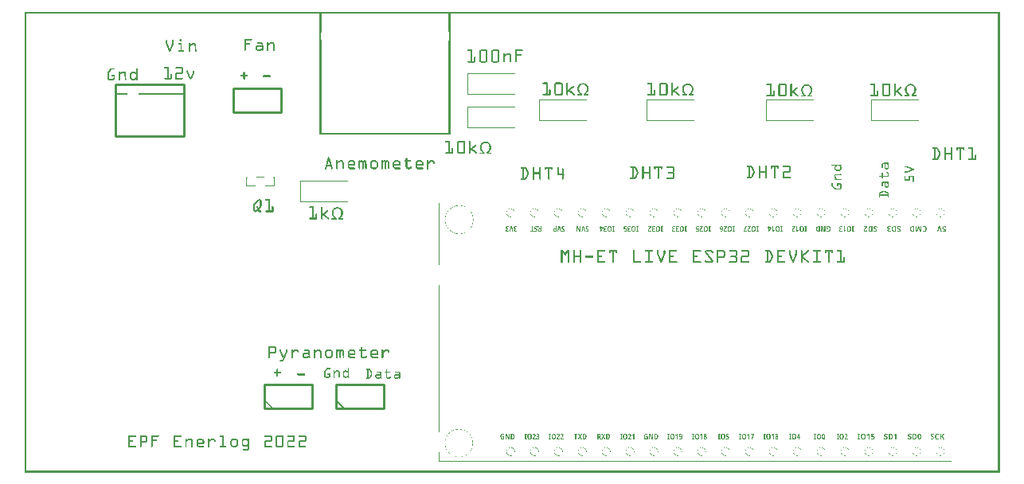
<source format=gto>
G04 MADE WITH FRITZING*
G04 WWW.FRITZING.ORG*
G04 DOUBLE SIDED*
G04 HOLES PLATED*
G04 CONTOUR ON CENTER OF CONTOUR VECTOR*
%ASAXBY*%
%FSLAX23Y23*%
%MOIN*%
%OFA0B0*%
%SFA1.0B1.0*%
%ADD10C,0.010000*%
%ADD11C,0.005000*%
%ADD12C,0.008000*%
%ADD13R,0.001000X0.001000*%
%LNSILK1*%
G90*
G70*
G54D10*
X1005Y268D02*
X1205Y268D01*
D02*
X1205Y268D02*
X1205Y368D01*
D02*
X1205Y368D02*
X1005Y368D01*
D02*
X1005Y368D02*
X1005Y268D01*
D02*
X1305Y268D02*
X1505Y268D01*
D02*
X1505Y268D02*
X1505Y368D01*
D02*
X1505Y368D02*
X1305Y368D01*
D02*
X1305Y368D02*
X1305Y268D01*
G54D11*
D02*
X1340Y268D02*
X1305Y303D01*
G54D10*
D02*
X381Y1410D02*
X667Y1410D01*
D02*
X667Y1410D02*
X667Y1626D01*
D02*
X667Y1626D02*
X381Y1626D01*
D02*
X381Y1626D02*
X381Y1410D01*
G54D12*
D02*
X1240Y1418D02*
X1780Y1418D01*
G54D10*
D02*
X875Y1508D02*
X1075Y1508D01*
D02*
X1075Y1508D02*
X1075Y1608D01*
D02*
X1075Y1608D02*
X875Y1608D01*
D02*
X875Y1608D02*
X875Y1508D01*
G54D13*
X1Y1930D02*
X4083Y1930D01*
X1Y1929D02*
X4083Y1929D01*
X1Y1928D02*
X4083Y1928D01*
X1Y1927D02*
X4083Y1927D01*
X1Y1926D02*
X4083Y1926D01*
X1Y1925D02*
X4083Y1925D01*
X1Y1924D02*
X4083Y1924D01*
X1Y1923D02*
X4083Y1923D01*
X1Y1922D02*
X8Y1922D01*
X1237Y1922D02*
X1244Y1922D01*
X1777Y1922D02*
X1784Y1922D01*
X4076Y1922D02*
X4083Y1922D01*
X1Y1921D02*
X8Y1921D01*
X1237Y1921D02*
X1244Y1921D01*
X1777Y1921D02*
X1784Y1921D01*
X4076Y1921D02*
X4083Y1921D01*
X1Y1920D02*
X8Y1920D01*
X1237Y1920D02*
X1244Y1920D01*
X1777Y1920D02*
X1784Y1920D01*
X4076Y1920D02*
X4083Y1920D01*
X1Y1919D02*
X8Y1919D01*
X1237Y1919D02*
X1244Y1919D01*
X1777Y1919D02*
X1784Y1919D01*
X4076Y1919D02*
X4083Y1919D01*
X1Y1918D02*
X8Y1918D01*
X1237Y1918D02*
X1244Y1918D01*
X1777Y1918D02*
X1784Y1918D01*
X4076Y1918D02*
X4083Y1918D01*
X1Y1917D02*
X8Y1917D01*
X1237Y1917D02*
X1244Y1917D01*
X1777Y1917D02*
X1784Y1917D01*
X4076Y1917D02*
X4083Y1917D01*
X1Y1916D02*
X8Y1916D01*
X1237Y1916D02*
X1244Y1916D01*
X1777Y1916D02*
X1784Y1916D01*
X4076Y1916D02*
X4083Y1916D01*
X1Y1915D02*
X8Y1915D01*
X1237Y1915D02*
X1244Y1915D01*
X1777Y1915D02*
X1784Y1915D01*
X4076Y1915D02*
X4083Y1915D01*
X1Y1914D02*
X8Y1914D01*
X1237Y1914D02*
X1244Y1914D01*
X1777Y1914D02*
X1784Y1914D01*
X4076Y1914D02*
X4083Y1914D01*
X1Y1913D02*
X8Y1913D01*
X1237Y1913D02*
X1244Y1913D01*
X1777Y1913D02*
X1784Y1913D01*
X4076Y1913D02*
X4083Y1913D01*
X1Y1912D02*
X8Y1912D01*
X1237Y1912D02*
X1244Y1912D01*
X1777Y1912D02*
X1784Y1912D01*
X4076Y1912D02*
X4083Y1912D01*
X1Y1911D02*
X8Y1911D01*
X1237Y1911D02*
X1244Y1911D01*
X1777Y1911D02*
X1784Y1911D01*
X4076Y1911D02*
X4083Y1911D01*
X1Y1910D02*
X8Y1910D01*
X1237Y1910D02*
X1244Y1910D01*
X1777Y1910D02*
X1784Y1910D01*
X4076Y1910D02*
X4083Y1910D01*
X1Y1909D02*
X8Y1909D01*
X1237Y1909D02*
X1244Y1909D01*
X1777Y1909D02*
X1784Y1909D01*
X4076Y1909D02*
X4083Y1909D01*
X1Y1908D02*
X8Y1908D01*
X1237Y1908D02*
X1244Y1908D01*
X1777Y1908D02*
X1784Y1908D01*
X4076Y1908D02*
X4083Y1908D01*
X1Y1907D02*
X8Y1907D01*
X1237Y1907D02*
X1244Y1907D01*
X1777Y1907D02*
X1784Y1907D01*
X4076Y1907D02*
X4083Y1907D01*
X1Y1906D02*
X8Y1906D01*
X1237Y1906D02*
X1244Y1906D01*
X1777Y1906D02*
X1784Y1906D01*
X4076Y1906D02*
X4083Y1906D01*
X1Y1905D02*
X8Y1905D01*
X1237Y1905D02*
X1244Y1905D01*
X1777Y1905D02*
X1784Y1905D01*
X4076Y1905D02*
X4083Y1905D01*
X1Y1904D02*
X8Y1904D01*
X1237Y1904D02*
X1244Y1904D01*
X1777Y1904D02*
X1784Y1904D01*
X4076Y1904D02*
X4083Y1904D01*
X1Y1903D02*
X8Y1903D01*
X1237Y1903D02*
X1244Y1903D01*
X1777Y1903D02*
X1784Y1903D01*
X4076Y1903D02*
X4083Y1903D01*
X1Y1902D02*
X8Y1902D01*
X1237Y1902D02*
X1244Y1902D01*
X1777Y1902D02*
X1784Y1902D01*
X4076Y1902D02*
X4083Y1902D01*
X1Y1901D02*
X8Y1901D01*
X1237Y1901D02*
X1244Y1901D01*
X1777Y1901D02*
X1784Y1901D01*
X4076Y1901D02*
X4083Y1901D01*
X1Y1900D02*
X8Y1900D01*
X1237Y1900D02*
X1244Y1900D01*
X1777Y1900D02*
X1784Y1900D01*
X4076Y1900D02*
X4083Y1900D01*
X1Y1899D02*
X8Y1899D01*
X1237Y1899D02*
X1244Y1899D01*
X1777Y1899D02*
X1784Y1899D01*
X4076Y1899D02*
X4083Y1899D01*
X1Y1898D02*
X8Y1898D01*
X1237Y1898D02*
X1244Y1898D01*
X1777Y1898D02*
X1784Y1898D01*
X4076Y1898D02*
X4083Y1898D01*
X1Y1897D02*
X8Y1897D01*
X1237Y1897D02*
X1244Y1897D01*
X1777Y1897D02*
X1784Y1897D01*
X4076Y1897D02*
X4083Y1897D01*
X1Y1896D02*
X8Y1896D01*
X1237Y1896D02*
X1244Y1896D01*
X1777Y1896D02*
X1784Y1896D01*
X4076Y1896D02*
X4083Y1896D01*
X1Y1895D02*
X8Y1895D01*
X1237Y1895D02*
X1244Y1895D01*
X1777Y1895D02*
X1784Y1895D01*
X4076Y1895D02*
X4083Y1895D01*
X1Y1894D02*
X8Y1894D01*
X1237Y1894D02*
X1244Y1894D01*
X1777Y1894D02*
X1784Y1894D01*
X4076Y1894D02*
X4083Y1894D01*
X1Y1893D02*
X8Y1893D01*
X1237Y1893D02*
X1244Y1893D01*
X1777Y1893D02*
X1784Y1893D01*
X4076Y1893D02*
X4083Y1893D01*
X1Y1892D02*
X8Y1892D01*
X1237Y1892D02*
X1244Y1892D01*
X1777Y1892D02*
X1784Y1892D01*
X4076Y1892D02*
X4083Y1892D01*
X1Y1891D02*
X8Y1891D01*
X1237Y1891D02*
X1244Y1891D01*
X1777Y1891D02*
X1784Y1891D01*
X4076Y1891D02*
X4083Y1891D01*
X1Y1890D02*
X8Y1890D01*
X1237Y1890D02*
X1244Y1890D01*
X1777Y1890D02*
X1784Y1890D01*
X4076Y1890D02*
X4083Y1890D01*
X1Y1889D02*
X8Y1889D01*
X1237Y1889D02*
X1244Y1889D01*
X1777Y1889D02*
X1784Y1889D01*
X4076Y1889D02*
X4083Y1889D01*
X1Y1888D02*
X8Y1888D01*
X1237Y1888D02*
X1244Y1888D01*
X1777Y1888D02*
X1784Y1888D01*
X4076Y1888D02*
X4083Y1888D01*
X1Y1887D02*
X8Y1887D01*
X1237Y1887D02*
X1244Y1887D01*
X1777Y1887D02*
X1784Y1887D01*
X4076Y1887D02*
X4083Y1887D01*
X1Y1886D02*
X8Y1886D01*
X1237Y1886D02*
X1244Y1886D01*
X1777Y1886D02*
X1784Y1886D01*
X4076Y1886D02*
X4083Y1886D01*
X1Y1885D02*
X8Y1885D01*
X1237Y1885D02*
X1244Y1885D01*
X1777Y1885D02*
X1784Y1885D01*
X4076Y1885D02*
X4083Y1885D01*
X1Y1884D02*
X8Y1884D01*
X1237Y1884D02*
X1244Y1884D01*
X1777Y1884D02*
X1784Y1884D01*
X4076Y1884D02*
X4083Y1884D01*
X1Y1883D02*
X8Y1883D01*
X1237Y1883D02*
X1244Y1883D01*
X1777Y1883D02*
X1784Y1883D01*
X4076Y1883D02*
X4083Y1883D01*
X1Y1882D02*
X8Y1882D01*
X1237Y1882D02*
X1244Y1882D01*
X1777Y1882D02*
X1784Y1882D01*
X4076Y1882D02*
X4083Y1882D01*
X1Y1881D02*
X8Y1881D01*
X1237Y1881D02*
X1244Y1881D01*
X1777Y1881D02*
X1784Y1881D01*
X4076Y1881D02*
X4083Y1881D01*
X1Y1880D02*
X8Y1880D01*
X1237Y1880D02*
X1244Y1880D01*
X1777Y1880D02*
X1784Y1880D01*
X4076Y1880D02*
X4083Y1880D01*
X1Y1879D02*
X8Y1879D01*
X1237Y1879D02*
X1244Y1879D01*
X1777Y1879D02*
X1784Y1879D01*
X4076Y1879D02*
X4083Y1879D01*
X1Y1878D02*
X8Y1878D01*
X1237Y1878D02*
X1244Y1878D01*
X1777Y1878D02*
X1784Y1878D01*
X4076Y1878D02*
X4083Y1878D01*
X1Y1877D02*
X8Y1877D01*
X1237Y1877D02*
X1244Y1877D01*
X1777Y1877D02*
X1784Y1877D01*
X4076Y1877D02*
X4083Y1877D01*
X1Y1876D02*
X8Y1876D01*
X1237Y1876D02*
X1244Y1876D01*
X1777Y1876D02*
X1784Y1876D01*
X4076Y1876D02*
X4083Y1876D01*
X1Y1875D02*
X8Y1875D01*
X1237Y1875D02*
X1244Y1875D01*
X1777Y1875D02*
X1784Y1875D01*
X4076Y1875D02*
X4083Y1875D01*
X1Y1874D02*
X8Y1874D01*
X1237Y1874D02*
X1244Y1874D01*
X1777Y1874D02*
X1784Y1874D01*
X4076Y1874D02*
X4083Y1874D01*
X1Y1873D02*
X8Y1873D01*
X1237Y1873D02*
X1244Y1873D01*
X1777Y1873D02*
X1784Y1873D01*
X4076Y1873D02*
X4083Y1873D01*
X1Y1872D02*
X8Y1872D01*
X1237Y1872D02*
X1244Y1872D01*
X1777Y1872D02*
X1784Y1872D01*
X4076Y1872D02*
X4083Y1872D01*
X1Y1871D02*
X8Y1871D01*
X1237Y1871D02*
X1244Y1871D01*
X1777Y1871D02*
X1784Y1871D01*
X4076Y1871D02*
X4083Y1871D01*
X1Y1870D02*
X8Y1870D01*
X1237Y1870D02*
X1244Y1870D01*
X1777Y1870D02*
X1784Y1870D01*
X4076Y1870D02*
X4083Y1870D01*
X1Y1869D02*
X8Y1869D01*
X1237Y1869D02*
X1244Y1869D01*
X1777Y1869D02*
X1784Y1869D01*
X4076Y1869D02*
X4083Y1869D01*
X1Y1868D02*
X8Y1868D01*
X1237Y1868D02*
X1244Y1868D01*
X1777Y1868D02*
X1784Y1868D01*
X4076Y1868D02*
X4083Y1868D01*
X1Y1867D02*
X8Y1867D01*
X1237Y1867D02*
X1244Y1867D01*
X1777Y1867D02*
X1784Y1867D01*
X4076Y1867D02*
X4083Y1867D01*
X1Y1866D02*
X8Y1866D01*
X1237Y1866D02*
X1244Y1866D01*
X1777Y1866D02*
X1784Y1866D01*
X4076Y1866D02*
X4083Y1866D01*
X1Y1865D02*
X8Y1865D01*
X1237Y1865D02*
X1244Y1865D01*
X1777Y1865D02*
X1784Y1865D01*
X4076Y1865D02*
X4083Y1865D01*
X1Y1864D02*
X8Y1864D01*
X1237Y1864D02*
X1244Y1864D01*
X1777Y1864D02*
X1784Y1864D01*
X4076Y1864D02*
X4083Y1864D01*
X1Y1863D02*
X8Y1863D01*
X1237Y1863D02*
X1244Y1863D01*
X1777Y1863D02*
X1784Y1863D01*
X4076Y1863D02*
X4083Y1863D01*
X1Y1862D02*
X8Y1862D01*
X1237Y1862D02*
X1244Y1862D01*
X1777Y1862D02*
X1784Y1862D01*
X4076Y1862D02*
X4083Y1862D01*
X1Y1861D02*
X8Y1861D01*
X1237Y1861D02*
X1244Y1861D01*
X1777Y1861D02*
X1784Y1861D01*
X4076Y1861D02*
X4083Y1861D01*
X1Y1860D02*
X8Y1860D01*
X1237Y1860D02*
X1244Y1860D01*
X1777Y1860D02*
X1784Y1860D01*
X4076Y1860D02*
X4083Y1860D01*
X1Y1859D02*
X8Y1859D01*
X1237Y1859D02*
X1244Y1859D01*
X1777Y1859D02*
X1784Y1859D01*
X4076Y1859D02*
X4083Y1859D01*
X1Y1858D02*
X8Y1858D01*
X1237Y1858D02*
X1244Y1858D01*
X1777Y1858D02*
X1784Y1858D01*
X4076Y1858D02*
X4083Y1858D01*
X1Y1857D02*
X8Y1857D01*
X1237Y1857D02*
X1244Y1857D01*
X1777Y1857D02*
X1784Y1857D01*
X4076Y1857D02*
X4083Y1857D01*
X1Y1856D02*
X8Y1856D01*
X1237Y1856D02*
X1244Y1856D01*
X1777Y1856D02*
X1784Y1856D01*
X4076Y1856D02*
X4083Y1856D01*
X1Y1855D02*
X8Y1855D01*
X1237Y1855D02*
X1244Y1855D01*
X1777Y1855D02*
X1784Y1855D01*
X4076Y1855D02*
X4083Y1855D01*
X1Y1854D02*
X8Y1854D01*
X1237Y1854D02*
X1244Y1854D01*
X1777Y1854D02*
X1784Y1854D01*
X4076Y1854D02*
X4083Y1854D01*
X1Y1853D02*
X8Y1853D01*
X1237Y1853D02*
X1244Y1853D01*
X1777Y1853D02*
X1784Y1853D01*
X4076Y1853D02*
X4083Y1853D01*
X1Y1852D02*
X8Y1852D01*
X1237Y1852D02*
X1244Y1852D01*
X1777Y1852D02*
X1784Y1852D01*
X4076Y1852D02*
X4083Y1852D01*
X1Y1851D02*
X8Y1851D01*
X1237Y1851D02*
X1244Y1851D01*
X1777Y1851D02*
X1784Y1851D01*
X4076Y1851D02*
X4083Y1851D01*
X1Y1850D02*
X8Y1850D01*
X1237Y1850D02*
X1244Y1850D01*
X1777Y1850D02*
X1784Y1850D01*
X4076Y1850D02*
X4083Y1850D01*
X1Y1849D02*
X8Y1849D01*
X1237Y1849D02*
X1244Y1849D01*
X1777Y1849D02*
X1784Y1849D01*
X4076Y1849D02*
X4083Y1849D01*
X1Y1848D02*
X8Y1848D01*
X1237Y1848D02*
X1244Y1848D01*
X1777Y1848D02*
X1784Y1848D01*
X4076Y1848D02*
X4083Y1848D01*
X1Y1847D02*
X8Y1847D01*
X1237Y1847D02*
X1244Y1847D01*
X1777Y1847D02*
X1784Y1847D01*
X4076Y1847D02*
X4083Y1847D01*
X1Y1846D02*
X8Y1846D01*
X1237Y1846D02*
X1243Y1846D01*
X1777Y1846D02*
X1784Y1846D01*
X4076Y1846D02*
X4083Y1846D01*
X1Y1845D02*
X8Y1845D01*
X1237Y1845D02*
X1243Y1845D01*
X1778Y1845D02*
X1784Y1845D01*
X4076Y1845D02*
X4083Y1845D01*
X1Y1844D02*
X8Y1844D01*
X1237Y1844D02*
X1243Y1844D01*
X1778Y1844D02*
X1784Y1844D01*
X4076Y1844D02*
X4083Y1844D01*
X1Y1843D02*
X8Y1843D01*
X1237Y1843D02*
X1243Y1843D01*
X1778Y1843D02*
X1784Y1843D01*
X4076Y1843D02*
X4083Y1843D01*
X1Y1842D02*
X8Y1842D01*
X1237Y1842D02*
X1242Y1842D01*
X1778Y1842D02*
X1784Y1842D01*
X4076Y1842D02*
X4083Y1842D01*
X1Y1841D02*
X8Y1841D01*
X1237Y1841D02*
X1242Y1841D01*
X1779Y1841D02*
X1784Y1841D01*
X4076Y1841D02*
X4083Y1841D01*
X1Y1840D02*
X8Y1840D01*
X1237Y1840D02*
X1242Y1840D01*
X1779Y1840D02*
X1784Y1840D01*
X4076Y1840D02*
X4083Y1840D01*
X1Y1839D02*
X8Y1839D01*
X1237Y1839D02*
X1242Y1839D01*
X1779Y1839D02*
X1784Y1839D01*
X4076Y1839D02*
X4083Y1839D01*
X1Y1838D02*
X8Y1838D01*
X1237Y1838D02*
X1242Y1838D01*
X1779Y1838D02*
X1784Y1838D01*
X4076Y1838D02*
X4083Y1838D01*
X1Y1837D02*
X8Y1837D01*
X1237Y1837D02*
X1242Y1837D01*
X1779Y1837D02*
X1784Y1837D01*
X4076Y1837D02*
X4083Y1837D01*
X1Y1836D02*
X8Y1836D01*
X1237Y1836D02*
X1241Y1836D01*
X1779Y1836D02*
X1784Y1836D01*
X4076Y1836D02*
X4083Y1836D01*
X1Y1835D02*
X8Y1835D01*
X1237Y1835D02*
X1241Y1835D01*
X1779Y1835D02*
X1784Y1835D01*
X4076Y1835D02*
X4083Y1835D01*
X1Y1834D02*
X8Y1834D01*
X1237Y1834D02*
X1241Y1834D01*
X1780Y1834D02*
X1784Y1834D01*
X4076Y1834D02*
X4083Y1834D01*
X1Y1833D02*
X8Y1833D01*
X1237Y1833D02*
X1241Y1833D01*
X1780Y1833D02*
X1784Y1833D01*
X4076Y1833D02*
X4083Y1833D01*
X1Y1832D02*
X8Y1832D01*
X1237Y1832D02*
X1241Y1832D01*
X1780Y1832D02*
X1784Y1832D01*
X4076Y1832D02*
X4083Y1832D01*
X1Y1831D02*
X8Y1831D01*
X1237Y1831D02*
X1241Y1831D01*
X1780Y1831D02*
X1784Y1831D01*
X4076Y1831D02*
X4083Y1831D01*
X1Y1830D02*
X8Y1830D01*
X1237Y1830D02*
X1241Y1830D01*
X1780Y1830D02*
X1784Y1830D01*
X4076Y1830D02*
X4083Y1830D01*
X1Y1829D02*
X8Y1829D01*
X1237Y1829D02*
X1241Y1829D01*
X1780Y1829D02*
X1784Y1829D01*
X4076Y1829D02*
X4083Y1829D01*
X1Y1828D02*
X8Y1828D01*
X1237Y1828D02*
X1241Y1828D01*
X1780Y1828D02*
X1784Y1828D01*
X4076Y1828D02*
X4083Y1828D01*
X1Y1827D02*
X8Y1827D01*
X1237Y1827D02*
X1241Y1827D01*
X1780Y1827D02*
X1784Y1827D01*
X4076Y1827D02*
X4083Y1827D01*
X1Y1826D02*
X8Y1826D01*
X1237Y1826D02*
X1241Y1826D01*
X1780Y1826D02*
X1784Y1826D01*
X4076Y1826D02*
X4083Y1826D01*
X1Y1825D02*
X8Y1825D01*
X1237Y1825D02*
X1241Y1825D01*
X1780Y1825D02*
X1784Y1825D01*
X4076Y1825D02*
X4083Y1825D01*
X1Y1824D02*
X8Y1824D01*
X1237Y1824D02*
X1241Y1824D01*
X1780Y1824D02*
X1784Y1824D01*
X4076Y1824D02*
X4083Y1824D01*
X1Y1823D02*
X8Y1823D01*
X1237Y1823D02*
X1241Y1823D01*
X1780Y1823D02*
X1784Y1823D01*
X4076Y1823D02*
X4083Y1823D01*
X1Y1822D02*
X8Y1822D01*
X1237Y1822D02*
X1241Y1822D01*
X1780Y1822D02*
X1784Y1822D01*
X4076Y1822D02*
X4083Y1822D01*
X1Y1821D02*
X8Y1821D01*
X1237Y1821D02*
X1241Y1821D01*
X1779Y1821D02*
X1784Y1821D01*
X4076Y1821D02*
X4083Y1821D01*
X1Y1820D02*
X8Y1820D01*
X1237Y1820D02*
X1241Y1820D01*
X1779Y1820D02*
X1784Y1820D01*
X4076Y1820D02*
X4083Y1820D01*
X1Y1819D02*
X8Y1819D01*
X1237Y1819D02*
X1242Y1819D01*
X1779Y1819D02*
X1784Y1819D01*
X4076Y1819D02*
X4083Y1819D01*
X1Y1818D02*
X8Y1818D01*
X1237Y1818D02*
X1242Y1818D01*
X1779Y1818D02*
X1784Y1818D01*
X4076Y1818D02*
X4083Y1818D01*
X1Y1817D02*
X8Y1817D01*
X1237Y1817D02*
X1242Y1817D01*
X1779Y1817D02*
X1784Y1817D01*
X4076Y1817D02*
X4083Y1817D01*
X1Y1816D02*
X8Y1816D01*
X921Y1816D02*
X952Y1816D01*
X1237Y1816D02*
X1242Y1816D01*
X1779Y1816D02*
X1784Y1816D01*
X4076Y1816D02*
X4083Y1816D01*
X1Y1815D02*
X8Y1815D01*
X653Y1815D02*
X656Y1815D01*
X921Y1815D02*
X952Y1815D01*
X1237Y1815D02*
X1242Y1815D01*
X1779Y1815D02*
X1784Y1815D01*
X4076Y1815D02*
X4083Y1815D01*
X1Y1814D02*
X8Y1814D01*
X651Y1814D02*
X658Y1814D01*
X921Y1814D02*
X953Y1814D01*
X1237Y1814D02*
X1242Y1814D01*
X1778Y1814D02*
X1784Y1814D01*
X4076Y1814D02*
X4083Y1814D01*
X1Y1813D02*
X8Y1813D01*
X651Y1813D02*
X659Y1813D01*
X921Y1813D02*
X953Y1813D01*
X1237Y1813D02*
X1243Y1813D01*
X1778Y1813D02*
X1784Y1813D01*
X4076Y1813D02*
X4083Y1813D01*
X1Y1812D02*
X8Y1812D01*
X595Y1812D02*
X597Y1812D01*
X621Y1812D02*
X623Y1812D01*
X650Y1812D02*
X659Y1812D01*
X921Y1812D02*
X952Y1812D01*
X1237Y1812D02*
X1243Y1812D01*
X1778Y1812D02*
X1784Y1812D01*
X4076Y1812D02*
X4083Y1812D01*
X1Y1811D02*
X8Y1811D01*
X594Y1811D02*
X598Y1811D01*
X620Y1811D02*
X624Y1811D01*
X650Y1811D02*
X659Y1811D01*
X921Y1811D02*
X951Y1811D01*
X1237Y1811D02*
X1243Y1811D01*
X1778Y1811D02*
X1784Y1811D01*
X4076Y1811D02*
X4083Y1811D01*
X1Y1810D02*
X8Y1810D01*
X593Y1810D02*
X599Y1810D01*
X620Y1810D02*
X625Y1810D01*
X650Y1810D02*
X659Y1810D01*
X921Y1810D02*
X927Y1810D01*
X1237Y1810D02*
X1243Y1810D01*
X1777Y1810D02*
X1784Y1810D01*
X4076Y1810D02*
X4083Y1810D01*
X1Y1809D02*
X8Y1809D01*
X593Y1809D02*
X599Y1809D01*
X619Y1809D02*
X625Y1809D01*
X650Y1809D02*
X659Y1809D01*
X921Y1809D02*
X927Y1809D01*
X1237Y1809D02*
X1244Y1809D01*
X1777Y1809D02*
X1784Y1809D01*
X4076Y1809D02*
X4083Y1809D01*
X1Y1808D02*
X8Y1808D01*
X593Y1808D02*
X599Y1808D01*
X619Y1808D02*
X625Y1808D01*
X651Y1808D02*
X659Y1808D01*
X921Y1808D02*
X927Y1808D01*
X1237Y1808D02*
X1244Y1808D01*
X1777Y1808D02*
X1784Y1808D01*
X4076Y1808D02*
X4083Y1808D01*
X1Y1807D02*
X8Y1807D01*
X593Y1807D02*
X599Y1807D01*
X619Y1807D02*
X625Y1807D01*
X651Y1807D02*
X659Y1807D01*
X921Y1807D02*
X927Y1807D01*
X1237Y1807D02*
X1244Y1807D01*
X1777Y1807D02*
X1784Y1807D01*
X4076Y1807D02*
X4083Y1807D01*
X1Y1806D02*
X8Y1806D01*
X593Y1806D02*
X599Y1806D01*
X619Y1806D02*
X625Y1806D01*
X652Y1806D02*
X657Y1806D01*
X921Y1806D02*
X927Y1806D01*
X1237Y1806D02*
X1244Y1806D01*
X1777Y1806D02*
X1784Y1806D01*
X4076Y1806D02*
X4083Y1806D01*
X1Y1805D02*
X8Y1805D01*
X593Y1805D02*
X599Y1805D01*
X619Y1805D02*
X625Y1805D01*
X921Y1805D02*
X927Y1805D01*
X1237Y1805D02*
X1244Y1805D01*
X1777Y1805D02*
X1784Y1805D01*
X4076Y1805D02*
X4083Y1805D01*
X1Y1804D02*
X8Y1804D01*
X593Y1804D02*
X599Y1804D01*
X619Y1804D02*
X625Y1804D01*
X921Y1804D02*
X927Y1804D01*
X1237Y1804D02*
X1244Y1804D01*
X1777Y1804D02*
X1784Y1804D01*
X4076Y1804D02*
X4083Y1804D01*
X1Y1803D02*
X8Y1803D01*
X593Y1803D02*
X599Y1803D01*
X619Y1803D02*
X625Y1803D01*
X921Y1803D02*
X927Y1803D01*
X979Y1803D02*
X989Y1803D01*
X1034Y1803D02*
X1037Y1803D01*
X1237Y1803D02*
X1244Y1803D01*
X1777Y1803D02*
X1784Y1803D01*
X4076Y1803D02*
X4083Y1803D01*
X1Y1802D02*
X8Y1802D01*
X593Y1802D02*
X599Y1802D01*
X619Y1802D02*
X625Y1802D01*
X921Y1802D02*
X927Y1802D01*
X976Y1802D02*
X994Y1802D01*
X1017Y1802D02*
X1021Y1802D01*
X1030Y1802D02*
X1041Y1802D01*
X1237Y1802D02*
X1244Y1802D01*
X1777Y1802D02*
X1784Y1802D01*
X4076Y1802D02*
X4083Y1802D01*
X1Y1801D02*
X8Y1801D01*
X593Y1801D02*
X599Y1801D01*
X619Y1801D02*
X625Y1801D01*
X921Y1801D02*
X927Y1801D01*
X975Y1801D02*
X995Y1801D01*
X1016Y1801D02*
X1021Y1801D01*
X1028Y1801D02*
X1043Y1801D01*
X1237Y1801D02*
X1244Y1801D01*
X1777Y1801D02*
X1784Y1801D01*
X4076Y1801D02*
X4083Y1801D01*
X1Y1800D02*
X8Y1800D01*
X593Y1800D02*
X599Y1800D01*
X619Y1800D02*
X625Y1800D01*
X921Y1800D02*
X944Y1800D01*
X975Y1800D02*
X997Y1800D01*
X1016Y1800D02*
X1021Y1800D01*
X1027Y1800D02*
X1044Y1800D01*
X1237Y1800D02*
X1244Y1800D01*
X1777Y1800D02*
X1784Y1800D01*
X4076Y1800D02*
X4083Y1800D01*
X1Y1799D02*
X8Y1799D01*
X593Y1799D02*
X599Y1799D01*
X619Y1799D02*
X625Y1799D01*
X921Y1799D02*
X945Y1799D01*
X975Y1799D02*
X997Y1799D01*
X1016Y1799D02*
X1022Y1799D01*
X1025Y1799D02*
X1045Y1799D01*
X1237Y1799D02*
X1244Y1799D01*
X1777Y1799D02*
X1784Y1799D01*
X4076Y1799D02*
X4083Y1799D01*
X1Y1798D02*
X8Y1798D01*
X593Y1798D02*
X599Y1798D01*
X619Y1798D02*
X625Y1798D01*
X646Y1798D02*
X657Y1798D01*
X690Y1798D02*
X692Y1798D01*
X704Y1798D02*
X712Y1798D01*
X921Y1798D02*
X946Y1798D01*
X975Y1798D02*
X998Y1798D01*
X1016Y1798D02*
X1045Y1798D01*
X1237Y1798D02*
X1244Y1798D01*
X1777Y1798D02*
X1784Y1798D01*
X4076Y1798D02*
X4083Y1798D01*
X1Y1797D02*
X8Y1797D01*
X593Y1797D02*
X599Y1797D01*
X619Y1797D02*
X625Y1797D01*
X645Y1797D02*
X659Y1797D01*
X689Y1797D02*
X693Y1797D01*
X701Y1797D02*
X714Y1797D01*
X921Y1797D02*
X946Y1797D01*
X976Y1797D02*
X999Y1797D01*
X1016Y1797D02*
X1046Y1797D01*
X1237Y1797D02*
X1244Y1797D01*
X1777Y1797D02*
X1784Y1797D01*
X4076Y1797D02*
X4083Y1797D01*
X1Y1796D02*
X8Y1796D01*
X594Y1796D02*
X600Y1796D01*
X618Y1796D02*
X624Y1796D01*
X644Y1796D02*
X659Y1796D01*
X688Y1796D02*
X694Y1796D01*
X700Y1796D02*
X716Y1796D01*
X921Y1796D02*
X946Y1796D01*
X992Y1796D02*
X999Y1796D01*
X1016Y1796D02*
X1032Y1796D01*
X1039Y1796D02*
X1046Y1796D01*
X1237Y1796D02*
X1244Y1796D01*
X1777Y1796D02*
X1784Y1796D01*
X4076Y1796D02*
X4083Y1796D01*
X1Y1795D02*
X8Y1795D01*
X594Y1795D02*
X600Y1795D01*
X618Y1795D02*
X624Y1795D01*
X644Y1795D02*
X659Y1795D01*
X688Y1795D02*
X694Y1795D01*
X698Y1795D02*
X717Y1795D01*
X921Y1795D02*
X946Y1795D01*
X993Y1795D02*
X999Y1795D01*
X1016Y1795D02*
X1030Y1795D01*
X1040Y1795D02*
X1047Y1795D01*
X1237Y1795D02*
X1244Y1795D01*
X1777Y1795D02*
X1784Y1795D01*
X4076Y1795D02*
X4083Y1795D01*
X1Y1794D02*
X8Y1794D01*
X594Y1794D02*
X601Y1794D01*
X618Y1794D02*
X624Y1794D01*
X644Y1794D02*
X659Y1794D01*
X688Y1794D02*
X694Y1794D01*
X697Y1794D02*
X717Y1794D01*
X921Y1794D02*
X944Y1794D01*
X993Y1794D02*
X999Y1794D01*
X1016Y1794D02*
X1029Y1794D01*
X1041Y1794D02*
X1047Y1794D01*
X1237Y1794D02*
X1244Y1794D01*
X1777Y1794D02*
X1784Y1794D01*
X4076Y1794D02*
X4083Y1794D01*
X1Y1793D02*
X8Y1793D01*
X595Y1793D02*
X601Y1793D01*
X617Y1793D02*
X623Y1793D01*
X645Y1793D02*
X659Y1793D01*
X688Y1793D02*
X718Y1793D01*
X921Y1793D02*
X927Y1793D01*
X994Y1793D02*
X999Y1793D01*
X1016Y1793D02*
X1027Y1793D01*
X1041Y1793D02*
X1047Y1793D01*
X1237Y1793D02*
X1244Y1793D01*
X1777Y1793D02*
X1784Y1793D01*
X4076Y1793D02*
X4083Y1793D01*
X1Y1792D02*
X8Y1792D01*
X595Y1792D02*
X601Y1792D01*
X617Y1792D02*
X623Y1792D01*
X646Y1792D02*
X659Y1792D01*
X688Y1792D02*
X718Y1792D01*
X921Y1792D02*
X927Y1792D01*
X994Y1792D02*
X999Y1792D01*
X1016Y1792D02*
X1025Y1792D01*
X1041Y1792D02*
X1047Y1792D01*
X1237Y1792D02*
X1244Y1792D01*
X1777Y1792D02*
X1784Y1792D01*
X4076Y1792D02*
X4083Y1792D01*
X1Y1791D02*
X8Y1791D01*
X596Y1791D02*
X602Y1791D01*
X616Y1791D02*
X623Y1791D01*
X654Y1791D02*
X659Y1791D01*
X688Y1791D02*
X703Y1791D01*
X712Y1791D02*
X719Y1791D01*
X921Y1791D02*
X927Y1791D01*
X994Y1791D02*
X999Y1791D01*
X1016Y1791D02*
X1024Y1791D01*
X1041Y1791D02*
X1047Y1791D01*
X1237Y1791D02*
X1244Y1791D01*
X1777Y1791D02*
X1784Y1791D01*
X4076Y1791D02*
X4083Y1791D01*
X1Y1790D02*
X8Y1790D01*
X596Y1790D02*
X602Y1790D01*
X616Y1790D02*
X622Y1790D01*
X654Y1790D02*
X659Y1790D01*
X688Y1790D02*
X702Y1790D01*
X713Y1790D02*
X719Y1790D01*
X921Y1790D02*
X927Y1790D01*
X994Y1790D02*
X999Y1790D01*
X1016Y1790D02*
X1022Y1790D01*
X1041Y1790D02*
X1047Y1790D01*
X1237Y1790D02*
X1244Y1790D01*
X1777Y1790D02*
X1784Y1790D01*
X4076Y1790D02*
X4083Y1790D01*
X1Y1789D02*
X8Y1789D01*
X596Y1789D02*
X603Y1789D01*
X616Y1789D02*
X622Y1789D01*
X654Y1789D02*
X659Y1789D01*
X688Y1789D02*
X700Y1789D01*
X713Y1789D02*
X719Y1789D01*
X921Y1789D02*
X927Y1789D01*
X977Y1789D02*
X991Y1789D01*
X994Y1789D02*
X999Y1789D01*
X1016Y1789D02*
X1022Y1789D01*
X1041Y1789D02*
X1047Y1789D01*
X1237Y1789D02*
X1244Y1789D01*
X1777Y1789D02*
X1784Y1789D01*
X4076Y1789D02*
X4083Y1789D01*
X1Y1788D02*
X8Y1788D01*
X597Y1788D02*
X603Y1788D01*
X615Y1788D02*
X621Y1788D01*
X654Y1788D02*
X659Y1788D01*
X688Y1788D02*
X699Y1788D01*
X713Y1788D02*
X719Y1788D01*
X921Y1788D02*
X927Y1788D01*
X974Y1788D02*
X1000Y1788D01*
X1016Y1788D02*
X1022Y1788D01*
X1041Y1788D02*
X1047Y1788D01*
X1237Y1788D02*
X1244Y1788D01*
X1777Y1788D02*
X1784Y1788D01*
X4076Y1788D02*
X4083Y1788D01*
X1Y1787D02*
X8Y1787D01*
X597Y1787D02*
X603Y1787D01*
X615Y1787D02*
X621Y1787D01*
X654Y1787D02*
X659Y1787D01*
X688Y1787D02*
X697Y1787D01*
X713Y1787D02*
X719Y1787D01*
X921Y1787D02*
X927Y1787D01*
X972Y1787D02*
X1000Y1787D01*
X1016Y1787D02*
X1022Y1787D01*
X1041Y1787D02*
X1047Y1787D01*
X1237Y1787D02*
X1244Y1787D01*
X1777Y1787D02*
X1784Y1787D01*
X4076Y1787D02*
X4083Y1787D01*
X1Y1786D02*
X8Y1786D01*
X598Y1786D02*
X604Y1786D01*
X614Y1786D02*
X621Y1786D01*
X654Y1786D02*
X659Y1786D01*
X688Y1786D02*
X695Y1786D01*
X713Y1786D02*
X719Y1786D01*
X921Y1786D02*
X927Y1786D01*
X971Y1786D02*
X1000Y1786D01*
X1016Y1786D02*
X1022Y1786D01*
X1041Y1786D02*
X1047Y1786D01*
X1237Y1786D02*
X1244Y1786D01*
X1777Y1786D02*
X1784Y1786D01*
X4076Y1786D02*
X4083Y1786D01*
X1Y1785D02*
X8Y1785D01*
X598Y1785D02*
X604Y1785D01*
X614Y1785D02*
X620Y1785D01*
X654Y1785D02*
X659Y1785D01*
X688Y1785D02*
X694Y1785D01*
X713Y1785D02*
X719Y1785D01*
X921Y1785D02*
X927Y1785D01*
X970Y1785D02*
X1000Y1785D01*
X1016Y1785D02*
X1022Y1785D01*
X1041Y1785D02*
X1047Y1785D01*
X1237Y1785D02*
X1244Y1785D01*
X1777Y1785D02*
X1784Y1785D01*
X4076Y1785D02*
X4083Y1785D01*
X1Y1784D02*
X8Y1784D01*
X598Y1784D02*
X605Y1784D01*
X614Y1784D02*
X620Y1784D01*
X654Y1784D02*
X659Y1784D01*
X688Y1784D02*
X694Y1784D01*
X714Y1784D02*
X719Y1784D01*
X921Y1784D02*
X927Y1784D01*
X970Y1784D02*
X1000Y1784D01*
X1016Y1784D02*
X1022Y1784D01*
X1041Y1784D02*
X1047Y1784D01*
X1237Y1784D02*
X1244Y1784D01*
X1777Y1784D02*
X1784Y1784D01*
X4076Y1784D02*
X4083Y1784D01*
X1Y1783D02*
X8Y1783D01*
X599Y1783D02*
X605Y1783D01*
X613Y1783D02*
X619Y1783D01*
X654Y1783D02*
X659Y1783D01*
X688Y1783D02*
X694Y1783D01*
X714Y1783D02*
X719Y1783D01*
X921Y1783D02*
X927Y1783D01*
X969Y1783D02*
X1000Y1783D01*
X1016Y1783D02*
X1022Y1783D01*
X1041Y1783D02*
X1047Y1783D01*
X1237Y1783D02*
X1244Y1783D01*
X1777Y1783D02*
X1784Y1783D01*
X4076Y1783D02*
X4083Y1783D01*
X1Y1782D02*
X8Y1782D01*
X599Y1782D02*
X605Y1782D01*
X613Y1782D02*
X619Y1782D01*
X654Y1782D02*
X659Y1782D01*
X688Y1782D02*
X694Y1782D01*
X714Y1782D02*
X719Y1782D01*
X921Y1782D02*
X927Y1782D01*
X969Y1782D02*
X976Y1782D01*
X992Y1782D02*
X1000Y1782D01*
X1016Y1782D02*
X1022Y1782D01*
X1042Y1782D02*
X1047Y1782D01*
X1237Y1782D02*
X1244Y1782D01*
X1777Y1782D02*
X1784Y1782D01*
X4076Y1782D02*
X4083Y1782D01*
X1Y1781D02*
X8Y1781D01*
X600Y1781D02*
X606Y1781D01*
X612Y1781D02*
X619Y1781D01*
X654Y1781D02*
X659Y1781D01*
X688Y1781D02*
X694Y1781D01*
X714Y1781D02*
X719Y1781D01*
X921Y1781D02*
X927Y1781D01*
X969Y1781D02*
X975Y1781D01*
X994Y1781D02*
X1000Y1781D01*
X1016Y1781D02*
X1022Y1781D01*
X1042Y1781D02*
X1047Y1781D01*
X1237Y1781D02*
X1244Y1781D01*
X1777Y1781D02*
X1784Y1781D01*
X4076Y1781D02*
X4083Y1781D01*
X1Y1780D02*
X8Y1780D01*
X600Y1780D02*
X606Y1780D01*
X612Y1780D02*
X618Y1780D01*
X654Y1780D02*
X659Y1780D01*
X688Y1780D02*
X694Y1780D01*
X714Y1780D02*
X719Y1780D01*
X921Y1780D02*
X927Y1780D01*
X969Y1780D02*
X974Y1780D01*
X994Y1780D02*
X1000Y1780D01*
X1016Y1780D02*
X1022Y1780D01*
X1042Y1780D02*
X1047Y1780D01*
X1237Y1780D02*
X1244Y1780D01*
X1777Y1780D02*
X1784Y1780D01*
X4076Y1780D02*
X4083Y1780D01*
X1Y1779D02*
X8Y1779D01*
X600Y1779D02*
X607Y1779D01*
X612Y1779D02*
X618Y1779D01*
X654Y1779D02*
X659Y1779D01*
X688Y1779D02*
X694Y1779D01*
X714Y1779D02*
X719Y1779D01*
X921Y1779D02*
X927Y1779D01*
X968Y1779D02*
X974Y1779D01*
X994Y1779D02*
X1000Y1779D01*
X1016Y1779D02*
X1022Y1779D01*
X1042Y1779D02*
X1047Y1779D01*
X1237Y1779D02*
X1244Y1779D01*
X1777Y1779D02*
X1784Y1779D01*
X4076Y1779D02*
X4083Y1779D01*
X1Y1778D02*
X8Y1778D01*
X601Y1778D02*
X607Y1778D01*
X611Y1778D02*
X617Y1778D01*
X654Y1778D02*
X659Y1778D01*
X688Y1778D02*
X694Y1778D01*
X714Y1778D02*
X719Y1778D01*
X921Y1778D02*
X927Y1778D01*
X968Y1778D02*
X974Y1778D01*
X994Y1778D02*
X1000Y1778D01*
X1016Y1778D02*
X1022Y1778D01*
X1042Y1778D02*
X1047Y1778D01*
X1237Y1778D02*
X1244Y1778D01*
X1777Y1778D02*
X1784Y1778D01*
X4076Y1778D02*
X4083Y1778D01*
X1Y1777D02*
X8Y1777D01*
X601Y1777D02*
X607Y1777D01*
X611Y1777D02*
X617Y1777D01*
X654Y1777D02*
X659Y1777D01*
X688Y1777D02*
X694Y1777D01*
X714Y1777D02*
X719Y1777D01*
X921Y1777D02*
X927Y1777D01*
X968Y1777D02*
X974Y1777D01*
X994Y1777D02*
X1000Y1777D01*
X1016Y1777D02*
X1022Y1777D01*
X1042Y1777D02*
X1047Y1777D01*
X1237Y1777D02*
X1244Y1777D01*
X1777Y1777D02*
X1784Y1777D01*
X4076Y1777D02*
X4083Y1777D01*
X1Y1776D02*
X8Y1776D01*
X601Y1776D02*
X608Y1776D01*
X611Y1776D02*
X617Y1776D01*
X654Y1776D02*
X659Y1776D01*
X688Y1776D02*
X694Y1776D01*
X714Y1776D02*
X719Y1776D01*
X921Y1776D02*
X927Y1776D01*
X968Y1776D02*
X974Y1776D01*
X993Y1776D02*
X1000Y1776D01*
X1016Y1776D02*
X1022Y1776D01*
X1042Y1776D02*
X1047Y1776D01*
X1237Y1776D02*
X1244Y1776D01*
X1777Y1776D02*
X1784Y1776D01*
X4076Y1776D02*
X4083Y1776D01*
X1Y1775D02*
X8Y1775D01*
X602Y1775D02*
X608Y1775D01*
X610Y1775D02*
X616Y1775D01*
X654Y1775D02*
X659Y1775D01*
X688Y1775D02*
X694Y1775D01*
X714Y1775D02*
X719Y1775D01*
X921Y1775D02*
X927Y1775D01*
X969Y1775D02*
X974Y1775D01*
X992Y1775D02*
X1000Y1775D01*
X1016Y1775D02*
X1022Y1775D01*
X1042Y1775D02*
X1047Y1775D01*
X1237Y1775D02*
X1244Y1775D01*
X1777Y1775D02*
X1784Y1775D01*
X4076Y1775D02*
X4083Y1775D01*
X1Y1774D02*
X8Y1774D01*
X602Y1774D02*
X616Y1774D01*
X654Y1774D02*
X659Y1774D01*
X688Y1774D02*
X694Y1774D01*
X714Y1774D02*
X719Y1774D01*
X921Y1774D02*
X927Y1774D01*
X969Y1774D02*
X975Y1774D01*
X990Y1774D02*
X1000Y1774D01*
X1016Y1774D02*
X1022Y1774D01*
X1042Y1774D02*
X1047Y1774D01*
X1237Y1774D02*
X1244Y1774D01*
X1777Y1774D02*
X1784Y1774D01*
X4076Y1774D02*
X4083Y1774D01*
X1Y1773D02*
X8Y1773D01*
X603Y1773D02*
X615Y1773D01*
X654Y1773D02*
X659Y1773D01*
X688Y1773D02*
X694Y1773D01*
X714Y1773D02*
X719Y1773D01*
X921Y1773D02*
X927Y1773D01*
X969Y1773D02*
X975Y1773D01*
X988Y1773D02*
X1000Y1773D01*
X1016Y1773D02*
X1022Y1773D01*
X1042Y1773D02*
X1047Y1773D01*
X1237Y1773D02*
X1244Y1773D01*
X1777Y1773D02*
X1784Y1773D01*
X4076Y1773D02*
X4083Y1773D01*
X1Y1772D02*
X8Y1772D01*
X603Y1772D02*
X615Y1772D01*
X654Y1772D02*
X659Y1772D01*
X688Y1772D02*
X694Y1772D01*
X714Y1772D02*
X720Y1772D01*
X921Y1772D02*
X927Y1772D01*
X969Y1772D02*
X1000Y1772D01*
X1016Y1772D02*
X1022Y1772D01*
X1042Y1772D02*
X1047Y1772D01*
X1237Y1772D02*
X1244Y1772D01*
X1777Y1772D02*
X1784Y1772D01*
X4076Y1772D02*
X4083Y1772D01*
X1Y1771D02*
X8Y1771D01*
X603Y1771D02*
X615Y1771D01*
X654Y1771D02*
X659Y1771D01*
X688Y1771D02*
X694Y1771D01*
X714Y1771D02*
X720Y1771D01*
X921Y1771D02*
X927Y1771D01*
X970Y1771D02*
X1000Y1771D01*
X1016Y1771D02*
X1022Y1771D01*
X1042Y1771D02*
X1047Y1771D01*
X1237Y1771D02*
X1244Y1771D01*
X1777Y1771D02*
X1784Y1771D01*
X1857Y1771D02*
X1874Y1771D01*
X1911Y1771D02*
X1933Y1771D01*
X1961Y1771D02*
X1983Y1771D01*
X2056Y1771D02*
X2086Y1771D01*
X4076Y1771D02*
X4083Y1771D01*
X1Y1770D02*
X8Y1770D01*
X604Y1770D02*
X614Y1770D01*
X654Y1770D02*
X659Y1770D01*
X688Y1770D02*
X694Y1770D01*
X714Y1770D02*
X720Y1770D01*
X921Y1770D02*
X927Y1770D01*
X970Y1770D02*
X1000Y1770D01*
X1016Y1770D02*
X1022Y1770D01*
X1042Y1770D02*
X1048Y1770D01*
X1237Y1770D02*
X1244Y1770D01*
X1777Y1770D02*
X1784Y1770D01*
X1856Y1770D02*
X1874Y1770D01*
X1908Y1770D02*
X1935Y1770D01*
X1958Y1770D02*
X1985Y1770D01*
X2055Y1770D02*
X2088Y1770D01*
X4076Y1770D02*
X4083Y1770D01*
X1Y1769D02*
X8Y1769D01*
X604Y1769D02*
X614Y1769D01*
X654Y1769D02*
X659Y1769D01*
X688Y1769D02*
X694Y1769D01*
X714Y1769D02*
X720Y1769D01*
X921Y1769D02*
X927Y1769D01*
X971Y1769D02*
X1000Y1769D01*
X1016Y1769D02*
X1022Y1769D01*
X1042Y1769D02*
X1048Y1769D01*
X1237Y1769D02*
X1244Y1769D01*
X1777Y1769D02*
X1784Y1769D01*
X1855Y1769D02*
X1874Y1769D01*
X1907Y1769D02*
X1936Y1769D01*
X1957Y1769D02*
X1987Y1769D01*
X2055Y1769D02*
X2089Y1769D01*
X4076Y1769D02*
X4083Y1769D01*
X1Y1768D02*
X8Y1768D01*
X605Y1768D02*
X614Y1768D01*
X654Y1768D02*
X660Y1768D01*
X688Y1768D02*
X694Y1768D01*
X714Y1768D02*
X720Y1768D01*
X921Y1768D02*
X926Y1768D01*
X972Y1768D02*
X992Y1768D01*
X995Y1768D02*
X1000Y1768D01*
X1016Y1768D02*
X1021Y1768D01*
X1042Y1768D02*
X1047Y1768D01*
X1237Y1768D02*
X1244Y1768D01*
X1777Y1768D02*
X1784Y1768D01*
X1855Y1768D02*
X1874Y1768D01*
X1906Y1768D02*
X1937Y1768D01*
X1956Y1768D02*
X1987Y1768D01*
X2055Y1768D02*
X2089Y1768D01*
X4076Y1768D02*
X4083Y1768D01*
X1Y1767D02*
X8Y1767D01*
X605Y1767D02*
X613Y1767D01*
X645Y1767D02*
X668Y1767D01*
X688Y1767D02*
X694Y1767D01*
X714Y1767D02*
X720Y1767D01*
X922Y1767D02*
X926Y1767D01*
X974Y1767D02*
X990Y1767D01*
X995Y1767D02*
X999Y1767D01*
X1017Y1767D02*
X1021Y1767D01*
X1043Y1767D02*
X1047Y1767D01*
X1237Y1767D02*
X1244Y1767D01*
X1777Y1767D02*
X1784Y1767D01*
X1855Y1767D02*
X1874Y1767D01*
X1905Y1767D02*
X1938Y1767D01*
X1956Y1767D02*
X1988Y1767D01*
X2055Y1767D02*
X2089Y1767D01*
X4076Y1767D02*
X4083Y1767D01*
X1Y1766D02*
X8Y1766D01*
X605Y1766D02*
X613Y1766D01*
X644Y1766D02*
X669Y1766D01*
X688Y1766D02*
X694Y1766D01*
X714Y1766D02*
X720Y1766D01*
X923Y1766D02*
X925Y1766D01*
X976Y1766D02*
X988Y1766D01*
X997Y1766D02*
X998Y1766D01*
X1018Y1766D02*
X1019Y1766D01*
X1044Y1766D02*
X1045Y1766D01*
X1237Y1766D02*
X1244Y1766D01*
X1777Y1766D02*
X1784Y1766D01*
X1855Y1766D02*
X1874Y1766D01*
X1905Y1766D02*
X1938Y1766D01*
X1955Y1766D02*
X1988Y1766D01*
X2055Y1766D02*
X2089Y1766D01*
X4076Y1766D02*
X4083Y1766D01*
X1Y1765D02*
X8Y1765D01*
X606Y1765D02*
X612Y1765D01*
X644Y1765D02*
X669Y1765D01*
X688Y1765D02*
X694Y1765D01*
X714Y1765D02*
X720Y1765D01*
X1237Y1765D02*
X1244Y1765D01*
X1777Y1765D02*
X1784Y1765D01*
X1856Y1765D02*
X1874Y1765D01*
X1905Y1765D02*
X1938Y1765D01*
X1955Y1765D02*
X1989Y1765D01*
X2055Y1765D02*
X2088Y1765D01*
X4076Y1765D02*
X4083Y1765D01*
X1Y1764D02*
X8Y1764D01*
X606Y1764D02*
X612Y1764D01*
X644Y1764D02*
X669Y1764D01*
X688Y1764D02*
X694Y1764D01*
X714Y1764D02*
X720Y1764D01*
X1237Y1764D02*
X1244Y1764D01*
X1777Y1764D02*
X1784Y1764D01*
X1868Y1764D02*
X1874Y1764D01*
X1905Y1764D02*
X1911Y1764D01*
X1932Y1764D02*
X1938Y1764D01*
X1955Y1764D02*
X1961Y1764D01*
X1982Y1764D02*
X1989Y1764D01*
X2055Y1764D02*
X2062Y1764D01*
X4076Y1764D02*
X4083Y1764D01*
X1Y1763D02*
X8Y1763D01*
X607Y1763D02*
X612Y1763D01*
X644Y1763D02*
X669Y1763D01*
X689Y1763D02*
X693Y1763D01*
X715Y1763D02*
X719Y1763D01*
X1237Y1763D02*
X1244Y1763D01*
X1777Y1763D02*
X1784Y1763D01*
X1868Y1763D02*
X1874Y1763D01*
X1905Y1763D02*
X1911Y1763D01*
X1932Y1763D02*
X1938Y1763D01*
X1955Y1763D02*
X1961Y1763D01*
X1983Y1763D02*
X1989Y1763D01*
X2055Y1763D02*
X2061Y1763D01*
X4076Y1763D02*
X4083Y1763D01*
X1Y1762D02*
X8Y1762D01*
X607Y1762D02*
X611Y1762D01*
X645Y1762D02*
X668Y1762D01*
X689Y1762D02*
X693Y1762D01*
X715Y1762D02*
X719Y1762D01*
X1237Y1762D02*
X1244Y1762D01*
X1777Y1762D02*
X1784Y1762D01*
X1868Y1762D02*
X1874Y1762D01*
X1905Y1762D02*
X1911Y1762D01*
X1932Y1762D02*
X1938Y1762D01*
X1955Y1762D02*
X1961Y1762D01*
X1983Y1762D02*
X1989Y1762D01*
X2055Y1762D02*
X2061Y1762D01*
X4076Y1762D02*
X4083Y1762D01*
X1Y1761D02*
X8Y1761D01*
X1237Y1761D02*
X1244Y1761D01*
X1777Y1761D02*
X1784Y1761D01*
X1868Y1761D02*
X1874Y1761D01*
X1905Y1761D02*
X1911Y1761D01*
X1932Y1761D02*
X1938Y1761D01*
X1955Y1761D02*
X1961Y1761D01*
X1983Y1761D02*
X1989Y1761D01*
X2055Y1761D02*
X2061Y1761D01*
X4076Y1761D02*
X4083Y1761D01*
X1Y1760D02*
X8Y1760D01*
X1237Y1760D02*
X1244Y1760D01*
X1777Y1760D02*
X1784Y1760D01*
X1868Y1760D02*
X1874Y1760D01*
X1905Y1760D02*
X1911Y1760D01*
X1932Y1760D02*
X1938Y1760D01*
X1955Y1760D02*
X1961Y1760D01*
X1983Y1760D02*
X1989Y1760D01*
X2055Y1760D02*
X2061Y1760D01*
X4076Y1760D02*
X4083Y1760D01*
X1Y1759D02*
X8Y1759D01*
X1237Y1759D02*
X1244Y1759D01*
X1777Y1759D02*
X1784Y1759D01*
X1868Y1759D02*
X1874Y1759D01*
X1905Y1759D02*
X1911Y1759D01*
X1932Y1759D02*
X1938Y1759D01*
X1955Y1759D02*
X1961Y1759D01*
X1983Y1759D02*
X1989Y1759D01*
X2055Y1759D02*
X2061Y1759D01*
X4076Y1759D02*
X4083Y1759D01*
X1Y1758D02*
X8Y1758D01*
X1237Y1758D02*
X1244Y1758D01*
X1777Y1758D02*
X1784Y1758D01*
X1868Y1758D02*
X1874Y1758D01*
X1905Y1758D02*
X1911Y1758D01*
X1932Y1758D02*
X1938Y1758D01*
X1955Y1758D02*
X1961Y1758D01*
X1983Y1758D02*
X1989Y1758D01*
X2055Y1758D02*
X2061Y1758D01*
X4076Y1758D02*
X4083Y1758D01*
X1Y1757D02*
X8Y1757D01*
X1237Y1757D02*
X1244Y1757D01*
X1777Y1757D02*
X1784Y1757D01*
X1868Y1757D02*
X1874Y1757D01*
X1905Y1757D02*
X1911Y1757D01*
X1932Y1757D02*
X1938Y1757D01*
X1955Y1757D02*
X1961Y1757D01*
X1983Y1757D02*
X1989Y1757D01*
X2055Y1757D02*
X2061Y1757D01*
X4076Y1757D02*
X4083Y1757D01*
X1Y1756D02*
X8Y1756D01*
X1237Y1756D02*
X1244Y1756D01*
X1777Y1756D02*
X1784Y1756D01*
X1868Y1756D02*
X1874Y1756D01*
X1905Y1756D02*
X1911Y1756D01*
X1932Y1756D02*
X1938Y1756D01*
X1955Y1756D02*
X1961Y1756D01*
X1983Y1756D02*
X1989Y1756D01*
X2007Y1756D02*
X2009Y1756D01*
X2022Y1756D02*
X2030Y1756D01*
X2055Y1756D02*
X2061Y1756D01*
X4076Y1756D02*
X4083Y1756D01*
X1Y1755D02*
X8Y1755D01*
X1237Y1755D02*
X1244Y1755D01*
X1777Y1755D02*
X1784Y1755D01*
X1868Y1755D02*
X1874Y1755D01*
X1905Y1755D02*
X1911Y1755D01*
X1932Y1755D02*
X1938Y1755D01*
X1955Y1755D02*
X1961Y1755D01*
X1983Y1755D02*
X1989Y1755D01*
X2006Y1755D02*
X2010Y1755D01*
X2019Y1755D02*
X2033Y1755D01*
X2055Y1755D02*
X2061Y1755D01*
X4076Y1755D02*
X4083Y1755D01*
X1Y1754D02*
X8Y1754D01*
X1237Y1754D02*
X1244Y1754D01*
X1777Y1754D02*
X1784Y1754D01*
X1868Y1754D02*
X1874Y1754D01*
X1905Y1754D02*
X1911Y1754D01*
X1932Y1754D02*
X1938Y1754D01*
X1955Y1754D02*
X1961Y1754D01*
X1983Y1754D02*
X1989Y1754D01*
X2005Y1754D02*
X2011Y1754D01*
X2018Y1754D02*
X2034Y1754D01*
X2055Y1754D02*
X2061Y1754D01*
X4076Y1754D02*
X4083Y1754D01*
X1Y1753D02*
X8Y1753D01*
X1237Y1753D02*
X1244Y1753D01*
X1777Y1753D02*
X1784Y1753D01*
X1868Y1753D02*
X1874Y1753D01*
X1905Y1753D02*
X1911Y1753D01*
X1932Y1753D02*
X1938Y1753D01*
X1955Y1753D02*
X1961Y1753D01*
X1983Y1753D02*
X1989Y1753D01*
X2005Y1753D02*
X2011Y1753D01*
X2016Y1753D02*
X2035Y1753D01*
X2055Y1753D02*
X2080Y1753D01*
X4076Y1753D02*
X4083Y1753D01*
X1Y1752D02*
X8Y1752D01*
X1237Y1752D02*
X1244Y1752D01*
X1777Y1752D02*
X1784Y1752D01*
X1868Y1752D02*
X1874Y1752D01*
X1905Y1752D02*
X1911Y1752D01*
X1932Y1752D02*
X1938Y1752D01*
X1955Y1752D02*
X1961Y1752D01*
X1983Y1752D02*
X1989Y1752D01*
X2005Y1752D02*
X2011Y1752D01*
X2015Y1752D02*
X2036Y1752D01*
X2055Y1752D02*
X2081Y1752D01*
X4076Y1752D02*
X4083Y1752D01*
X1Y1751D02*
X8Y1751D01*
X1237Y1751D02*
X1244Y1751D01*
X1777Y1751D02*
X1784Y1751D01*
X1868Y1751D02*
X1874Y1751D01*
X1905Y1751D02*
X1911Y1751D01*
X1932Y1751D02*
X1938Y1751D01*
X1955Y1751D02*
X1961Y1751D01*
X1983Y1751D02*
X1989Y1751D01*
X2005Y1751D02*
X2011Y1751D01*
X2013Y1751D02*
X2037Y1751D01*
X2055Y1751D02*
X2082Y1751D01*
X4076Y1751D02*
X4083Y1751D01*
X1Y1750D02*
X8Y1750D01*
X1237Y1750D02*
X1244Y1750D01*
X1777Y1750D02*
X1784Y1750D01*
X1868Y1750D02*
X1874Y1750D01*
X1905Y1750D02*
X1911Y1750D01*
X1932Y1750D02*
X1938Y1750D01*
X1955Y1750D02*
X1961Y1750D01*
X1983Y1750D02*
X1989Y1750D01*
X2005Y1750D02*
X2037Y1750D01*
X2055Y1750D02*
X2082Y1750D01*
X4076Y1750D02*
X4083Y1750D01*
X1Y1749D02*
X8Y1749D01*
X1237Y1749D02*
X1244Y1749D01*
X1777Y1749D02*
X1784Y1749D01*
X1868Y1749D02*
X1874Y1749D01*
X1905Y1749D02*
X1911Y1749D01*
X1932Y1749D02*
X1938Y1749D01*
X1955Y1749D02*
X1961Y1749D01*
X1983Y1749D02*
X1989Y1749D01*
X2005Y1749D02*
X2022Y1749D01*
X2030Y1749D02*
X2037Y1749D01*
X2055Y1749D02*
X2082Y1749D01*
X4076Y1749D02*
X4083Y1749D01*
X1Y1748D02*
X8Y1748D01*
X1237Y1748D02*
X1244Y1748D01*
X1777Y1748D02*
X1784Y1748D01*
X1868Y1748D02*
X1874Y1748D01*
X1905Y1748D02*
X1911Y1748D01*
X1932Y1748D02*
X1938Y1748D01*
X1955Y1748D02*
X1961Y1748D01*
X1983Y1748D02*
X1989Y1748D01*
X2005Y1748D02*
X2020Y1748D01*
X2031Y1748D02*
X2038Y1748D01*
X2055Y1748D02*
X2081Y1748D01*
X4076Y1748D02*
X4083Y1748D01*
X1Y1747D02*
X8Y1747D01*
X1237Y1747D02*
X1244Y1747D01*
X1777Y1747D02*
X1784Y1747D01*
X1868Y1747D02*
X1874Y1747D01*
X1905Y1747D02*
X1911Y1747D01*
X1932Y1747D02*
X1938Y1747D01*
X1955Y1747D02*
X1961Y1747D01*
X1983Y1747D02*
X1989Y1747D01*
X2005Y1747D02*
X2019Y1747D01*
X2032Y1747D02*
X2038Y1747D01*
X2055Y1747D02*
X2080Y1747D01*
X4076Y1747D02*
X4083Y1747D01*
X1Y1746D02*
X8Y1746D01*
X1237Y1746D02*
X1244Y1746D01*
X1777Y1746D02*
X1784Y1746D01*
X1868Y1746D02*
X1874Y1746D01*
X1905Y1746D02*
X1911Y1746D01*
X1932Y1746D02*
X1938Y1746D01*
X1955Y1746D02*
X1961Y1746D01*
X1983Y1746D02*
X1989Y1746D01*
X2005Y1746D02*
X2017Y1746D01*
X2032Y1746D02*
X2038Y1746D01*
X2055Y1746D02*
X2062Y1746D01*
X4076Y1746D02*
X4083Y1746D01*
X1Y1745D02*
X8Y1745D01*
X1237Y1745D02*
X1244Y1745D01*
X1777Y1745D02*
X1784Y1745D01*
X1868Y1745D02*
X1874Y1745D01*
X1905Y1745D02*
X1911Y1745D01*
X1932Y1745D02*
X1938Y1745D01*
X1955Y1745D02*
X1961Y1745D01*
X1983Y1745D02*
X1989Y1745D01*
X2005Y1745D02*
X2016Y1745D01*
X2032Y1745D02*
X2038Y1745D01*
X2055Y1745D02*
X2061Y1745D01*
X4076Y1745D02*
X4083Y1745D01*
X1Y1744D02*
X8Y1744D01*
X1237Y1744D02*
X1244Y1744D01*
X1777Y1744D02*
X1784Y1744D01*
X1868Y1744D02*
X1874Y1744D01*
X1905Y1744D02*
X1911Y1744D01*
X1932Y1744D02*
X1938Y1744D01*
X1955Y1744D02*
X1961Y1744D01*
X1983Y1744D02*
X1989Y1744D01*
X2005Y1744D02*
X2014Y1744D01*
X2032Y1744D02*
X2038Y1744D01*
X2055Y1744D02*
X2061Y1744D01*
X4076Y1744D02*
X4083Y1744D01*
X1Y1743D02*
X8Y1743D01*
X1237Y1743D02*
X1244Y1743D01*
X1777Y1743D02*
X1784Y1743D01*
X1868Y1743D02*
X1874Y1743D01*
X1905Y1743D02*
X1911Y1743D01*
X1932Y1743D02*
X1938Y1743D01*
X1955Y1743D02*
X1961Y1743D01*
X1983Y1743D02*
X1989Y1743D01*
X2005Y1743D02*
X2013Y1743D01*
X2032Y1743D02*
X2038Y1743D01*
X2055Y1743D02*
X2061Y1743D01*
X4076Y1743D02*
X4083Y1743D01*
X1Y1742D02*
X8Y1742D01*
X1237Y1742D02*
X1244Y1742D01*
X1777Y1742D02*
X1784Y1742D01*
X1868Y1742D02*
X1874Y1742D01*
X1905Y1742D02*
X1911Y1742D01*
X1932Y1742D02*
X1938Y1742D01*
X1955Y1742D02*
X1961Y1742D01*
X1983Y1742D02*
X1989Y1742D01*
X2005Y1742D02*
X2011Y1742D01*
X2032Y1742D02*
X2038Y1742D01*
X2055Y1742D02*
X2061Y1742D01*
X4076Y1742D02*
X4083Y1742D01*
X1Y1741D02*
X8Y1741D01*
X1237Y1741D02*
X1244Y1741D01*
X1777Y1741D02*
X1784Y1741D01*
X1868Y1741D02*
X1874Y1741D01*
X1884Y1741D02*
X1887Y1741D01*
X1905Y1741D02*
X1911Y1741D01*
X1932Y1741D02*
X1938Y1741D01*
X1955Y1741D02*
X1961Y1741D01*
X1983Y1741D02*
X1989Y1741D01*
X2005Y1741D02*
X2011Y1741D01*
X2032Y1741D02*
X2038Y1741D01*
X2055Y1741D02*
X2061Y1741D01*
X4076Y1741D02*
X4083Y1741D01*
X1Y1740D02*
X8Y1740D01*
X1237Y1740D02*
X1244Y1740D01*
X1777Y1740D02*
X1784Y1740D01*
X1868Y1740D02*
X1874Y1740D01*
X1883Y1740D02*
X1888Y1740D01*
X1905Y1740D02*
X1911Y1740D01*
X1932Y1740D02*
X1938Y1740D01*
X1955Y1740D02*
X1961Y1740D01*
X1983Y1740D02*
X1989Y1740D01*
X2005Y1740D02*
X2011Y1740D01*
X2032Y1740D02*
X2038Y1740D01*
X2055Y1740D02*
X2061Y1740D01*
X4076Y1740D02*
X4083Y1740D01*
X1Y1739D02*
X8Y1739D01*
X1237Y1739D02*
X1244Y1739D01*
X1777Y1739D02*
X1784Y1739D01*
X1868Y1739D02*
X1874Y1739D01*
X1882Y1739D02*
X1888Y1739D01*
X1905Y1739D02*
X1911Y1739D01*
X1932Y1739D02*
X1938Y1739D01*
X1955Y1739D02*
X1961Y1739D01*
X1983Y1739D02*
X1989Y1739D01*
X2005Y1739D02*
X2011Y1739D01*
X2032Y1739D02*
X2038Y1739D01*
X2055Y1739D02*
X2061Y1739D01*
X4076Y1739D02*
X4083Y1739D01*
X1Y1738D02*
X8Y1738D01*
X1237Y1738D02*
X1244Y1738D01*
X1777Y1738D02*
X1784Y1738D01*
X1868Y1738D02*
X1874Y1738D01*
X1882Y1738D02*
X1888Y1738D01*
X1905Y1738D02*
X1911Y1738D01*
X1932Y1738D02*
X1938Y1738D01*
X1955Y1738D02*
X1961Y1738D01*
X1983Y1738D02*
X1989Y1738D01*
X2005Y1738D02*
X2011Y1738D01*
X2032Y1738D02*
X2038Y1738D01*
X2055Y1738D02*
X2061Y1738D01*
X4076Y1738D02*
X4083Y1738D01*
X1Y1737D02*
X8Y1737D01*
X1237Y1737D02*
X1244Y1737D01*
X1777Y1737D02*
X1784Y1737D01*
X1868Y1737D02*
X1874Y1737D01*
X1882Y1737D02*
X1888Y1737D01*
X1905Y1737D02*
X1911Y1737D01*
X1932Y1737D02*
X1938Y1737D01*
X1955Y1737D02*
X1961Y1737D01*
X1983Y1737D02*
X1989Y1737D01*
X2005Y1737D02*
X2011Y1737D01*
X2032Y1737D02*
X2038Y1737D01*
X2055Y1737D02*
X2061Y1737D01*
X4076Y1737D02*
X4083Y1737D01*
X1Y1736D02*
X8Y1736D01*
X1237Y1736D02*
X1244Y1736D01*
X1777Y1736D02*
X1784Y1736D01*
X1868Y1736D02*
X1874Y1736D01*
X1882Y1736D02*
X1888Y1736D01*
X1905Y1736D02*
X1911Y1736D01*
X1932Y1736D02*
X1938Y1736D01*
X1955Y1736D02*
X1961Y1736D01*
X1983Y1736D02*
X1989Y1736D01*
X2005Y1736D02*
X2011Y1736D01*
X2032Y1736D02*
X2038Y1736D01*
X2055Y1736D02*
X2061Y1736D01*
X4076Y1736D02*
X4083Y1736D01*
X1Y1735D02*
X8Y1735D01*
X1237Y1735D02*
X1244Y1735D01*
X1777Y1735D02*
X1784Y1735D01*
X1868Y1735D02*
X1874Y1735D01*
X1882Y1735D02*
X1888Y1735D01*
X1905Y1735D02*
X1911Y1735D01*
X1932Y1735D02*
X1938Y1735D01*
X1955Y1735D02*
X1961Y1735D01*
X1983Y1735D02*
X1989Y1735D01*
X2005Y1735D02*
X2011Y1735D01*
X2032Y1735D02*
X2038Y1735D01*
X2055Y1735D02*
X2061Y1735D01*
X4076Y1735D02*
X4083Y1735D01*
X1Y1734D02*
X8Y1734D01*
X1237Y1734D02*
X1244Y1734D01*
X1777Y1734D02*
X1784Y1734D01*
X1868Y1734D02*
X1874Y1734D01*
X1882Y1734D02*
X1888Y1734D01*
X1905Y1734D02*
X1911Y1734D01*
X1932Y1734D02*
X1938Y1734D01*
X1955Y1734D02*
X1961Y1734D01*
X1983Y1734D02*
X1989Y1734D01*
X2005Y1734D02*
X2011Y1734D01*
X2032Y1734D02*
X2038Y1734D01*
X2055Y1734D02*
X2061Y1734D01*
X4076Y1734D02*
X4083Y1734D01*
X1Y1733D02*
X8Y1733D01*
X1237Y1733D02*
X1244Y1733D01*
X1777Y1733D02*
X1784Y1733D01*
X1868Y1733D02*
X1874Y1733D01*
X1882Y1733D02*
X1888Y1733D01*
X1905Y1733D02*
X1911Y1733D01*
X1932Y1733D02*
X1938Y1733D01*
X1955Y1733D02*
X1961Y1733D01*
X1983Y1733D02*
X1989Y1733D01*
X2005Y1733D02*
X2011Y1733D01*
X2032Y1733D02*
X2038Y1733D01*
X2055Y1733D02*
X2061Y1733D01*
X4076Y1733D02*
X4083Y1733D01*
X1Y1732D02*
X8Y1732D01*
X1237Y1732D02*
X1244Y1732D01*
X1777Y1732D02*
X1784Y1732D01*
X1868Y1732D02*
X1874Y1732D01*
X1882Y1732D02*
X1888Y1732D01*
X1905Y1732D02*
X1911Y1732D01*
X1932Y1732D02*
X1938Y1732D01*
X1955Y1732D02*
X1961Y1732D01*
X1983Y1732D02*
X1989Y1732D01*
X2005Y1732D02*
X2011Y1732D01*
X2032Y1732D02*
X2038Y1732D01*
X2055Y1732D02*
X2061Y1732D01*
X4076Y1732D02*
X4083Y1732D01*
X1Y1731D02*
X8Y1731D01*
X1237Y1731D02*
X1244Y1731D01*
X1777Y1731D02*
X1784Y1731D01*
X1868Y1731D02*
X1874Y1731D01*
X1882Y1731D02*
X1888Y1731D01*
X1905Y1731D02*
X1911Y1731D01*
X1932Y1731D02*
X1938Y1731D01*
X1955Y1731D02*
X1961Y1731D01*
X1983Y1731D02*
X1989Y1731D01*
X2005Y1731D02*
X2011Y1731D01*
X2032Y1731D02*
X2038Y1731D01*
X2055Y1731D02*
X2061Y1731D01*
X4076Y1731D02*
X4083Y1731D01*
X1Y1730D02*
X8Y1730D01*
X1237Y1730D02*
X1244Y1730D01*
X1777Y1730D02*
X1784Y1730D01*
X1868Y1730D02*
X1874Y1730D01*
X1882Y1730D02*
X1888Y1730D01*
X1905Y1730D02*
X1911Y1730D01*
X1932Y1730D02*
X1938Y1730D01*
X1955Y1730D02*
X1961Y1730D01*
X1983Y1730D02*
X1989Y1730D01*
X2005Y1730D02*
X2011Y1730D01*
X2032Y1730D02*
X2038Y1730D01*
X2055Y1730D02*
X2061Y1730D01*
X4076Y1730D02*
X4083Y1730D01*
X1Y1729D02*
X8Y1729D01*
X1237Y1729D02*
X1244Y1729D01*
X1777Y1729D02*
X1784Y1729D01*
X1868Y1729D02*
X1874Y1729D01*
X1882Y1729D02*
X1888Y1729D01*
X1905Y1729D02*
X1911Y1729D01*
X1932Y1729D02*
X1938Y1729D01*
X1955Y1729D02*
X1961Y1729D01*
X1983Y1729D02*
X1989Y1729D01*
X2005Y1729D02*
X2011Y1729D01*
X2033Y1729D02*
X2038Y1729D01*
X2055Y1729D02*
X2061Y1729D01*
X4076Y1729D02*
X4083Y1729D01*
X1Y1728D02*
X8Y1728D01*
X1237Y1728D02*
X1244Y1728D01*
X1777Y1728D02*
X1784Y1728D01*
X1868Y1728D02*
X1874Y1728D01*
X1882Y1728D02*
X1888Y1728D01*
X1905Y1728D02*
X1911Y1728D01*
X1932Y1728D02*
X1938Y1728D01*
X1955Y1728D02*
X1961Y1728D01*
X1983Y1728D02*
X1989Y1728D01*
X2005Y1728D02*
X2011Y1728D01*
X2033Y1728D02*
X2039Y1728D01*
X2055Y1728D02*
X2061Y1728D01*
X4076Y1728D02*
X4083Y1728D01*
X1Y1727D02*
X8Y1727D01*
X1237Y1727D02*
X1244Y1727D01*
X1777Y1727D02*
X1784Y1727D01*
X1868Y1727D02*
X1874Y1727D01*
X1882Y1727D02*
X1888Y1727D01*
X1905Y1727D02*
X1911Y1727D01*
X1932Y1727D02*
X1938Y1727D01*
X1955Y1727D02*
X1961Y1727D01*
X1983Y1727D02*
X1989Y1727D01*
X2005Y1727D02*
X2011Y1727D01*
X2033Y1727D02*
X2039Y1727D01*
X2055Y1727D02*
X2061Y1727D01*
X4076Y1727D02*
X4083Y1727D01*
X1Y1726D02*
X8Y1726D01*
X1237Y1726D02*
X1244Y1726D01*
X1777Y1726D02*
X1784Y1726D01*
X1868Y1726D02*
X1874Y1726D01*
X1882Y1726D02*
X1888Y1726D01*
X1905Y1726D02*
X1911Y1726D01*
X1932Y1726D02*
X1938Y1726D01*
X1955Y1726D02*
X1961Y1726D01*
X1983Y1726D02*
X1989Y1726D01*
X2005Y1726D02*
X2011Y1726D01*
X2033Y1726D02*
X2039Y1726D01*
X2055Y1726D02*
X2061Y1726D01*
X4076Y1726D02*
X4083Y1726D01*
X1Y1725D02*
X8Y1725D01*
X1237Y1725D02*
X1244Y1725D01*
X1777Y1725D02*
X1784Y1725D01*
X1868Y1725D02*
X1874Y1725D01*
X1882Y1725D02*
X1888Y1725D01*
X1905Y1725D02*
X1911Y1725D01*
X1932Y1725D02*
X1938Y1725D01*
X1955Y1725D02*
X1961Y1725D01*
X1983Y1725D02*
X1989Y1725D01*
X2005Y1725D02*
X2011Y1725D01*
X2033Y1725D02*
X2039Y1725D01*
X2055Y1725D02*
X2061Y1725D01*
X4076Y1725D02*
X4083Y1725D01*
X1Y1724D02*
X8Y1724D01*
X1237Y1724D02*
X1244Y1724D01*
X1777Y1724D02*
X1784Y1724D01*
X1868Y1724D02*
X1875Y1724D01*
X1882Y1724D02*
X1888Y1724D01*
X1905Y1724D02*
X1911Y1724D01*
X1932Y1724D02*
X1938Y1724D01*
X1955Y1724D02*
X1962Y1724D01*
X1982Y1724D02*
X1989Y1724D01*
X2005Y1724D02*
X2011Y1724D01*
X2033Y1724D02*
X2039Y1724D01*
X2055Y1724D02*
X2061Y1724D01*
X4076Y1724D02*
X4083Y1724D01*
X1Y1723D02*
X8Y1723D01*
X1237Y1723D02*
X1244Y1723D01*
X1777Y1723D02*
X1784Y1723D01*
X1856Y1723D02*
X1888Y1723D01*
X1905Y1723D02*
X1938Y1723D01*
X1955Y1723D02*
X1989Y1723D01*
X2005Y1723D02*
X2011Y1723D01*
X2033Y1723D02*
X2039Y1723D01*
X2055Y1723D02*
X2061Y1723D01*
X4076Y1723D02*
X4083Y1723D01*
X1Y1722D02*
X8Y1722D01*
X1237Y1722D02*
X1244Y1722D01*
X1777Y1722D02*
X1784Y1722D01*
X1855Y1722D02*
X1888Y1722D01*
X1905Y1722D02*
X1938Y1722D01*
X1955Y1722D02*
X1988Y1722D01*
X2005Y1722D02*
X2011Y1722D01*
X2033Y1722D02*
X2039Y1722D01*
X2055Y1722D02*
X2061Y1722D01*
X4076Y1722D02*
X4083Y1722D01*
X1Y1721D02*
X8Y1721D01*
X1237Y1721D02*
X1244Y1721D01*
X1777Y1721D02*
X1784Y1721D01*
X1855Y1721D02*
X1888Y1721D01*
X1906Y1721D02*
X1938Y1721D01*
X1956Y1721D02*
X1988Y1721D01*
X2005Y1721D02*
X2011Y1721D01*
X2033Y1721D02*
X2039Y1721D01*
X2055Y1721D02*
X2061Y1721D01*
X4076Y1721D02*
X4083Y1721D01*
X1Y1720D02*
X8Y1720D01*
X1237Y1720D02*
X1244Y1720D01*
X1777Y1720D02*
X1784Y1720D01*
X1855Y1720D02*
X1888Y1720D01*
X1906Y1720D02*
X1937Y1720D01*
X1956Y1720D02*
X1987Y1720D01*
X2005Y1720D02*
X2011Y1720D01*
X2033Y1720D02*
X2039Y1720D01*
X2056Y1720D02*
X2061Y1720D01*
X4076Y1720D02*
X4083Y1720D01*
X1Y1719D02*
X8Y1719D01*
X1237Y1719D02*
X1244Y1719D01*
X1777Y1719D02*
X1784Y1719D01*
X1855Y1719D02*
X1888Y1719D01*
X1907Y1719D02*
X1936Y1719D01*
X1957Y1719D02*
X1986Y1719D01*
X2006Y1719D02*
X2011Y1719D01*
X2033Y1719D02*
X2038Y1719D01*
X2056Y1719D02*
X2061Y1719D01*
X4076Y1719D02*
X4083Y1719D01*
X1Y1718D02*
X8Y1718D01*
X1237Y1718D02*
X1244Y1718D01*
X1777Y1718D02*
X1784Y1718D01*
X1856Y1718D02*
X1887Y1718D01*
X1908Y1718D02*
X1935Y1718D01*
X1958Y1718D02*
X1985Y1718D01*
X2006Y1718D02*
X2010Y1718D01*
X2034Y1718D02*
X2038Y1718D01*
X2057Y1718D02*
X2060Y1718D01*
X4076Y1718D02*
X4083Y1718D01*
X1Y1717D02*
X8Y1717D01*
X1237Y1717D02*
X1244Y1717D01*
X1777Y1717D02*
X1784Y1717D01*
X1858Y1717D02*
X1885Y1717D01*
X1911Y1717D02*
X1932Y1717D01*
X1962Y1717D02*
X1982Y1717D01*
X4076Y1717D02*
X4083Y1717D01*
X1Y1716D02*
X8Y1716D01*
X1237Y1716D02*
X1244Y1716D01*
X1777Y1716D02*
X1784Y1716D01*
X4076Y1716D02*
X4083Y1716D01*
X1Y1715D02*
X8Y1715D01*
X1237Y1715D02*
X1244Y1715D01*
X1777Y1715D02*
X1784Y1715D01*
X4076Y1715D02*
X4083Y1715D01*
X1Y1714D02*
X8Y1714D01*
X1237Y1714D02*
X1244Y1714D01*
X1777Y1714D02*
X1784Y1714D01*
X4076Y1714D02*
X4083Y1714D01*
X1Y1713D02*
X8Y1713D01*
X1237Y1713D02*
X1244Y1713D01*
X1777Y1713D02*
X1784Y1713D01*
X4076Y1713D02*
X4083Y1713D01*
X1Y1712D02*
X8Y1712D01*
X1237Y1712D02*
X1244Y1712D01*
X1777Y1712D02*
X1784Y1712D01*
X4076Y1712D02*
X4083Y1712D01*
X1Y1711D02*
X8Y1711D01*
X1237Y1711D02*
X1244Y1711D01*
X1777Y1711D02*
X1784Y1711D01*
X4076Y1711D02*
X4083Y1711D01*
X1Y1710D02*
X8Y1710D01*
X1237Y1710D02*
X1244Y1710D01*
X1777Y1710D02*
X1784Y1710D01*
X4076Y1710D02*
X4083Y1710D01*
X1Y1709D02*
X8Y1709D01*
X1237Y1709D02*
X1244Y1709D01*
X1777Y1709D02*
X1784Y1709D01*
X4076Y1709D02*
X4083Y1709D01*
X1Y1708D02*
X8Y1708D01*
X1237Y1708D02*
X1244Y1708D01*
X1777Y1708D02*
X1784Y1708D01*
X4076Y1708D02*
X4083Y1708D01*
X1Y1707D02*
X8Y1707D01*
X1237Y1707D02*
X1244Y1707D01*
X1777Y1707D02*
X1784Y1707D01*
X4076Y1707D02*
X4083Y1707D01*
X1Y1706D02*
X8Y1706D01*
X1237Y1706D02*
X1244Y1706D01*
X1777Y1706D02*
X1784Y1706D01*
X4076Y1706D02*
X4083Y1706D01*
X1Y1705D02*
X8Y1705D01*
X1237Y1705D02*
X1244Y1705D01*
X1777Y1705D02*
X1784Y1705D01*
X4076Y1705D02*
X4083Y1705D01*
X1Y1704D02*
X8Y1704D01*
X1237Y1704D02*
X1244Y1704D01*
X1777Y1704D02*
X1784Y1704D01*
X4076Y1704D02*
X4083Y1704D01*
X1Y1703D02*
X8Y1703D01*
X1237Y1703D02*
X1244Y1703D01*
X1777Y1703D02*
X1784Y1703D01*
X4076Y1703D02*
X4083Y1703D01*
X1Y1702D02*
X8Y1702D01*
X1237Y1702D02*
X1244Y1702D01*
X1777Y1702D02*
X1784Y1702D01*
X4076Y1702D02*
X4083Y1702D01*
X1Y1701D02*
X8Y1701D01*
X1237Y1701D02*
X1244Y1701D01*
X1777Y1701D02*
X1784Y1701D01*
X4076Y1701D02*
X4083Y1701D01*
X1Y1700D02*
X8Y1700D01*
X1237Y1700D02*
X1244Y1700D01*
X1777Y1700D02*
X1784Y1700D01*
X4076Y1700D02*
X4083Y1700D01*
X1Y1699D02*
X8Y1699D01*
X1237Y1699D02*
X1244Y1699D01*
X1777Y1699D02*
X1784Y1699D01*
X4076Y1699D02*
X4083Y1699D01*
X1Y1698D02*
X8Y1698D01*
X588Y1698D02*
X604Y1698D01*
X636Y1698D02*
X659Y1698D01*
X1237Y1698D02*
X1244Y1698D01*
X1777Y1698D02*
X1784Y1698D01*
X4076Y1698D02*
X4083Y1698D01*
X1Y1697D02*
X8Y1697D01*
X586Y1697D02*
X604Y1697D01*
X634Y1697D02*
X661Y1697D01*
X1237Y1697D02*
X1244Y1697D01*
X1777Y1697D02*
X1784Y1697D01*
X4076Y1697D02*
X4083Y1697D01*
X1Y1696D02*
X8Y1696D01*
X586Y1696D02*
X604Y1696D01*
X633Y1696D02*
X663Y1696D01*
X1237Y1696D02*
X1244Y1696D01*
X1777Y1696D02*
X1784Y1696D01*
X4076Y1696D02*
X4083Y1696D01*
X1Y1695D02*
X8Y1695D01*
X585Y1695D02*
X604Y1695D01*
X633Y1695D02*
X663Y1695D01*
X1237Y1695D02*
X1244Y1695D01*
X1777Y1695D02*
X1784Y1695D01*
X4076Y1695D02*
X4083Y1695D01*
X1Y1694D02*
X8Y1694D01*
X586Y1694D02*
X604Y1694D01*
X633Y1694D02*
X664Y1694D01*
X1237Y1694D02*
X1244Y1694D01*
X1777Y1694D02*
X1784Y1694D01*
X4076Y1694D02*
X4083Y1694D01*
X1Y1693D02*
X8Y1693D01*
X364Y1693D02*
X378Y1693D01*
X470Y1693D02*
X473Y1693D01*
X586Y1693D02*
X604Y1693D01*
X633Y1693D02*
X664Y1693D01*
X1237Y1693D02*
X1244Y1693D01*
X1777Y1693D02*
X1784Y1693D01*
X4076Y1693D02*
X4083Y1693D01*
X1Y1692D02*
X8Y1692D01*
X362Y1692D02*
X379Y1692D01*
X469Y1692D02*
X474Y1692D01*
X587Y1692D02*
X604Y1692D01*
X634Y1692D02*
X665Y1692D01*
X1237Y1692D02*
X1244Y1692D01*
X1777Y1692D02*
X1784Y1692D01*
X4076Y1692D02*
X4083Y1692D01*
X1Y1691D02*
X8Y1691D01*
X360Y1691D02*
X379Y1691D01*
X469Y1691D02*
X474Y1691D01*
X598Y1691D02*
X604Y1691D01*
X659Y1691D02*
X665Y1691D01*
X1237Y1691D02*
X1244Y1691D01*
X1777Y1691D02*
X1784Y1691D01*
X4076Y1691D02*
X4083Y1691D01*
X1Y1690D02*
X8Y1690D01*
X359Y1690D02*
X379Y1690D01*
X468Y1690D02*
X474Y1690D01*
X598Y1690D02*
X604Y1690D01*
X659Y1690D02*
X665Y1690D01*
X1237Y1690D02*
X1244Y1690D01*
X1777Y1690D02*
X1784Y1690D01*
X4076Y1690D02*
X4083Y1690D01*
X1Y1689D02*
X8Y1689D01*
X359Y1689D02*
X379Y1689D01*
X468Y1689D02*
X474Y1689D01*
X598Y1689D02*
X604Y1689D01*
X659Y1689D02*
X665Y1689D01*
X1237Y1689D02*
X1244Y1689D01*
X1777Y1689D02*
X1784Y1689D01*
X4076Y1689D02*
X4083Y1689D01*
X1Y1688D02*
X8Y1688D01*
X358Y1688D02*
X378Y1688D01*
X468Y1688D02*
X474Y1688D01*
X598Y1688D02*
X604Y1688D01*
X659Y1688D02*
X665Y1688D01*
X1237Y1688D02*
X1244Y1688D01*
X1777Y1688D02*
X1784Y1688D01*
X4076Y1688D02*
X4083Y1688D01*
X1Y1687D02*
X8Y1687D01*
X357Y1687D02*
X366Y1687D01*
X468Y1687D02*
X474Y1687D01*
X598Y1687D02*
X604Y1687D01*
X659Y1687D02*
X665Y1687D01*
X1237Y1687D02*
X1244Y1687D01*
X1777Y1687D02*
X1784Y1687D01*
X4076Y1687D02*
X4083Y1687D01*
X1Y1686D02*
X8Y1686D01*
X356Y1686D02*
X364Y1686D01*
X468Y1686D02*
X474Y1686D01*
X598Y1686D02*
X604Y1686D01*
X659Y1686D02*
X665Y1686D01*
X1237Y1686D02*
X1244Y1686D01*
X1777Y1686D02*
X1784Y1686D01*
X4076Y1686D02*
X4083Y1686D01*
X1Y1685D02*
X8Y1685D01*
X355Y1685D02*
X363Y1685D01*
X468Y1685D02*
X474Y1685D01*
X598Y1685D02*
X604Y1685D01*
X659Y1685D02*
X665Y1685D01*
X1237Y1685D02*
X1244Y1685D01*
X1777Y1685D02*
X1784Y1685D01*
X4076Y1685D02*
X4083Y1685D01*
X1Y1684D02*
X8Y1684D01*
X355Y1684D02*
X362Y1684D01*
X468Y1684D02*
X474Y1684D01*
X598Y1684D02*
X604Y1684D01*
X659Y1684D02*
X665Y1684D01*
X683Y1684D02*
X683Y1684D01*
X709Y1684D02*
X709Y1684D01*
X1237Y1684D02*
X1244Y1684D01*
X1777Y1684D02*
X1784Y1684D01*
X4076Y1684D02*
X4083Y1684D01*
X1Y1683D02*
X8Y1683D01*
X354Y1683D02*
X361Y1683D01*
X468Y1683D02*
X474Y1683D01*
X598Y1683D02*
X604Y1683D01*
X659Y1683D02*
X665Y1683D01*
X681Y1683D02*
X685Y1683D01*
X707Y1683D02*
X711Y1683D01*
X1237Y1683D02*
X1244Y1683D01*
X1777Y1683D02*
X1784Y1683D01*
X4076Y1683D02*
X4083Y1683D01*
X1Y1682D02*
X8Y1682D01*
X353Y1682D02*
X361Y1682D01*
X468Y1682D02*
X474Y1682D01*
X598Y1682D02*
X604Y1682D01*
X659Y1682D02*
X665Y1682D01*
X681Y1682D02*
X686Y1682D01*
X707Y1682D02*
X712Y1682D01*
X1237Y1682D02*
X1244Y1682D01*
X1777Y1682D02*
X1784Y1682D01*
X4076Y1682D02*
X4083Y1682D01*
X1Y1681D02*
X8Y1681D01*
X352Y1681D02*
X360Y1681D01*
X468Y1681D02*
X474Y1681D01*
X598Y1681D02*
X604Y1681D01*
X659Y1681D02*
X665Y1681D01*
X680Y1681D02*
X686Y1681D01*
X706Y1681D02*
X712Y1681D01*
X1237Y1681D02*
X1244Y1681D01*
X1777Y1681D02*
X1784Y1681D01*
X4076Y1681D02*
X4083Y1681D01*
X1Y1680D02*
X8Y1680D01*
X352Y1680D02*
X359Y1680D01*
X468Y1680D02*
X474Y1680D01*
X598Y1680D02*
X604Y1680D01*
X659Y1680D02*
X665Y1680D01*
X680Y1680D02*
X686Y1680D01*
X706Y1680D02*
X712Y1680D01*
X1237Y1680D02*
X1244Y1680D01*
X1777Y1680D02*
X1784Y1680D01*
X4076Y1680D02*
X4083Y1680D01*
X1Y1679D02*
X8Y1679D01*
X351Y1679D02*
X358Y1679D01*
X396Y1679D02*
X399Y1679D01*
X410Y1679D02*
X420Y1679D01*
X451Y1679D02*
X462Y1679D01*
X468Y1679D02*
X474Y1679D01*
X598Y1679D02*
X604Y1679D01*
X659Y1679D02*
X665Y1679D01*
X680Y1679D02*
X686Y1679D01*
X706Y1679D02*
X712Y1679D01*
X1237Y1679D02*
X1244Y1679D01*
X1777Y1679D02*
X1784Y1679D01*
X4076Y1679D02*
X4083Y1679D01*
X1Y1678D02*
X8Y1678D01*
X350Y1678D02*
X357Y1678D01*
X395Y1678D02*
X400Y1678D01*
X408Y1678D02*
X421Y1678D01*
X449Y1678D02*
X464Y1678D01*
X468Y1678D02*
X474Y1678D01*
X598Y1678D02*
X604Y1678D01*
X659Y1678D02*
X665Y1678D01*
X680Y1678D02*
X686Y1678D01*
X706Y1678D02*
X712Y1678D01*
X1237Y1678D02*
X1244Y1678D01*
X1777Y1678D02*
X1784Y1678D01*
X4076Y1678D02*
X4083Y1678D01*
X1Y1677D02*
X8Y1677D01*
X349Y1677D02*
X357Y1677D01*
X395Y1677D02*
X400Y1677D01*
X406Y1677D02*
X423Y1677D01*
X448Y1677D02*
X465Y1677D01*
X468Y1677D02*
X474Y1677D01*
X598Y1677D02*
X604Y1677D01*
X659Y1677D02*
X665Y1677D01*
X680Y1677D02*
X686Y1677D01*
X706Y1677D02*
X712Y1677D01*
X920Y1677D02*
X920Y1677D01*
X1237Y1677D02*
X1244Y1677D01*
X1777Y1677D02*
X1784Y1677D01*
X4076Y1677D02*
X4083Y1677D01*
X1Y1676D02*
X8Y1676D01*
X349Y1676D02*
X356Y1676D01*
X395Y1676D02*
X401Y1676D01*
X405Y1676D02*
X424Y1676D01*
X447Y1676D02*
X474Y1676D01*
X598Y1676D02*
X604Y1676D01*
X659Y1676D02*
X665Y1676D01*
X680Y1676D02*
X686Y1676D01*
X706Y1676D02*
X712Y1676D01*
X918Y1676D02*
X922Y1676D01*
X1237Y1676D02*
X1244Y1676D01*
X1777Y1676D02*
X1784Y1676D01*
X4076Y1676D02*
X4083Y1676D01*
X1Y1675D02*
X8Y1675D01*
X348Y1675D02*
X355Y1675D01*
X395Y1675D02*
X401Y1675D01*
X403Y1675D02*
X424Y1675D01*
X446Y1675D02*
X474Y1675D01*
X598Y1675D02*
X604Y1675D01*
X637Y1675D02*
X664Y1675D01*
X680Y1675D02*
X686Y1675D01*
X706Y1675D02*
X712Y1675D01*
X918Y1675D02*
X923Y1675D01*
X1237Y1675D02*
X1244Y1675D01*
X1777Y1675D02*
X1784Y1675D01*
X4076Y1675D02*
X4083Y1675D01*
X1Y1674D02*
X8Y1674D01*
X348Y1674D02*
X354Y1674D01*
X395Y1674D02*
X425Y1674D01*
X445Y1674D02*
X474Y1674D01*
X598Y1674D02*
X604Y1674D01*
X635Y1674D02*
X664Y1674D01*
X681Y1674D02*
X687Y1674D01*
X705Y1674D02*
X712Y1674D01*
X917Y1674D02*
X923Y1674D01*
X1237Y1674D02*
X1244Y1674D01*
X1777Y1674D02*
X1784Y1674D01*
X4076Y1674D02*
X4083Y1674D01*
X1Y1673D02*
X8Y1673D01*
X348Y1673D02*
X354Y1673D01*
X395Y1673D02*
X411Y1673D01*
X417Y1673D02*
X425Y1673D01*
X444Y1673D02*
X453Y1673D01*
X460Y1673D02*
X474Y1673D01*
X598Y1673D02*
X604Y1673D01*
X634Y1673D02*
X664Y1673D01*
X681Y1673D02*
X687Y1673D01*
X705Y1673D02*
X711Y1673D01*
X917Y1673D02*
X923Y1673D01*
X1237Y1673D02*
X1244Y1673D01*
X1777Y1673D02*
X1784Y1673D01*
X1857Y1673D02*
X2056Y1673D01*
X4076Y1673D02*
X4083Y1673D01*
X1Y1672D02*
X8Y1672D01*
X348Y1672D02*
X353Y1672D01*
X395Y1672D02*
X410Y1672D01*
X419Y1672D02*
X426Y1672D01*
X443Y1672D02*
X451Y1672D01*
X462Y1672D02*
X474Y1672D01*
X598Y1672D02*
X604Y1672D01*
X634Y1672D02*
X663Y1672D01*
X681Y1672D02*
X688Y1672D01*
X705Y1672D02*
X711Y1672D01*
X917Y1672D02*
X923Y1672D01*
X1237Y1672D02*
X1244Y1672D01*
X1777Y1672D02*
X1784Y1672D01*
X1856Y1672D02*
X2056Y1672D01*
X4076Y1672D02*
X4083Y1672D01*
X1Y1671D02*
X8Y1671D01*
X348Y1671D02*
X353Y1671D01*
X395Y1671D02*
X408Y1671D01*
X420Y1671D02*
X426Y1671D01*
X443Y1671D02*
X450Y1671D01*
X463Y1671D02*
X474Y1671D01*
X598Y1671D02*
X604Y1671D01*
X633Y1671D02*
X662Y1671D01*
X682Y1671D02*
X688Y1671D01*
X704Y1671D02*
X710Y1671D01*
X917Y1671D02*
X923Y1671D01*
X1237Y1671D02*
X1244Y1671D01*
X1777Y1671D02*
X1784Y1671D01*
X1856Y1671D02*
X2056Y1671D01*
X4076Y1671D02*
X4083Y1671D01*
X1Y1670D02*
X8Y1670D01*
X348Y1670D02*
X353Y1670D01*
X395Y1670D02*
X407Y1670D01*
X420Y1670D02*
X426Y1670D01*
X443Y1670D02*
X449Y1670D01*
X464Y1670D02*
X474Y1670D01*
X598Y1670D02*
X604Y1670D01*
X614Y1670D02*
X615Y1670D01*
X633Y1670D02*
X661Y1670D01*
X682Y1670D02*
X689Y1670D01*
X704Y1670D02*
X710Y1670D01*
X917Y1670D02*
X923Y1670D01*
X1237Y1670D02*
X1244Y1670D01*
X1777Y1670D02*
X1784Y1670D01*
X1856Y1670D02*
X1858Y1670D01*
X1932Y1670D02*
X1980Y1670D01*
X2054Y1670D02*
X2056Y1670D01*
X4076Y1670D02*
X4083Y1670D01*
X1Y1669D02*
X8Y1669D01*
X348Y1669D02*
X353Y1669D01*
X395Y1669D02*
X405Y1669D01*
X420Y1669D02*
X426Y1669D01*
X443Y1669D02*
X448Y1669D01*
X465Y1669D02*
X474Y1669D01*
X598Y1669D02*
X604Y1669D01*
X612Y1669D02*
X616Y1669D01*
X633Y1669D02*
X639Y1669D01*
X683Y1669D02*
X689Y1669D01*
X703Y1669D02*
X710Y1669D01*
X917Y1669D02*
X923Y1669D01*
X1237Y1669D02*
X1244Y1669D01*
X1777Y1669D02*
X1784Y1669D01*
X1856Y1669D02*
X1858Y1669D01*
X2054Y1669D02*
X2056Y1669D01*
X4076Y1669D02*
X4083Y1669D01*
X1Y1668D02*
X8Y1668D01*
X348Y1668D02*
X353Y1668D01*
X395Y1668D02*
X403Y1668D01*
X420Y1668D02*
X426Y1668D01*
X442Y1668D02*
X448Y1668D01*
X467Y1668D02*
X474Y1668D01*
X598Y1668D02*
X604Y1668D01*
X612Y1668D02*
X617Y1668D01*
X633Y1668D02*
X639Y1668D01*
X683Y1668D02*
X689Y1668D01*
X703Y1668D02*
X709Y1668D01*
X917Y1668D02*
X923Y1668D01*
X1237Y1668D02*
X1244Y1668D01*
X1777Y1668D02*
X1784Y1668D01*
X1856Y1668D02*
X1858Y1668D01*
X2054Y1668D02*
X2056Y1668D01*
X4076Y1668D02*
X4083Y1668D01*
X1Y1667D02*
X8Y1667D01*
X348Y1667D02*
X353Y1667D01*
X395Y1667D02*
X402Y1667D01*
X420Y1667D02*
X426Y1667D01*
X442Y1667D02*
X448Y1667D01*
X468Y1667D02*
X474Y1667D01*
X598Y1667D02*
X604Y1667D01*
X612Y1667D02*
X617Y1667D01*
X633Y1667D02*
X639Y1667D01*
X684Y1667D02*
X690Y1667D01*
X702Y1667D02*
X709Y1667D01*
X917Y1667D02*
X923Y1667D01*
X1237Y1667D02*
X1244Y1667D01*
X1777Y1667D02*
X1784Y1667D01*
X1856Y1667D02*
X1858Y1667D01*
X2054Y1667D02*
X2056Y1667D01*
X4076Y1667D02*
X4083Y1667D01*
X1Y1666D02*
X8Y1666D01*
X348Y1666D02*
X353Y1666D01*
X395Y1666D02*
X401Y1666D01*
X420Y1666D02*
X426Y1666D01*
X442Y1666D02*
X448Y1666D01*
X468Y1666D02*
X474Y1666D01*
X598Y1666D02*
X604Y1666D01*
X611Y1666D02*
X617Y1666D01*
X633Y1666D02*
X639Y1666D01*
X684Y1666D02*
X690Y1666D01*
X702Y1666D02*
X708Y1666D01*
X917Y1666D02*
X923Y1666D01*
X1237Y1666D02*
X1244Y1666D01*
X1777Y1666D02*
X1784Y1666D01*
X1856Y1666D02*
X1858Y1666D01*
X2054Y1666D02*
X2056Y1666D01*
X4076Y1666D02*
X4083Y1666D01*
X1Y1665D02*
X8Y1665D01*
X348Y1665D02*
X353Y1665D01*
X365Y1665D02*
X379Y1665D01*
X395Y1665D02*
X401Y1665D01*
X420Y1665D02*
X426Y1665D01*
X442Y1665D02*
X448Y1665D01*
X468Y1665D02*
X474Y1665D01*
X598Y1665D02*
X604Y1665D01*
X611Y1665D02*
X617Y1665D01*
X633Y1665D02*
X639Y1665D01*
X684Y1665D02*
X691Y1665D01*
X702Y1665D02*
X708Y1665D01*
X917Y1665D02*
X923Y1665D01*
X1237Y1665D02*
X1244Y1665D01*
X1777Y1665D02*
X1784Y1665D01*
X1856Y1665D02*
X1858Y1665D01*
X2054Y1665D02*
X2056Y1665D01*
X4076Y1665D02*
X4083Y1665D01*
X1Y1664D02*
X8Y1664D01*
X348Y1664D02*
X353Y1664D01*
X364Y1664D02*
X379Y1664D01*
X395Y1664D02*
X401Y1664D01*
X420Y1664D02*
X426Y1664D01*
X442Y1664D02*
X448Y1664D01*
X468Y1664D02*
X474Y1664D01*
X598Y1664D02*
X604Y1664D01*
X611Y1664D02*
X617Y1664D01*
X633Y1664D02*
X639Y1664D01*
X685Y1664D02*
X691Y1664D01*
X701Y1664D02*
X707Y1664D01*
X907Y1664D02*
X934Y1664D01*
X1002Y1664D02*
X1028Y1664D01*
X1237Y1664D02*
X1244Y1664D01*
X1777Y1664D02*
X1784Y1664D01*
X1856Y1664D02*
X1858Y1664D01*
X2054Y1664D02*
X2056Y1664D01*
X4076Y1664D02*
X4083Y1664D01*
X1Y1663D02*
X8Y1663D01*
X348Y1663D02*
X353Y1663D01*
X364Y1663D02*
X379Y1663D01*
X395Y1663D02*
X401Y1663D01*
X420Y1663D02*
X426Y1663D01*
X442Y1663D02*
X448Y1663D01*
X468Y1663D02*
X474Y1663D01*
X598Y1663D02*
X604Y1663D01*
X611Y1663D02*
X617Y1663D01*
X633Y1663D02*
X639Y1663D01*
X685Y1663D02*
X692Y1663D01*
X701Y1663D02*
X707Y1663D01*
X905Y1663D02*
X935Y1663D01*
X1000Y1663D02*
X1030Y1663D01*
X1237Y1663D02*
X1244Y1663D01*
X1777Y1663D02*
X1784Y1663D01*
X1856Y1663D02*
X1858Y1663D01*
X2054Y1663D02*
X2056Y1663D01*
X4076Y1663D02*
X4083Y1663D01*
X1Y1662D02*
X8Y1662D01*
X348Y1662D02*
X353Y1662D01*
X364Y1662D02*
X379Y1662D01*
X395Y1662D02*
X401Y1662D01*
X420Y1662D02*
X426Y1662D01*
X442Y1662D02*
X448Y1662D01*
X468Y1662D02*
X474Y1662D01*
X598Y1662D02*
X604Y1662D01*
X611Y1662D02*
X617Y1662D01*
X633Y1662D02*
X639Y1662D01*
X686Y1662D02*
X692Y1662D01*
X700Y1662D02*
X706Y1662D01*
X905Y1662D02*
X936Y1662D01*
X999Y1662D02*
X1031Y1662D01*
X1237Y1662D02*
X1244Y1662D01*
X1777Y1662D02*
X1784Y1662D01*
X1856Y1662D02*
X1858Y1662D01*
X2054Y1662D02*
X2056Y1662D01*
X4076Y1662D02*
X4083Y1662D01*
X1Y1661D02*
X8Y1661D01*
X348Y1661D02*
X353Y1661D01*
X364Y1661D02*
X379Y1661D01*
X395Y1661D02*
X401Y1661D01*
X420Y1661D02*
X426Y1661D01*
X442Y1661D02*
X448Y1661D01*
X468Y1661D02*
X474Y1661D01*
X598Y1661D02*
X604Y1661D01*
X611Y1661D02*
X617Y1661D01*
X633Y1661D02*
X639Y1661D01*
X686Y1661D02*
X692Y1661D01*
X700Y1661D02*
X706Y1661D01*
X904Y1661D02*
X936Y1661D01*
X999Y1661D02*
X1031Y1661D01*
X1237Y1661D02*
X1244Y1661D01*
X1777Y1661D02*
X1784Y1661D01*
X1856Y1661D02*
X1858Y1661D01*
X2054Y1661D02*
X2056Y1661D01*
X4076Y1661D02*
X4083Y1661D01*
X1Y1660D02*
X8Y1660D01*
X348Y1660D02*
X353Y1660D01*
X365Y1660D02*
X379Y1660D01*
X395Y1660D02*
X401Y1660D01*
X421Y1660D02*
X426Y1660D01*
X442Y1660D02*
X448Y1660D01*
X468Y1660D02*
X474Y1660D01*
X598Y1660D02*
X604Y1660D01*
X611Y1660D02*
X617Y1660D01*
X633Y1660D02*
X639Y1660D01*
X687Y1660D02*
X693Y1660D01*
X699Y1660D02*
X706Y1660D01*
X905Y1660D02*
X936Y1660D01*
X999Y1660D02*
X1031Y1660D01*
X1237Y1660D02*
X1244Y1660D01*
X1777Y1660D02*
X1784Y1660D01*
X1856Y1660D02*
X1858Y1660D01*
X2054Y1660D02*
X2056Y1660D01*
X4076Y1660D02*
X4083Y1660D01*
X1Y1659D02*
X8Y1659D01*
X348Y1659D02*
X353Y1659D01*
X373Y1659D02*
X379Y1659D01*
X395Y1659D02*
X401Y1659D01*
X421Y1659D02*
X426Y1659D01*
X442Y1659D02*
X448Y1659D01*
X468Y1659D02*
X474Y1659D01*
X598Y1659D02*
X604Y1659D01*
X611Y1659D02*
X617Y1659D01*
X633Y1659D02*
X639Y1659D01*
X687Y1659D02*
X693Y1659D01*
X699Y1659D02*
X705Y1659D01*
X905Y1659D02*
X935Y1659D01*
X999Y1659D02*
X1031Y1659D01*
X1237Y1659D02*
X1244Y1659D01*
X1777Y1659D02*
X1784Y1659D01*
X1856Y1659D02*
X1858Y1659D01*
X2054Y1659D02*
X2056Y1659D01*
X4076Y1659D02*
X4083Y1659D01*
X1Y1658D02*
X8Y1658D01*
X348Y1658D02*
X353Y1658D01*
X374Y1658D02*
X379Y1658D01*
X395Y1658D02*
X401Y1658D01*
X421Y1658D02*
X426Y1658D01*
X442Y1658D02*
X448Y1658D01*
X468Y1658D02*
X474Y1658D01*
X598Y1658D02*
X604Y1658D01*
X611Y1658D02*
X617Y1658D01*
X633Y1658D02*
X639Y1658D01*
X688Y1658D02*
X694Y1658D01*
X698Y1658D02*
X705Y1658D01*
X906Y1658D02*
X934Y1658D01*
X999Y1658D02*
X1031Y1658D01*
X1237Y1658D02*
X1244Y1658D01*
X1777Y1658D02*
X1784Y1658D01*
X1856Y1658D02*
X1858Y1658D01*
X2054Y1658D02*
X2056Y1658D01*
X4076Y1658D02*
X4083Y1658D01*
X1Y1657D02*
X8Y1657D01*
X348Y1657D02*
X353Y1657D01*
X374Y1657D02*
X379Y1657D01*
X395Y1657D02*
X401Y1657D01*
X421Y1657D02*
X426Y1657D01*
X442Y1657D02*
X448Y1657D01*
X468Y1657D02*
X474Y1657D01*
X598Y1657D02*
X604Y1657D01*
X611Y1657D02*
X617Y1657D01*
X633Y1657D02*
X639Y1657D01*
X688Y1657D02*
X694Y1657D01*
X698Y1657D02*
X704Y1657D01*
X917Y1657D02*
X923Y1657D01*
X999Y1657D02*
X1031Y1657D01*
X1237Y1657D02*
X1244Y1657D01*
X1777Y1657D02*
X1784Y1657D01*
X1856Y1657D02*
X1858Y1657D01*
X2054Y1657D02*
X2056Y1657D01*
X4076Y1657D02*
X4083Y1657D01*
X1Y1656D02*
X8Y1656D01*
X348Y1656D02*
X353Y1656D01*
X374Y1656D02*
X379Y1656D01*
X395Y1656D02*
X401Y1656D01*
X421Y1656D02*
X426Y1656D01*
X442Y1656D02*
X448Y1656D01*
X468Y1656D02*
X474Y1656D01*
X598Y1656D02*
X604Y1656D01*
X611Y1656D02*
X617Y1656D01*
X633Y1656D02*
X639Y1656D01*
X688Y1656D02*
X695Y1656D01*
X698Y1656D02*
X704Y1656D01*
X917Y1656D02*
X923Y1656D01*
X1000Y1656D02*
X1030Y1656D01*
X1237Y1656D02*
X1244Y1656D01*
X1777Y1656D02*
X1784Y1656D01*
X1856Y1656D02*
X1858Y1656D01*
X2054Y1656D02*
X2056Y1656D01*
X4076Y1656D02*
X4083Y1656D01*
X1Y1655D02*
X8Y1655D01*
X348Y1655D02*
X353Y1655D01*
X374Y1655D02*
X379Y1655D01*
X395Y1655D02*
X401Y1655D01*
X421Y1655D02*
X426Y1655D01*
X442Y1655D02*
X448Y1655D01*
X467Y1655D02*
X474Y1655D01*
X598Y1655D02*
X604Y1655D01*
X611Y1655D02*
X617Y1655D01*
X633Y1655D02*
X639Y1655D01*
X689Y1655D02*
X695Y1655D01*
X697Y1655D02*
X703Y1655D01*
X917Y1655D02*
X923Y1655D01*
X1001Y1655D02*
X1029Y1655D01*
X1237Y1655D02*
X1244Y1655D01*
X1777Y1655D02*
X1784Y1655D01*
X1856Y1655D02*
X1858Y1655D01*
X2054Y1655D02*
X2056Y1655D01*
X4076Y1655D02*
X4083Y1655D01*
X1Y1654D02*
X8Y1654D01*
X348Y1654D02*
X353Y1654D01*
X374Y1654D02*
X379Y1654D01*
X395Y1654D02*
X401Y1654D01*
X421Y1654D02*
X426Y1654D01*
X442Y1654D02*
X448Y1654D01*
X466Y1654D02*
X474Y1654D01*
X598Y1654D02*
X604Y1654D01*
X611Y1654D02*
X617Y1654D01*
X633Y1654D02*
X639Y1654D01*
X689Y1654D02*
X703Y1654D01*
X917Y1654D02*
X923Y1654D01*
X1237Y1654D02*
X1244Y1654D01*
X1777Y1654D02*
X1784Y1654D01*
X1856Y1654D02*
X1858Y1654D01*
X2054Y1654D02*
X2056Y1654D01*
X4076Y1654D02*
X4083Y1654D01*
X1Y1653D02*
X8Y1653D01*
X348Y1653D02*
X353Y1653D01*
X374Y1653D02*
X379Y1653D01*
X395Y1653D02*
X401Y1653D01*
X421Y1653D02*
X426Y1653D01*
X443Y1653D02*
X448Y1653D01*
X465Y1653D02*
X474Y1653D01*
X587Y1653D02*
X617Y1653D01*
X633Y1653D02*
X663Y1653D01*
X690Y1653D02*
X703Y1653D01*
X917Y1653D02*
X923Y1653D01*
X1237Y1653D02*
X1244Y1653D01*
X1777Y1653D02*
X1784Y1653D01*
X1856Y1653D02*
X1858Y1653D01*
X2054Y1653D02*
X2056Y1653D01*
X4076Y1653D02*
X4083Y1653D01*
X1Y1652D02*
X8Y1652D01*
X348Y1652D02*
X353Y1652D01*
X373Y1652D02*
X379Y1652D01*
X395Y1652D02*
X401Y1652D01*
X421Y1652D02*
X426Y1652D01*
X443Y1652D02*
X449Y1652D01*
X464Y1652D02*
X474Y1652D01*
X586Y1652D02*
X617Y1652D01*
X633Y1652D02*
X664Y1652D01*
X690Y1652D02*
X702Y1652D01*
X917Y1652D02*
X923Y1652D01*
X1237Y1652D02*
X1244Y1652D01*
X1777Y1652D02*
X1784Y1652D01*
X1856Y1652D02*
X1858Y1652D01*
X2054Y1652D02*
X2056Y1652D01*
X4076Y1652D02*
X4083Y1652D01*
X1Y1651D02*
X8Y1651D01*
X348Y1651D02*
X354Y1651D01*
X373Y1651D02*
X379Y1651D01*
X395Y1651D02*
X401Y1651D01*
X421Y1651D02*
X426Y1651D01*
X443Y1651D02*
X450Y1651D01*
X463Y1651D02*
X474Y1651D01*
X586Y1651D02*
X617Y1651D01*
X633Y1651D02*
X664Y1651D01*
X691Y1651D02*
X702Y1651D01*
X917Y1651D02*
X923Y1651D01*
X1237Y1651D02*
X1244Y1651D01*
X1777Y1651D02*
X1784Y1651D01*
X1856Y1651D02*
X1858Y1651D01*
X2054Y1651D02*
X2056Y1651D01*
X4076Y1651D02*
X4083Y1651D01*
X1Y1650D02*
X8Y1650D01*
X348Y1650D02*
X354Y1650D01*
X372Y1650D02*
X379Y1650D01*
X395Y1650D02*
X401Y1650D01*
X421Y1650D02*
X426Y1650D01*
X443Y1650D02*
X451Y1650D01*
X462Y1650D02*
X474Y1650D01*
X585Y1650D02*
X617Y1650D01*
X633Y1650D02*
X665Y1650D01*
X691Y1650D02*
X701Y1650D01*
X917Y1650D02*
X923Y1650D01*
X1237Y1650D02*
X1244Y1650D01*
X1777Y1650D02*
X1784Y1650D01*
X1856Y1650D02*
X1858Y1650D01*
X2054Y1650D02*
X2056Y1650D01*
X4076Y1650D02*
X4083Y1650D01*
X1Y1649D02*
X8Y1649D01*
X348Y1649D02*
X379Y1649D01*
X395Y1649D02*
X401Y1649D01*
X421Y1649D02*
X426Y1649D01*
X444Y1649D02*
X474Y1649D01*
X586Y1649D02*
X617Y1649D01*
X633Y1649D02*
X664Y1649D01*
X691Y1649D02*
X701Y1649D01*
X917Y1649D02*
X923Y1649D01*
X1237Y1649D02*
X1244Y1649D01*
X1777Y1649D02*
X1784Y1649D01*
X1856Y1649D02*
X1858Y1649D01*
X2054Y1649D02*
X2056Y1649D01*
X4076Y1649D02*
X4083Y1649D01*
X1Y1648D02*
X8Y1648D01*
X349Y1648D02*
X378Y1648D01*
X395Y1648D02*
X401Y1648D01*
X421Y1648D02*
X427Y1648D01*
X445Y1648D02*
X474Y1648D01*
X586Y1648D02*
X616Y1648D01*
X633Y1648D02*
X664Y1648D01*
X692Y1648D02*
X700Y1648D01*
X917Y1648D02*
X923Y1648D01*
X1237Y1648D02*
X1244Y1648D01*
X1777Y1648D02*
X1784Y1648D01*
X1856Y1648D02*
X1858Y1648D01*
X2054Y1648D02*
X2056Y1648D01*
X4076Y1648D02*
X4083Y1648D01*
X1Y1647D02*
X8Y1647D01*
X349Y1647D02*
X378Y1647D01*
X395Y1647D02*
X401Y1647D01*
X421Y1647D02*
X427Y1647D01*
X446Y1647D02*
X474Y1647D01*
X588Y1647D02*
X614Y1647D01*
X633Y1647D02*
X662Y1647D01*
X694Y1647D02*
X699Y1647D01*
X918Y1647D02*
X923Y1647D01*
X1237Y1647D02*
X1244Y1647D01*
X1777Y1647D02*
X1784Y1647D01*
X1856Y1647D02*
X1858Y1647D01*
X2054Y1647D02*
X2056Y1647D01*
X4076Y1647D02*
X4083Y1647D01*
X1Y1646D02*
X8Y1646D01*
X350Y1646D02*
X377Y1646D01*
X395Y1646D02*
X401Y1646D01*
X421Y1646D02*
X427Y1646D01*
X447Y1646D02*
X466Y1646D01*
X468Y1646D02*
X474Y1646D01*
X918Y1646D02*
X922Y1646D01*
X1237Y1646D02*
X1244Y1646D01*
X1777Y1646D02*
X1784Y1646D01*
X1856Y1646D02*
X1858Y1646D01*
X2054Y1646D02*
X2056Y1646D01*
X4076Y1646D02*
X4083Y1646D01*
X1Y1645D02*
X8Y1645D01*
X351Y1645D02*
X376Y1645D01*
X395Y1645D02*
X400Y1645D01*
X421Y1645D02*
X426Y1645D01*
X448Y1645D02*
X465Y1645D01*
X469Y1645D02*
X474Y1645D01*
X919Y1645D02*
X921Y1645D01*
X1237Y1645D02*
X1244Y1645D01*
X1777Y1645D02*
X1784Y1645D01*
X1856Y1645D02*
X1858Y1645D01*
X2054Y1645D02*
X2056Y1645D01*
X4076Y1645D02*
X4083Y1645D01*
X1Y1644D02*
X8Y1644D01*
X352Y1644D02*
X375Y1644D01*
X396Y1644D02*
X400Y1644D01*
X422Y1644D02*
X426Y1644D01*
X449Y1644D02*
X464Y1644D01*
X469Y1644D02*
X473Y1644D01*
X1237Y1644D02*
X1244Y1644D01*
X1777Y1644D02*
X1784Y1644D01*
X1856Y1644D02*
X1858Y1644D01*
X2054Y1644D02*
X2056Y1644D01*
X4076Y1644D02*
X4083Y1644D01*
X1Y1643D02*
X8Y1643D01*
X354Y1643D02*
X372Y1643D01*
X397Y1643D02*
X399Y1643D01*
X423Y1643D02*
X425Y1643D01*
X451Y1643D02*
X462Y1643D01*
X470Y1643D02*
X472Y1643D01*
X1237Y1643D02*
X1244Y1643D01*
X1777Y1643D02*
X1784Y1643D01*
X1856Y1643D02*
X1858Y1643D01*
X2054Y1643D02*
X2056Y1643D01*
X4076Y1643D02*
X4083Y1643D01*
X1Y1642D02*
X8Y1642D01*
X1237Y1642D02*
X1244Y1642D01*
X1777Y1642D02*
X1784Y1642D01*
X1856Y1642D02*
X1858Y1642D01*
X2054Y1642D02*
X2056Y1642D01*
X4076Y1642D02*
X4083Y1642D01*
X1Y1641D02*
X8Y1641D01*
X1237Y1641D02*
X1244Y1641D01*
X1777Y1641D02*
X1784Y1641D01*
X1856Y1641D02*
X1858Y1641D01*
X2054Y1641D02*
X2056Y1641D01*
X4076Y1641D02*
X4083Y1641D01*
X1Y1640D02*
X8Y1640D01*
X1237Y1640D02*
X1244Y1640D01*
X1777Y1640D02*
X1784Y1640D01*
X1856Y1640D02*
X1858Y1640D01*
X2054Y1640D02*
X2056Y1640D01*
X4076Y1640D02*
X4083Y1640D01*
X1Y1639D02*
X8Y1639D01*
X1237Y1639D02*
X1244Y1639D01*
X1777Y1639D02*
X1784Y1639D01*
X1856Y1639D02*
X1858Y1639D01*
X2054Y1639D02*
X2056Y1639D01*
X4076Y1639D02*
X4083Y1639D01*
X1Y1638D02*
X8Y1638D01*
X1237Y1638D02*
X1244Y1638D01*
X1777Y1638D02*
X1784Y1638D01*
X1856Y1638D02*
X1858Y1638D01*
X2054Y1638D02*
X2056Y1638D01*
X4076Y1638D02*
X4083Y1638D01*
X1Y1637D02*
X8Y1637D01*
X1237Y1637D02*
X1244Y1637D01*
X1777Y1637D02*
X1784Y1637D01*
X1856Y1637D02*
X1858Y1637D01*
X2054Y1637D02*
X2056Y1637D01*
X4076Y1637D02*
X4083Y1637D01*
X1Y1636D02*
X8Y1636D01*
X1237Y1636D02*
X1244Y1636D01*
X1777Y1636D02*
X1784Y1636D01*
X1856Y1636D02*
X1858Y1636D01*
X2054Y1636D02*
X2056Y1636D01*
X4076Y1636D02*
X4083Y1636D01*
X1Y1635D02*
X8Y1635D01*
X1237Y1635D02*
X1244Y1635D01*
X1777Y1635D02*
X1784Y1635D01*
X1856Y1635D02*
X1858Y1635D01*
X2054Y1635D02*
X2056Y1635D01*
X4076Y1635D02*
X4083Y1635D01*
X1Y1634D02*
X8Y1634D01*
X1237Y1634D02*
X1244Y1634D01*
X1777Y1634D02*
X1784Y1634D01*
X1856Y1634D02*
X1858Y1634D01*
X2054Y1634D02*
X2056Y1634D01*
X2174Y1634D02*
X2189Y1634D01*
X2227Y1634D02*
X2246Y1634D01*
X4076Y1634D02*
X4083Y1634D01*
X1Y1633D02*
X8Y1633D01*
X1237Y1633D02*
X1244Y1633D01*
X1777Y1633D02*
X1784Y1633D01*
X1856Y1633D02*
X1858Y1633D01*
X2054Y1633D02*
X2056Y1633D01*
X2171Y1633D02*
X2190Y1633D01*
X2224Y1633D02*
X2250Y1633D01*
X2271Y1633D02*
X2275Y1633D01*
X4076Y1633D02*
X4083Y1633D01*
X1Y1632D02*
X8Y1632D01*
X1237Y1632D02*
X1244Y1632D01*
X1777Y1632D02*
X1784Y1632D01*
X1856Y1632D02*
X1858Y1632D01*
X2054Y1632D02*
X2056Y1632D01*
X2170Y1632D02*
X2190Y1632D01*
X2222Y1632D02*
X2251Y1632D01*
X2271Y1632D02*
X2276Y1632D01*
X2611Y1632D02*
X2628Y1632D01*
X2665Y1632D02*
X2687Y1632D01*
X2712Y1632D02*
X2712Y1632D01*
X4076Y1632D02*
X4083Y1632D01*
X1Y1631D02*
X8Y1631D01*
X1237Y1631D02*
X1244Y1631D01*
X1777Y1631D02*
X1784Y1631D01*
X1856Y1631D02*
X1858Y1631D01*
X2054Y1631D02*
X2056Y1631D01*
X2170Y1631D02*
X2190Y1631D01*
X2221Y1631D02*
X2252Y1631D01*
X2270Y1631D02*
X2276Y1631D01*
X2338Y1631D02*
X2340Y1631D01*
X2610Y1631D02*
X2629Y1631D01*
X2662Y1631D02*
X2689Y1631D01*
X2710Y1631D02*
X2714Y1631D01*
X4076Y1631D02*
X4083Y1631D01*
X1Y1630D02*
X8Y1630D01*
X1237Y1630D02*
X1244Y1630D01*
X1777Y1630D02*
X1784Y1630D01*
X1856Y1630D02*
X1858Y1630D01*
X2054Y1630D02*
X2056Y1630D01*
X2170Y1630D02*
X2190Y1630D01*
X2221Y1630D02*
X2253Y1630D01*
X2270Y1630D02*
X2276Y1630D01*
X2332Y1630D02*
X2346Y1630D01*
X2609Y1630D02*
X2629Y1630D01*
X2661Y1630D02*
X2690Y1630D01*
X2709Y1630D02*
X2715Y1630D01*
X3543Y1630D02*
X3561Y1630D01*
X3597Y1630D02*
X3620Y1630D01*
X3644Y1630D02*
X3645Y1630D01*
X4076Y1630D02*
X4083Y1630D01*
X1Y1629D02*
X8Y1629D01*
X1237Y1629D02*
X1244Y1629D01*
X1777Y1629D02*
X1784Y1629D01*
X1856Y1629D02*
X1858Y1629D01*
X2054Y1629D02*
X2056Y1629D01*
X2170Y1629D02*
X2190Y1629D01*
X2220Y1629D02*
X2253Y1629D01*
X2270Y1629D02*
X2276Y1629D01*
X2329Y1629D02*
X2348Y1629D01*
X2609Y1629D02*
X2629Y1629D01*
X2660Y1629D02*
X2691Y1629D01*
X2709Y1629D02*
X2715Y1629D01*
X2775Y1629D02*
X2780Y1629D01*
X3542Y1629D02*
X3561Y1629D01*
X3595Y1629D02*
X3622Y1629D01*
X3643Y1629D02*
X3647Y1629D01*
X4076Y1629D02*
X4083Y1629D01*
X1Y1628D02*
X8Y1628D01*
X1237Y1628D02*
X1244Y1628D01*
X1777Y1628D02*
X1784Y1628D01*
X1856Y1628D02*
X1858Y1628D01*
X2054Y1628D02*
X2056Y1628D01*
X2171Y1628D02*
X2190Y1628D01*
X2220Y1628D02*
X2254Y1628D01*
X2270Y1628D02*
X2276Y1628D01*
X2327Y1628D02*
X2350Y1628D01*
X2609Y1628D02*
X2629Y1628D01*
X2660Y1628D02*
X2692Y1628D01*
X2709Y1628D02*
X2715Y1628D01*
X2770Y1628D02*
X2785Y1628D01*
X3109Y1628D02*
X3127Y1628D01*
X3162Y1628D02*
X3186Y1628D01*
X3209Y1628D02*
X3211Y1628D01*
X3542Y1628D02*
X3561Y1628D01*
X3593Y1628D02*
X3623Y1628D01*
X3642Y1628D02*
X3647Y1628D01*
X4076Y1628D02*
X4083Y1628D01*
X1Y1627D02*
X8Y1627D01*
X1237Y1627D02*
X1244Y1627D01*
X1777Y1627D02*
X1784Y1627D01*
X1856Y1627D02*
X1858Y1627D01*
X2054Y1627D02*
X2056Y1627D01*
X2173Y1627D02*
X2190Y1627D01*
X2220Y1627D02*
X2254Y1627D01*
X2270Y1627D02*
X2276Y1627D01*
X2325Y1627D02*
X2352Y1627D01*
X2609Y1627D02*
X2629Y1627D01*
X2659Y1627D02*
X2692Y1627D01*
X2709Y1627D02*
X2715Y1627D01*
X2768Y1627D02*
X2787Y1627D01*
X3108Y1627D02*
X3127Y1627D01*
X3160Y1627D02*
X3188Y1627D01*
X3208Y1627D02*
X3213Y1627D01*
X3541Y1627D02*
X3561Y1627D01*
X3593Y1627D02*
X3624Y1627D01*
X3642Y1627D02*
X3648Y1627D01*
X3706Y1627D02*
X3714Y1627D01*
X4076Y1627D02*
X4083Y1627D01*
X1Y1626D02*
X8Y1626D01*
X1237Y1626D02*
X1244Y1626D01*
X1777Y1626D02*
X1784Y1626D01*
X1856Y1626D02*
X1858Y1626D01*
X2054Y1626D02*
X2056Y1626D01*
X2184Y1626D02*
X2190Y1626D01*
X2220Y1626D02*
X2226Y1626D01*
X2248Y1626D02*
X2254Y1626D01*
X2270Y1626D02*
X2276Y1626D01*
X2324Y1626D02*
X2353Y1626D01*
X2610Y1626D02*
X2629Y1626D01*
X2659Y1626D02*
X2692Y1626D01*
X2709Y1626D02*
X2715Y1626D01*
X2766Y1626D02*
X2789Y1626D01*
X3107Y1626D02*
X3127Y1626D01*
X3159Y1626D02*
X3189Y1626D01*
X3207Y1626D02*
X3213Y1626D01*
X3541Y1626D02*
X3561Y1626D01*
X3592Y1626D02*
X3624Y1626D01*
X3642Y1626D02*
X3648Y1626D01*
X3702Y1626D02*
X3718Y1626D01*
X4076Y1626D02*
X4083Y1626D01*
X1Y1625D02*
X8Y1625D01*
X1237Y1625D02*
X1244Y1625D01*
X1777Y1625D02*
X1784Y1625D01*
X1856Y1625D02*
X1858Y1625D01*
X2054Y1625D02*
X2056Y1625D01*
X2184Y1625D02*
X2190Y1625D01*
X2220Y1625D02*
X2226Y1625D01*
X2248Y1625D02*
X2254Y1625D01*
X2270Y1625D02*
X2276Y1625D01*
X2323Y1625D02*
X2336Y1625D01*
X2342Y1625D02*
X2354Y1625D01*
X2622Y1625D02*
X2629Y1625D01*
X2659Y1625D02*
X2665Y1625D01*
X2686Y1625D02*
X2693Y1625D01*
X2709Y1625D02*
X2715Y1625D01*
X2764Y1625D02*
X2791Y1625D01*
X3107Y1625D02*
X3127Y1625D01*
X3158Y1625D02*
X3190Y1625D01*
X3207Y1625D02*
X3213Y1625D01*
X3271Y1625D02*
X3280Y1625D01*
X3542Y1625D02*
X3561Y1625D01*
X3592Y1625D02*
X3625Y1625D01*
X3642Y1625D02*
X3648Y1625D01*
X3700Y1625D02*
X3720Y1625D01*
X4076Y1625D02*
X4083Y1625D01*
X1Y1624D02*
X8Y1624D01*
X1237Y1624D02*
X1244Y1624D01*
X1777Y1624D02*
X1784Y1624D01*
X1856Y1624D02*
X1858Y1624D01*
X2054Y1624D02*
X2056Y1624D01*
X2184Y1624D02*
X2190Y1624D01*
X2220Y1624D02*
X2226Y1624D01*
X2248Y1624D02*
X2254Y1624D01*
X2270Y1624D02*
X2276Y1624D01*
X2322Y1624D02*
X2332Y1624D01*
X2346Y1624D02*
X2355Y1624D01*
X2622Y1624D02*
X2629Y1624D01*
X2659Y1624D02*
X2665Y1624D01*
X2686Y1624D02*
X2693Y1624D01*
X2709Y1624D02*
X2715Y1624D01*
X2763Y1624D02*
X2792Y1624D01*
X3107Y1624D02*
X3127Y1624D01*
X3158Y1624D02*
X3190Y1624D01*
X3207Y1624D02*
X3213Y1624D01*
X3267Y1624D02*
X3284Y1624D01*
X3543Y1624D02*
X3561Y1624D01*
X3592Y1624D02*
X3625Y1624D01*
X3642Y1624D02*
X3648Y1624D01*
X3698Y1624D02*
X3722Y1624D01*
X4076Y1624D02*
X4083Y1624D01*
X1Y1623D02*
X8Y1623D01*
X1237Y1623D02*
X1244Y1623D01*
X1777Y1623D02*
X1784Y1623D01*
X1856Y1623D02*
X1858Y1623D01*
X2054Y1623D02*
X2056Y1623D01*
X2184Y1623D02*
X2190Y1623D01*
X2220Y1623D02*
X2226Y1623D01*
X2248Y1623D02*
X2254Y1623D01*
X2270Y1623D02*
X2276Y1623D01*
X2321Y1623D02*
X2330Y1623D01*
X2348Y1623D02*
X2356Y1623D01*
X2622Y1623D02*
X2629Y1623D01*
X2659Y1623D02*
X2665Y1623D01*
X2686Y1623D02*
X2693Y1623D01*
X2709Y1623D02*
X2715Y1623D01*
X2762Y1623D02*
X2773Y1623D01*
X2782Y1623D02*
X2793Y1623D01*
X3108Y1623D02*
X3127Y1623D01*
X3157Y1623D02*
X3190Y1623D01*
X3207Y1623D02*
X3213Y1623D01*
X3265Y1623D02*
X3286Y1623D01*
X3555Y1623D02*
X3561Y1623D01*
X3591Y1623D02*
X3598Y1623D01*
X3619Y1623D02*
X3625Y1623D01*
X3642Y1623D02*
X3648Y1623D01*
X3697Y1623D02*
X3724Y1623D01*
X4076Y1623D02*
X4083Y1623D01*
X1Y1622D02*
X8Y1622D01*
X1237Y1622D02*
X1244Y1622D01*
X1777Y1622D02*
X1784Y1622D01*
X1856Y1622D02*
X1858Y1622D01*
X2054Y1622D02*
X2056Y1622D01*
X2184Y1622D02*
X2190Y1622D01*
X2220Y1622D02*
X2226Y1622D01*
X2248Y1622D02*
X2254Y1622D01*
X2270Y1622D02*
X2276Y1622D01*
X2320Y1622D02*
X2328Y1622D01*
X2349Y1622D02*
X2357Y1622D01*
X2622Y1622D02*
X2629Y1622D01*
X2659Y1622D02*
X2665Y1622D01*
X2686Y1622D02*
X2693Y1622D01*
X2709Y1622D02*
X2715Y1622D01*
X2761Y1622D02*
X2770Y1622D01*
X2785Y1622D02*
X2794Y1622D01*
X3109Y1622D02*
X3127Y1622D01*
X3157Y1622D02*
X3191Y1622D01*
X3207Y1622D02*
X3213Y1622D01*
X3263Y1622D02*
X3288Y1622D01*
X3555Y1622D02*
X3561Y1622D01*
X3591Y1622D02*
X3598Y1622D01*
X3619Y1622D02*
X3625Y1622D01*
X3642Y1622D02*
X3648Y1622D01*
X3695Y1622D02*
X3725Y1622D01*
X4076Y1622D02*
X4083Y1622D01*
X1Y1621D02*
X8Y1621D01*
X1237Y1621D02*
X1244Y1621D01*
X1777Y1621D02*
X1784Y1621D01*
X1856Y1621D02*
X1858Y1621D01*
X2054Y1621D02*
X2056Y1621D01*
X2184Y1621D02*
X2190Y1621D01*
X2220Y1621D02*
X2226Y1621D01*
X2248Y1621D02*
X2254Y1621D01*
X2270Y1621D02*
X2276Y1621D01*
X2320Y1621D02*
X2327Y1621D01*
X2350Y1621D02*
X2358Y1621D01*
X2622Y1621D02*
X2629Y1621D01*
X2659Y1621D02*
X2665Y1621D01*
X2686Y1621D02*
X2693Y1621D01*
X2709Y1621D02*
X2715Y1621D01*
X2760Y1621D02*
X2768Y1621D01*
X2787Y1621D02*
X2795Y1621D01*
X3121Y1621D02*
X3127Y1621D01*
X3157Y1621D02*
X3163Y1621D01*
X3185Y1621D02*
X3191Y1621D01*
X3207Y1621D02*
X3213Y1621D01*
X3262Y1621D02*
X3289Y1621D01*
X3555Y1621D02*
X3561Y1621D01*
X3591Y1621D02*
X3598Y1621D01*
X3619Y1621D02*
X3625Y1621D01*
X3642Y1621D02*
X3648Y1621D01*
X3694Y1621D02*
X3705Y1621D01*
X3715Y1621D02*
X3726Y1621D01*
X4076Y1621D02*
X4083Y1621D01*
X1Y1620D02*
X8Y1620D01*
X1237Y1620D02*
X1244Y1620D01*
X1777Y1620D02*
X1784Y1620D01*
X1856Y1620D02*
X1858Y1620D01*
X2054Y1620D02*
X2056Y1620D01*
X2184Y1620D02*
X2190Y1620D01*
X2220Y1620D02*
X2226Y1620D01*
X2248Y1620D02*
X2254Y1620D01*
X2270Y1620D02*
X2276Y1620D01*
X2319Y1620D02*
X2326Y1620D01*
X2351Y1620D02*
X2358Y1620D01*
X2622Y1620D02*
X2629Y1620D01*
X2659Y1620D02*
X2665Y1620D01*
X2686Y1620D02*
X2693Y1620D01*
X2709Y1620D02*
X2715Y1620D01*
X2759Y1620D02*
X2767Y1620D01*
X2788Y1620D02*
X2796Y1620D01*
X3121Y1620D02*
X3127Y1620D01*
X3157Y1620D02*
X3163Y1620D01*
X3185Y1620D02*
X3191Y1620D01*
X3207Y1620D02*
X3213Y1620D01*
X3261Y1620D02*
X3291Y1620D01*
X3555Y1620D02*
X3561Y1620D01*
X3591Y1620D02*
X3598Y1620D01*
X3619Y1620D02*
X3625Y1620D01*
X3642Y1620D02*
X3648Y1620D01*
X3693Y1620D02*
X3702Y1620D01*
X3718Y1620D02*
X3727Y1620D01*
X4076Y1620D02*
X4083Y1620D01*
X1Y1619D02*
X8Y1619D01*
X1237Y1619D02*
X1244Y1619D01*
X1777Y1619D02*
X1784Y1619D01*
X1856Y1619D02*
X1858Y1619D01*
X2054Y1619D02*
X2056Y1619D01*
X2184Y1619D02*
X2190Y1619D01*
X2220Y1619D02*
X2226Y1619D01*
X2248Y1619D02*
X2254Y1619D01*
X2270Y1619D02*
X2276Y1619D01*
X2297Y1619D02*
X2298Y1619D01*
X2319Y1619D02*
X2325Y1619D01*
X2352Y1619D02*
X2359Y1619D01*
X2622Y1619D02*
X2629Y1619D01*
X2659Y1619D02*
X2665Y1619D01*
X2686Y1619D02*
X2693Y1619D01*
X2709Y1619D02*
X2715Y1619D01*
X2758Y1619D02*
X2766Y1619D01*
X2789Y1619D02*
X2797Y1619D01*
X3121Y1619D02*
X3127Y1619D01*
X3157Y1619D02*
X3163Y1619D01*
X3185Y1619D02*
X3191Y1619D01*
X3207Y1619D02*
X3213Y1619D01*
X3260Y1619D02*
X3270Y1619D01*
X3281Y1619D02*
X3292Y1619D01*
X3555Y1619D02*
X3561Y1619D01*
X3591Y1619D02*
X3598Y1619D01*
X3619Y1619D02*
X3625Y1619D01*
X3642Y1619D02*
X3648Y1619D01*
X3692Y1619D02*
X3701Y1619D01*
X3720Y1619D02*
X3728Y1619D01*
X4076Y1619D02*
X4083Y1619D01*
X1Y1618D02*
X8Y1618D01*
X1237Y1618D02*
X1244Y1618D01*
X1777Y1618D02*
X1784Y1618D01*
X1856Y1618D02*
X1858Y1618D01*
X2054Y1618D02*
X2056Y1618D01*
X2184Y1618D02*
X2190Y1618D01*
X2220Y1618D02*
X2226Y1618D01*
X2248Y1618D02*
X2254Y1618D01*
X2270Y1618D02*
X2276Y1618D01*
X2295Y1618D02*
X2299Y1618D01*
X2318Y1618D02*
X2325Y1618D01*
X2353Y1618D02*
X2359Y1618D01*
X2622Y1618D02*
X2629Y1618D01*
X2659Y1618D02*
X2665Y1618D01*
X2686Y1618D02*
X2693Y1618D01*
X2709Y1618D02*
X2715Y1618D01*
X2758Y1618D02*
X2765Y1618D01*
X2790Y1618D02*
X2797Y1618D01*
X3121Y1618D02*
X3127Y1618D01*
X3157Y1618D02*
X3163Y1618D01*
X3185Y1618D02*
X3191Y1618D01*
X3207Y1618D02*
X3213Y1618D01*
X3259Y1618D02*
X3268Y1618D01*
X3284Y1618D02*
X3293Y1618D01*
X3555Y1618D02*
X3561Y1618D01*
X3591Y1618D02*
X3598Y1618D01*
X3619Y1618D02*
X3625Y1618D01*
X3642Y1618D02*
X3648Y1618D01*
X3692Y1618D02*
X3699Y1618D01*
X3721Y1618D02*
X3729Y1618D01*
X4076Y1618D02*
X4083Y1618D01*
X1Y1617D02*
X8Y1617D01*
X1237Y1617D02*
X1244Y1617D01*
X1777Y1617D02*
X1784Y1617D01*
X1856Y1617D02*
X1858Y1617D01*
X2054Y1617D02*
X2056Y1617D01*
X2184Y1617D02*
X2190Y1617D01*
X2220Y1617D02*
X2226Y1617D01*
X2248Y1617D02*
X2254Y1617D01*
X2270Y1617D02*
X2276Y1617D01*
X2294Y1617D02*
X2300Y1617D01*
X2318Y1617D02*
X2324Y1617D01*
X2353Y1617D02*
X2360Y1617D01*
X2622Y1617D02*
X2629Y1617D01*
X2659Y1617D02*
X2665Y1617D01*
X2686Y1617D02*
X2693Y1617D01*
X2709Y1617D02*
X2715Y1617D01*
X2735Y1617D02*
X2737Y1617D01*
X2757Y1617D02*
X2764Y1617D01*
X2791Y1617D02*
X2798Y1617D01*
X3121Y1617D02*
X3127Y1617D01*
X3157Y1617D02*
X3163Y1617D01*
X3185Y1617D02*
X3191Y1617D01*
X3207Y1617D02*
X3213Y1617D01*
X3258Y1617D02*
X3266Y1617D01*
X3285Y1617D02*
X3293Y1617D01*
X3555Y1617D02*
X3561Y1617D01*
X3591Y1617D02*
X3598Y1617D01*
X3619Y1617D02*
X3625Y1617D01*
X3642Y1617D02*
X3648Y1617D01*
X3691Y1617D02*
X3698Y1617D01*
X3722Y1617D02*
X3729Y1617D01*
X4076Y1617D02*
X4083Y1617D01*
X1Y1616D02*
X8Y1616D01*
X1237Y1616D02*
X1244Y1616D01*
X1777Y1616D02*
X1784Y1616D01*
X1856Y1616D02*
X1858Y1616D01*
X2054Y1616D02*
X2056Y1616D01*
X2184Y1616D02*
X2190Y1616D01*
X2220Y1616D02*
X2226Y1616D01*
X2248Y1616D02*
X2254Y1616D01*
X2270Y1616D02*
X2276Y1616D01*
X2293Y1616D02*
X2300Y1616D01*
X2317Y1616D02*
X2324Y1616D01*
X2354Y1616D02*
X2360Y1616D01*
X2622Y1616D02*
X2629Y1616D01*
X2659Y1616D02*
X2665Y1616D01*
X2686Y1616D02*
X2693Y1616D01*
X2709Y1616D02*
X2715Y1616D01*
X2734Y1616D02*
X2738Y1616D01*
X2757Y1616D02*
X2763Y1616D01*
X2792Y1616D02*
X2798Y1616D01*
X3121Y1616D02*
X3127Y1616D01*
X3157Y1616D02*
X3163Y1616D01*
X3185Y1616D02*
X3191Y1616D01*
X3207Y1616D02*
X3213Y1616D01*
X3257Y1616D02*
X3265Y1616D01*
X3287Y1616D02*
X3294Y1616D01*
X3555Y1616D02*
X3561Y1616D01*
X3591Y1616D02*
X3598Y1616D01*
X3619Y1616D02*
X3625Y1616D01*
X3642Y1616D02*
X3648Y1616D01*
X3690Y1616D02*
X3697Y1616D01*
X3723Y1616D02*
X3730Y1616D01*
X4076Y1616D02*
X4083Y1616D01*
X1Y1615D02*
X8Y1615D01*
X1237Y1615D02*
X1244Y1615D01*
X1777Y1615D02*
X1784Y1615D01*
X1856Y1615D02*
X1858Y1615D01*
X2054Y1615D02*
X2056Y1615D01*
X2184Y1615D02*
X2190Y1615D01*
X2220Y1615D02*
X2226Y1615D01*
X2248Y1615D02*
X2254Y1615D01*
X2270Y1615D02*
X2276Y1615D01*
X2292Y1615D02*
X2300Y1615D01*
X2317Y1615D02*
X2323Y1615D01*
X2354Y1615D02*
X2360Y1615D01*
X2622Y1615D02*
X2629Y1615D01*
X2659Y1615D02*
X2665Y1615D01*
X2686Y1615D02*
X2693Y1615D01*
X2709Y1615D02*
X2715Y1615D01*
X2733Y1615D02*
X2739Y1615D01*
X2756Y1615D02*
X2763Y1615D01*
X2792Y1615D02*
X2799Y1615D01*
X3121Y1615D02*
X3127Y1615D01*
X3157Y1615D02*
X3163Y1615D01*
X3185Y1615D02*
X3191Y1615D01*
X3207Y1615D02*
X3213Y1615D01*
X3256Y1615D02*
X3264Y1615D01*
X3288Y1615D02*
X3295Y1615D01*
X3555Y1615D02*
X3561Y1615D01*
X3591Y1615D02*
X3598Y1615D01*
X3619Y1615D02*
X3625Y1615D01*
X3642Y1615D02*
X3648Y1615D01*
X3667Y1615D02*
X3670Y1615D01*
X3690Y1615D02*
X3697Y1615D01*
X3724Y1615D02*
X3730Y1615D01*
X4076Y1615D02*
X4083Y1615D01*
X1Y1614D02*
X8Y1614D01*
X1237Y1614D02*
X1244Y1614D01*
X1777Y1614D02*
X1784Y1614D01*
X1856Y1614D02*
X1858Y1614D01*
X2054Y1614D02*
X2056Y1614D01*
X2184Y1614D02*
X2190Y1614D01*
X2220Y1614D02*
X2226Y1614D01*
X2248Y1614D02*
X2254Y1614D01*
X2270Y1614D02*
X2276Y1614D01*
X2290Y1614D02*
X2300Y1614D01*
X2317Y1614D02*
X2323Y1614D01*
X2354Y1614D02*
X2361Y1614D01*
X2622Y1614D02*
X2629Y1614D01*
X2659Y1614D02*
X2665Y1614D01*
X2686Y1614D02*
X2693Y1614D01*
X2709Y1614D02*
X2715Y1614D01*
X2731Y1614D02*
X2739Y1614D01*
X2756Y1614D02*
X2762Y1614D01*
X2793Y1614D02*
X2799Y1614D01*
X3121Y1614D02*
X3127Y1614D01*
X3157Y1614D02*
X3163Y1614D01*
X3185Y1614D02*
X3191Y1614D01*
X3207Y1614D02*
X3213Y1614D01*
X3256Y1614D02*
X3263Y1614D01*
X3288Y1614D02*
X3295Y1614D01*
X3555Y1614D02*
X3561Y1614D01*
X3591Y1614D02*
X3598Y1614D01*
X3619Y1614D02*
X3625Y1614D01*
X3642Y1614D02*
X3648Y1614D01*
X3666Y1614D02*
X3671Y1614D01*
X3689Y1614D02*
X3696Y1614D01*
X3724Y1614D02*
X3731Y1614D01*
X4076Y1614D02*
X4083Y1614D01*
X1Y1613D02*
X8Y1613D01*
X1237Y1613D02*
X1244Y1613D01*
X1777Y1613D02*
X1784Y1613D01*
X1856Y1613D02*
X1858Y1613D01*
X2054Y1613D02*
X2056Y1613D01*
X2184Y1613D02*
X2190Y1613D01*
X2220Y1613D02*
X2226Y1613D01*
X2248Y1613D02*
X2254Y1613D01*
X2270Y1613D02*
X2276Y1613D01*
X2289Y1613D02*
X2299Y1613D01*
X2316Y1613D02*
X2323Y1613D01*
X2355Y1613D02*
X2361Y1613D01*
X2622Y1613D02*
X2629Y1613D01*
X2659Y1613D02*
X2665Y1613D01*
X2686Y1613D02*
X2693Y1613D01*
X2709Y1613D02*
X2715Y1613D01*
X2730Y1613D02*
X2739Y1613D01*
X2756Y1613D02*
X2762Y1613D01*
X2793Y1613D02*
X2799Y1613D01*
X3121Y1613D02*
X3127Y1613D01*
X3157Y1613D02*
X3163Y1613D01*
X3185Y1613D02*
X3191Y1613D01*
X3207Y1613D02*
X3213Y1613D01*
X3233Y1613D02*
X3236Y1613D01*
X3255Y1613D02*
X3262Y1613D01*
X3289Y1613D02*
X3296Y1613D01*
X3555Y1613D02*
X3561Y1613D01*
X3591Y1613D02*
X3598Y1613D01*
X3619Y1613D02*
X3625Y1613D01*
X3642Y1613D02*
X3648Y1613D01*
X3665Y1613D02*
X3672Y1613D01*
X3689Y1613D02*
X3695Y1613D01*
X3725Y1613D02*
X3731Y1613D01*
X4076Y1613D02*
X4083Y1613D01*
X1Y1612D02*
X8Y1612D01*
X1237Y1612D02*
X1244Y1612D01*
X1777Y1612D02*
X1784Y1612D01*
X1856Y1612D02*
X1858Y1612D01*
X2054Y1612D02*
X2056Y1612D01*
X2184Y1612D02*
X2190Y1612D01*
X2220Y1612D02*
X2226Y1612D01*
X2248Y1612D02*
X2254Y1612D01*
X2270Y1612D02*
X2276Y1612D01*
X2288Y1612D02*
X2298Y1612D01*
X2316Y1612D02*
X2322Y1612D01*
X2355Y1612D02*
X2361Y1612D01*
X2622Y1612D02*
X2629Y1612D01*
X2659Y1612D02*
X2665Y1612D01*
X2686Y1612D02*
X2693Y1612D01*
X2709Y1612D02*
X2715Y1612D01*
X2729Y1612D02*
X2739Y1612D01*
X2755Y1612D02*
X2762Y1612D01*
X2793Y1612D02*
X2800Y1612D01*
X3121Y1612D02*
X3127Y1612D01*
X3157Y1612D02*
X3163Y1612D01*
X3185Y1612D02*
X3191Y1612D01*
X3207Y1612D02*
X3213Y1612D01*
X3232Y1612D02*
X3237Y1612D01*
X3255Y1612D02*
X3261Y1612D01*
X3290Y1612D02*
X3296Y1612D01*
X3555Y1612D02*
X3561Y1612D01*
X3591Y1612D02*
X3598Y1612D01*
X3619Y1612D02*
X3625Y1612D01*
X3642Y1612D02*
X3648Y1612D01*
X3664Y1612D02*
X3672Y1612D01*
X3689Y1612D02*
X3695Y1612D01*
X3725Y1612D02*
X3732Y1612D01*
X4076Y1612D02*
X4083Y1612D01*
X1Y1611D02*
X8Y1611D01*
X1237Y1611D02*
X1244Y1611D01*
X1777Y1611D02*
X1784Y1611D01*
X1856Y1611D02*
X1858Y1611D01*
X2054Y1611D02*
X2056Y1611D01*
X2184Y1611D02*
X2190Y1611D01*
X2220Y1611D02*
X2226Y1611D01*
X2248Y1611D02*
X2254Y1611D01*
X2270Y1611D02*
X2276Y1611D01*
X2287Y1611D02*
X2297Y1611D01*
X2316Y1611D02*
X2322Y1611D01*
X2355Y1611D02*
X2361Y1611D01*
X2622Y1611D02*
X2629Y1611D01*
X2659Y1611D02*
X2665Y1611D01*
X2686Y1611D02*
X2693Y1611D01*
X2709Y1611D02*
X2715Y1611D01*
X2728Y1611D02*
X2738Y1611D01*
X2755Y1611D02*
X2761Y1611D01*
X2794Y1611D02*
X2800Y1611D01*
X3121Y1611D02*
X3127Y1611D01*
X3157Y1611D02*
X3163Y1611D01*
X3185Y1611D02*
X3191Y1611D01*
X3207Y1611D02*
X3213Y1611D01*
X3230Y1611D02*
X3237Y1611D01*
X3254Y1611D02*
X3261Y1611D01*
X3290Y1611D02*
X3297Y1611D01*
X3555Y1611D02*
X3561Y1611D01*
X3591Y1611D02*
X3598Y1611D01*
X3619Y1611D02*
X3625Y1611D01*
X3642Y1611D02*
X3648Y1611D01*
X3663Y1611D02*
X3672Y1611D01*
X3688Y1611D02*
X3694Y1611D01*
X3726Y1611D02*
X3732Y1611D01*
X4076Y1611D02*
X4083Y1611D01*
X1Y1610D02*
X8Y1610D01*
X1237Y1610D02*
X1244Y1610D01*
X1777Y1610D02*
X1784Y1610D01*
X1856Y1610D02*
X1858Y1610D01*
X2054Y1610D02*
X2056Y1610D01*
X2184Y1610D02*
X2190Y1610D01*
X2220Y1610D02*
X2226Y1610D01*
X2248Y1610D02*
X2254Y1610D01*
X2270Y1610D02*
X2276Y1610D01*
X2286Y1610D02*
X2296Y1610D01*
X2316Y1610D02*
X2322Y1610D01*
X2355Y1610D02*
X2361Y1610D01*
X2622Y1610D02*
X2629Y1610D01*
X2659Y1610D02*
X2665Y1610D01*
X2686Y1610D02*
X2693Y1610D01*
X2709Y1610D02*
X2715Y1610D01*
X2727Y1610D02*
X2737Y1610D01*
X2755Y1610D02*
X2761Y1610D01*
X2794Y1610D02*
X2800Y1610D01*
X3121Y1610D02*
X3127Y1610D01*
X3157Y1610D02*
X3163Y1610D01*
X3185Y1610D02*
X3191Y1610D01*
X3207Y1610D02*
X3213Y1610D01*
X3229Y1610D02*
X3237Y1610D01*
X3254Y1610D02*
X3260Y1610D01*
X3291Y1610D02*
X3297Y1610D01*
X3555Y1610D02*
X3561Y1610D01*
X3591Y1610D02*
X3598Y1610D01*
X3619Y1610D02*
X3625Y1610D01*
X3642Y1610D02*
X3648Y1610D01*
X3661Y1610D02*
X3671Y1610D01*
X3688Y1610D02*
X3694Y1610D01*
X3726Y1610D02*
X3732Y1610D01*
X4076Y1610D02*
X4083Y1610D01*
X1Y1609D02*
X8Y1609D01*
X1237Y1609D02*
X1244Y1609D01*
X1777Y1609D02*
X1784Y1609D01*
X1856Y1609D02*
X1858Y1609D01*
X2054Y1609D02*
X2056Y1609D01*
X2184Y1609D02*
X2190Y1609D01*
X2220Y1609D02*
X2226Y1609D01*
X2248Y1609D02*
X2254Y1609D01*
X2270Y1609D02*
X2276Y1609D01*
X2285Y1609D02*
X2294Y1609D01*
X2316Y1609D02*
X2322Y1609D01*
X2355Y1609D02*
X2361Y1609D01*
X2622Y1609D02*
X2629Y1609D01*
X2659Y1609D02*
X2665Y1609D01*
X2686Y1609D02*
X2693Y1609D01*
X2709Y1609D02*
X2715Y1609D01*
X2726Y1609D02*
X2735Y1609D01*
X2755Y1609D02*
X2761Y1609D01*
X2794Y1609D02*
X2800Y1609D01*
X3121Y1609D02*
X3127Y1609D01*
X3157Y1609D02*
X3163Y1609D01*
X3185Y1609D02*
X3191Y1609D01*
X3207Y1609D02*
X3213Y1609D01*
X3228Y1609D02*
X3237Y1609D01*
X3254Y1609D02*
X3260Y1609D01*
X3291Y1609D02*
X3297Y1609D01*
X3555Y1609D02*
X3561Y1609D01*
X3591Y1609D02*
X3598Y1609D01*
X3619Y1609D02*
X3625Y1609D01*
X3642Y1609D02*
X3648Y1609D01*
X3660Y1609D02*
X3670Y1609D01*
X3688Y1609D02*
X3694Y1609D01*
X3726Y1609D02*
X3732Y1609D01*
X4076Y1609D02*
X4083Y1609D01*
X1Y1608D02*
X8Y1608D01*
X1237Y1608D02*
X1244Y1608D01*
X1777Y1608D02*
X1784Y1608D01*
X1856Y1608D02*
X1858Y1608D01*
X2054Y1608D02*
X2056Y1608D01*
X2184Y1608D02*
X2190Y1608D01*
X2220Y1608D02*
X2226Y1608D01*
X2248Y1608D02*
X2254Y1608D01*
X2270Y1608D02*
X2276Y1608D01*
X2283Y1608D02*
X2293Y1608D01*
X2316Y1608D02*
X2322Y1608D01*
X2355Y1608D02*
X2361Y1608D01*
X2622Y1608D02*
X2629Y1608D01*
X2659Y1608D02*
X2665Y1608D01*
X2686Y1608D02*
X2693Y1608D01*
X2709Y1608D02*
X2715Y1608D01*
X2724Y1608D02*
X2734Y1608D01*
X2755Y1608D02*
X2761Y1608D01*
X2794Y1608D02*
X2800Y1608D01*
X3121Y1608D02*
X3127Y1608D01*
X3157Y1608D02*
X3163Y1608D01*
X3185Y1608D02*
X3191Y1608D01*
X3207Y1608D02*
X3213Y1608D01*
X3227Y1608D02*
X3236Y1608D01*
X3254Y1608D02*
X3260Y1608D01*
X3292Y1608D02*
X3298Y1608D01*
X3555Y1608D02*
X3561Y1608D01*
X3591Y1608D02*
X3598Y1608D01*
X3619Y1608D02*
X3625Y1608D01*
X3642Y1608D02*
X3648Y1608D01*
X3659Y1608D02*
X3669Y1608D01*
X3688Y1608D02*
X3694Y1608D01*
X3726Y1608D02*
X3733Y1608D01*
X4076Y1608D02*
X4083Y1608D01*
X1Y1607D02*
X8Y1607D01*
X1237Y1607D02*
X1244Y1607D01*
X1777Y1607D02*
X1784Y1607D01*
X1856Y1607D02*
X1858Y1607D01*
X2054Y1607D02*
X2056Y1607D01*
X2184Y1607D02*
X2190Y1607D01*
X2220Y1607D02*
X2226Y1607D01*
X2248Y1607D02*
X2254Y1607D01*
X2270Y1607D02*
X2276Y1607D01*
X2282Y1607D02*
X2292Y1607D01*
X2316Y1607D02*
X2322Y1607D01*
X2355Y1607D02*
X2361Y1607D01*
X2622Y1607D02*
X2629Y1607D01*
X2659Y1607D02*
X2665Y1607D01*
X2686Y1607D02*
X2693Y1607D01*
X2709Y1607D02*
X2715Y1607D01*
X2723Y1607D02*
X2733Y1607D01*
X2755Y1607D02*
X2761Y1607D01*
X2794Y1607D02*
X2800Y1607D01*
X3121Y1607D02*
X3127Y1607D01*
X3157Y1607D02*
X3163Y1607D01*
X3185Y1607D02*
X3191Y1607D01*
X3207Y1607D02*
X3213Y1607D01*
X3226Y1607D02*
X3235Y1607D01*
X3253Y1607D02*
X3259Y1607D01*
X3292Y1607D02*
X3298Y1607D01*
X3555Y1607D02*
X3561Y1607D01*
X3591Y1607D02*
X3598Y1607D01*
X3619Y1607D02*
X3625Y1607D01*
X3642Y1607D02*
X3648Y1607D01*
X3658Y1607D02*
X3668Y1607D01*
X3687Y1607D02*
X3694Y1607D01*
X3727Y1607D02*
X3733Y1607D01*
X4076Y1607D02*
X4083Y1607D01*
X1Y1606D02*
X8Y1606D01*
X1237Y1606D02*
X1244Y1606D01*
X1777Y1606D02*
X1784Y1606D01*
X1856Y1606D02*
X1858Y1606D01*
X2054Y1606D02*
X2056Y1606D01*
X2184Y1606D02*
X2190Y1606D01*
X2220Y1606D02*
X2226Y1606D01*
X2248Y1606D02*
X2254Y1606D01*
X2270Y1606D02*
X2276Y1606D01*
X2281Y1606D02*
X2291Y1606D01*
X2316Y1606D02*
X2322Y1606D01*
X2355Y1606D02*
X2361Y1606D01*
X2622Y1606D02*
X2629Y1606D01*
X2659Y1606D02*
X2665Y1606D01*
X2686Y1606D02*
X2693Y1606D01*
X2709Y1606D02*
X2715Y1606D01*
X2722Y1606D02*
X2732Y1606D01*
X2755Y1606D02*
X2761Y1606D01*
X2794Y1606D02*
X2800Y1606D01*
X3121Y1606D02*
X3127Y1606D01*
X3157Y1606D02*
X3163Y1606D01*
X3185Y1606D02*
X3191Y1606D01*
X3207Y1606D02*
X3213Y1606D01*
X3225Y1606D02*
X3234Y1606D01*
X3253Y1606D02*
X3259Y1606D01*
X3292Y1606D02*
X3298Y1606D01*
X3555Y1606D02*
X3561Y1606D01*
X3591Y1606D02*
X3598Y1606D01*
X3619Y1606D02*
X3625Y1606D01*
X3642Y1606D02*
X3648Y1606D01*
X3657Y1606D02*
X3667Y1606D01*
X3687Y1606D02*
X3693Y1606D01*
X3727Y1606D02*
X3733Y1606D01*
X4076Y1606D02*
X4083Y1606D01*
X1Y1605D02*
X8Y1605D01*
X1237Y1605D02*
X1244Y1605D01*
X1777Y1605D02*
X1784Y1605D01*
X1856Y1605D02*
X1858Y1605D01*
X2054Y1605D02*
X2056Y1605D01*
X2184Y1605D02*
X2190Y1605D01*
X2220Y1605D02*
X2226Y1605D01*
X2248Y1605D02*
X2254Y1605D01*
X2270Y1605D02*
X2276Y1605D01*
X2280Y1605D02*
X2290Y1605D01*
X2316Y1605D02*
X2322Y1605D01*
X2355Y1605D02*
X2361Y1605D01*
X2622Y1605D02*
X2629Y1605D01*
X2659Y1605D02*
X2665Y1605D01*
X2686Y1605D02*
X2693Y1605D01*
X2709Y1605D02*
X2715Y1605D01*
X2721Y1605D02*
X2731Y1605D01*
X2755Y1605D02*
X2761Y1605D01*
X2794Y1605D02*
X2800Y1605D01*
X3121Y1605D02*
X3127Y1605D01*
X3157Y1605D02*
X3163Y1605D01*
X3185Y1605D02*
X3191Y1605D01*
X3207Y1605D02*
X3213Y1605D01*
X3223Y1605D02*
X3233Y1605D01*
X3253Y1605D02*
X3259Y1605D01*
X3292Y1605D02*
X3298Y1605D01*
X3555Y1605D02*
X3561Y1605D01*
X3591Y1605D02*
X3598Y1605D01*
X3619Y1605D02*
X3625Y1605D01*
X3642Y1605D02*
X3648Y1605D01*
X3656Y1605D02*
X3665Y1605D01*
X3687Y1605D02*
X3693Y1605D01*
X3727Y1605D02*
X3733Y1605D01*
X4076Y1605D02*
X4083Y1605D01*
X1Y1604D02*
X8Y1604D01*
X1237Y1604D02*
X1244Y1604D01*
X1777Y1604D02*
X1784Y1604D01*
X1856Y1604D02*
X1858Y1604D01*
X2054Y1604D02*
X2056Y1604D01*
X2184Y1604D02*
X2190Y1604D01*
X2199Y1604D02*
X2202Y1604D01*
X2220Y1604D02*
X2226Y1604D01*
X2248Y1604D02*
X2254Y1604D01*
X2270Y1604D02*
X2276Y1604D01*
X2279Y1604D02*
X2289Y1604D01*
X2316Y1604D02*
X2322Y1604D01*
X2355Y1604D02*
X2361Y1604D01*
X2622Y1604D02*
X2629Y1604D01*
X2659Y1604D02*
X2665Y1604D01*
X2686Y1604D02*
X2693Y1604D01*
X2709Y1604D02*
X2715Y1604D01*
X2720Y1604D02*
X2730Y1604D01*
X2755Y1604D02*
X2761Y1604D01*
X2794Y1604D02*
X2800Y1604D01*
X3121Y1604D02*
X3127Y1604D01*
X3157Y1604D02*
X3163Y1604D01*
X3185Y1604D02*
X3191Y1604D01*
X3207Y1604D02*
X3213Y1604D01*
X3222Y1604D02*
X3232Y1604D01*
X3253Y1604D02*
X3259Y1604D01*
X3292Y1604D02*
X3298Y1604D01*
X3555Y1604D02*
X3561Y1604D01*
X3591Y1604D02*
X3598Y1604D01*
X3619Y1604D02*
X3625Y1604D01*
X3642Y1604D02*
X3648Y1604D01*
X3654Y1604D02*
X3664Y1604D01*
X3687Y1604D02*
X3693Y1604D01*
X3727Y1604D02*
X3733Y1604D01*
X4076Y1604D02*
X4083Y1604D01*
X1Y1603D02*
X8Y1603D01*
X1237Y1603D02*
X1244Y1603D01*
X1777Y1603D02*
X1784Y1603D01*
X1856Y1603D02*
X1858Y1603D01*
X2054Y1603D02*
X2056Y1603D01*
X2184Y1603D02*
X2190Y1603D01*
X2198Y1603D02*
X2203Y1603D01*
X2220Y1603D02*
X2226Y1603D01*
X2248Y1603D02*
X2254Y1603D01*
X2270Y1603D02*
X2287Y1603D01*
X2316Y1603D02*
X2322Y1603D01*
X2355Y1603D02*
X2361Y1603D01*
X2622Y1603D02*
X2629Y1603D01*
X2659Y1603D02*
X2665Y1603D01*
X2686Y1603D02*
X2693Y1603D01*
X2709Y1603D02*
X2715Y1603D01*
X2719Y1603D02*
X2728Y1603D01*
X2755Y1603D02*
X2761Y1603D01*
X2794Y1603D02*
X2800Y1603D01*
X3121Y1603D02*
X3127Y1603D01*
X3157Y1603D02*
X3163Y1603D01*
X3185Y1603D02*
X3191Y1603D01*
X3207Y1603D02*
X3213Y1603D01*
X3221Y1603D02*
X3231Y1603D01*
X3253Y1603D02*
X3259Y1603D01*
X3292Y1603D02*
X3298Y1603D01*
X3555Y1603D02*
X3561Y1603D01*
X3591Y1603D02*
X3598Y1603D01*
X3619Y1603D02*
X3625Y1603D01*
X3642Y1603D02*
X3648Y1603D01*
X3653Y1603D02*
X3663Y1603D01*
X3687Y1603D02*
X3693Y1603D01*
X3727Y1603D02*
X3733Y1603D01*
X4076Y1603D02*
X4083Y1603D01*
X1Y1602D02*
X8Y1602D01*
X1237Y1602D02*
X1244Y1602D01*
X1777Y1602D02*
X1784Y1602D01*
X1856Y1602D02*
X1858Y1602D01*
X2054Y1602D02*
X2056Y1602D01*
X2184Y1602D02*
X2190Y1602D01*
X2198Y1602D02*
X2203Y1602D01*
X2220Y1602D02*
X2226Y1602D01*
X2248Y1602D02*
X2254Y1602D01*
X2270Y1602D02*
X2286Y1602D01*
X2316Y1602D02*
X2322Y1602D01*
X2355Y1602D02*
X2361Y1602D01*
X2622Y1602D02*
X2629Y1602D01*
X2638Y1602D02*
X2641Y1602D01*
X2659Y1602D02*
X2665Y1602D01*
X2686Y1602D02*
X2693Y1602D01*
X2709Y1602D02*
X2715Y1602D01*
X2717Y1602D02*
X2727Y1602D01*
X2755Y1602D02*
X2761Y1602D01*
X2794Y1602D02*
X2800Y1602D01*
X3121Y1602D02*
X3127Y1602D01*
X3157Y1602D02*
X3163Y1602D01*
X3185Y1602D02*
X3191Y1602D01*
X3207Y1602D02*
X3213Y1602D01*
X3220Y1602D02*
X3230Y1602D01*
X3253Y1602D02*
X3259Y1602D01*
X3292Y1602D02*
X3298Y1602D01*
X3555Y1602D02*
X3561Y1602D01*
X3591Y1602D02*
X3598Y1602D01*
X3619Y1602D02*
X3625Y1602D01*
X3642Y1602D02*
X3648Y1602D01*
X3652Y1602D02*
X3662Y1602D01*
X3687Y1602D02*
X3693Y1602D01*
X3727Y1602D02*
X3733Y1602D01*
X4076Y1602D02*
X4083Y1602D01*
X1Y1601D02*
X8Y1601D01*
X1237Y1601D02*
X1244Y1601D01*
X1777Y1601D02*
X1784Y1601D01*
X1856Y1601D02*
X1858Y1601D01*
X2054Y1601D02*
X2056Y1601D01*
X2184Y1601D02*
X2190Y1601D01*
X2197Y1601D02*
X2203Y1601D01*
X2220Y1601D02*
X2226Y1601D01*
X2248Y1601D02*
X2254Y1601D01*
X2270Y1601D02*
X2285Y1601D01*
X2316Y1601D02*
X2323Y1601D01*
X2355Y1601D02*
X2361Y1601D01*
X2622Y1601D02*
X2629Y1601D01*
X2637Y1601D02*
X2642Y1601D01*
X2659Y1601D02*
X2665Y1601D01*
X2686Y1601D02*
X2693Y1601D01*
X2709Y1601D02*
X2726Y1601D01*
X2755Y1601D02*
X2761Y1601D01*
X2794Y1601D02*
X2800Y1601D01*
X3121Y1601D02*
X3127Y1601D01*
X3157Y1601D02*
X3163Y1601D01*
X3185Y1601D02*
X3191Y1601D01*
X3207Y1601D02*
X3213Y1601D01*
X3219Y1601D02*
X3228Y1601D01*
X3253Y1601D02*
X3259Y1601D01*
X3292Y1601D02*
X3298Y1601D01*
X3555Y1601D02*
X3561Y1601D01*
X3591Y1601D02*
X3598Y1601D01*
X3619Y1601D02*
X3625Y1601D01*
X3642Y1601D02*
X3648Y1601D01*
X3651Y1601D02*
X3661Y1601D01*
X3687Y1601D02*
X3693Y1601D01*
X3727Y1601D02*
X3733Y1601D01*
X4076Y1601D02*
X4083Y1601D01*
X1Y1600D02*
X8Y1600D01*
X1237Y1600D02*
X1244Y1600D01*
X1777Y1600D02*
X1784Y1600D01*
X1856Y1600D02*
X1858Y1600D01*
X2054Y1600D02*
X2056Y1600D01*
X2184Y1600D02*
X2190Y1600D01*
X2197Y1600D02*
X2203Y1600D01*
X2220Y1600D02*
X2226Y1600D01*
X2248Y1600D02*
X2254Y1600D01*
X2270Y1600D02*
X2286Y1600D01*
X2317Y1600D02*
X2323Y1600D01*
X2354Y1600D02*
X2361Y1600D01*
X2622Y1600D02*
X2629Y1600D01*
X2636Y1600D02*
X2642Y1600D01*
X2659Y1600D02*
X2665Y1600D01*
X2686Y1600D02*
X2693Y1600D01*
X2709Y1600D02*
X2725Y1600D01*
X2755Y1600D02*
X2761Y1600D01*
X2794Y1600D02*
X2800Y1600D01*
X3121Y1600D02*
X3127Y1600D01*
X3157Y1600D02*
X3163Y1600D01*
X3185Y1600D02*
X3191Y1600D01*
X3207Y1600D02*
X3213Y1600D01*
X3217Y1600D02*
X3227Y1600D01*
X3253Y1600D02*
X3259Y1600D01*
X3292Y1600D02*
X3298Y1600D01*
X3555Y1600D02*
X3561Y1600D01*
X3570Y1600D02*
X3574Y1600D01*
X3591Y1600D02*
X3598Y1600D01*
X3619Y1600D02*
X3625Y1600D01*
X3642Y1600D02*
X3648Y1600D01*
X3650Y1600D02*
X3660Y1600D01*
X3687Y1600D02*
X3694Y1600D01*
X3727Y1600D02*
X3733Y1600D01*
X4076Y1600D02*
X4083Y1600D01*
X1Y1599D02*
X8Y1599D01*
X1237Y1599D02*
X1244Y1599D01*
X1777Y1599D02*
X1784Y1599D01*
X1856Y1599D02*
X1858Y1599D01*
X2054Y1599D02*
X2056Y1599D01*
X2184Y1599D02*
X2190Y1599D01*
X2197Y1599D02*
X2203Y1599D01*
X2220Y1599D02*
X2226Y1599D01*
X2248Y1599D02*
X2254Y1599D01*
X2270Y1599D02*
X2287Y1599D01*
X2317Y1599D02*
X2323Y1599D01*
X2354Y1599D02*
X2360Y1599D01*
X2622Y1599D02*
X2629Y1599D01*
X2636Y1599D02*
X2642Y1599D01*
X2659Y1599D02*
X2665Y1599D01*
X2686Y1599D02*
X2693Y1599D01*
X2709Y1599D02*
X2724Y1599D01*
X2755Y1599D02*
X2762Y1599D01*
X2793Y1599D02*
X2800Y1599D01*
X3121Y1599D02*
X3127Y1599D01*
X3157Y1599D02*
X3163Y1599D01*
X3185Y1599D02*
X3191Y1599D01*
X3207Y1599D02*
X3213Y1599D01*
X3216Y1599D02*
X3226Y1599D01*
X3253Y1599D02*
X3259Y1599D01*
X3292Y1599D02*
X3298Y1599D01*
X3555Y1599D02*
X3561Y1599D01*
X3569Y1599D02*
X3574Y1599D01*
X3591Y1599D02*
X3598Y1599D01*
X3619Y1599D02*
X3625Y1599D01*
X3642Y1599D02*
X3658Y1599D01*
X3688Y1599D02*
X3694Y1599D01*
X3726Y1599D02*
X3733Y1599D01*
X4076Y1599D02*
X4083Y1599D01*
X1Y1598D02*
X8Y1598D01*
X1237Y1598D02*
X1244Y1598D01*
X1777Y1598D02*
X1784Y1598D01*
X1856Y1598D02*
X1858Y1598D01*
X2054Y1598D02*
X2056Y1598D01*
X2184Y1598D02*
X2190Y1598D01*
X2197Y1598D02*
X2203Y1598D01*
X2220Y1598D02*
X2226Y1598D01*
X2248Y1598D02*
X2254Y1598D01*
X2270Y1598D02*
X2289Y1598D01*
X2317Y1598D02*
X2324Y1598D01*
X2354Y1598D02*
X2360Y1598D01*
X2622Y1598D02*
X2629Y1598D01*
X2636Y1598D02*
X2642Y1598D01*
X2659Y1598D02*
X2665Y1598D01*
X2686Y1598D02*
X2693Y1598D01*
X2709Y1598D02*
X2725Y1598D01*
X2756Y1598D02*
X2762Y1598D01*
X2793Y1598D02*
X2799Y1598D01*
X3121Y1598D02*
X3127Y1598D01*
X3136Y1598D02*
X3139Y1598D01*
X3157Y1598D02*
X3163Y1598D01*
X3185Y1598D02*
X3191Y1598D01*
X3207Y1598D02*
X3213Y1598D01*
X3215Y1598D02*
X3225Y1598D01*
X3253Y1598D02*
X3259Y1598D01*
X3292Y1598D02*
X3298Y1598D01*
X3555Y1598D02*
X3561Y1598D01*
X3569Y1598D02*
X3575Y1598D01*
X3591Y1598D02*
X3598Y1598D01*
X3619Y1598D02*
X3625Y1598D01*
X3642Y1598D02*
X3657Y1598D01*
X3688Y1598D02*
X3694Y1598D01*
X3726Y1598D02*
X3732Y1598D01*
X4076Y1598D02*
X4083Y1598D01*
X1Y1597D02*
X8Y1597D01*
X1237Y1597D02*
X1244Y1597D01*
X1777Y1597D02*
X1784Y1597D01*
X1856Y1597D02*
X1858Y1597D01*
X2054Y1597D02*
X2056Y1597D01*
X2184Y1597D02*
X2190Y1597D01*
X2197Y1597D02*
X2203Y1597D01*
X2220Y1597D02*
X2226Y1597D01*
X2248Y1597D02*
X2254Y1597D01*
X2270Y1597D02*
X2290Y1597D01*
X2318Y1597D02*
X2324Y1597D01*
X2353Y1597D02*
X2360Y1597D01*
X2622Y1597D02*
X2629Y1597D01*
X2636Y1597D02*
X2642Y1597D01*
X2659Y1597D02*
X2665Y1597D01*
X2686Y1597D02*
X2693Y1597D01*
X2709Y1597D02*
X2726Y1597D01*
X2756Y1597D02*
X2762Y1597D01*
X2793Y1597D02*
X2799Y1597D01*
X3121Y1597D02*
X3127Y1597D01*
X3135Y1597D02*
X3140Y1597D01*
X3157Y1597D02*
X3163Y1597D01*
X3185Y1597D02*
X3191Y1597D01*
X3207Y1597D02*
X3224Y1597D01*
X3253Y1597D02*
X3259Y1597D01*
X3292Y1597D02*
X3298Y1597D01*
X3555Y1597D02*
X3561Y1597D01*
X3569Y1597D02*
X3575Y1597D01*
X3591Y1597D02*
X3598Y1597D01*
X3619Y1597D02*
X3625Y1597D01*
X3642Y1597D02*
X3657Y1597D01*
X3688Y1597D02*
X3694Y1597D01*
X3726Y1597D02*
X3732Y1597D01*
X4076Y1597D02*
X4083Y1597D01*
X1Y1596D02*
X8Y1596D01*
X1237Y1596D02*
X1244Y1596D01*
X1777Y1596D02*
X1784Y1596D01*
X1856Y1596D02*
X1858Y1596D01*
X2054Y1596D02*
X2056Y1596D01*
X2184Y1596D02*
X2190Y1596D01*
X2197Y1596D02*
X2203Y1596D01*
X2220Y1596D02*
X2226Y1596D01*
X2248Y1596D02*
X2254Y1596D01*
X2270Y1596D02*
X2279Y1596D01*
X2281Y1596D02*
X2291Y1596D01*
X2318Y1596D02*
X2325Y1596D01*
X2353Y1596D02*
X2359Y1596D01*
X2622Y1596D02*
X2629Y1596D01*
X2636Y1596D02*
X2642Y1596D01*
X2659Y1596D02*
X2665Y1596D01*
X2686Y1596D02*
X2693Y1596D01*
X2709Y1596D02*
X2728Y1596D01*
X2756Y1596D02*
X2763Y1596D01*
X2792Y1596D02*
X2799Y1596D01*
X3121Y1596D02*
X3127Y1596D01*
X3135Y1596D02*
X3140Y1596D01*
X3157Y1596D02*
X3163Y1596D01*
X3185Y1596D02*
X3191Y1596D01*
X3207Y1596D02*
X3223Y1596D01*
X3253Y1596D02*
X3260Y1596D01*
X3292Y1596D02*
X3298Y1596D01*
X3555Y1596D02*
X3561Y1596D01*
X3569Y1596D02*
X3575Y1596D01*
X3591Y1596D02*
X3598Y1596D01*
X3619Y1596D02*
X3625Y1596D01*
X3642Y1596D02*
X3658Y1596D01*
X3688Y1596D02*
X3694Y1596D01*
X3726Y1596D02*
X3732Y1596D01*
X4076Y1596D02*
X4083Y1596D01*
X1Y1595D02*
X8Y1595D01*
X1237Y1595D02*
X1244Y1595D01*
X1777Y1595D02*
X1784Y1595D01*
X1856Y1595D02*
X1858Y1595D01*
X2054Y1595D02*
X2056Y1595D01*
X2184Y1595D02*
X2190Y1595D01*
X2197Y1595D02*
X2203Y1595D01*
X2220Y1595D02*
X2226Y1595D01*
X2248Y1595D02*
X2254Y1595D01*
X2270Y1595D02*
X2278Y1595D01*
X2282Y1595D02*
X2292Y1595D01*
X2319Y1595D02*
X2325Y1595D01*
X2352Y1595D02*
X2359Y1595D01*
X2622Y1595D02*
X2629Y1595D01*
X2636Y1595D02*
X2642Y1595D01*
X2659Y1595D02*
X2665Y1595D01*
X2686Y1595D02*
X2693Y1595D01*
X2709Y1595D02*
X2729Y1595D01*
X2757Y1595D02*
X2763Y1595D01*
X2792Y1595D02*
X2798Y1595D01*
X3121Y1595D02*
X3127Y1595D01*
X3134Y1595D02*
X3140Y1595D01*
X3157Y1595D02*
X3163Y1595D01*
X3185Y1595D02*
X3191Y1595D01*
X3207Y1595D02*
X3223Y1595D01*
X3254Y1595D02*
X3260Y1595D01*
X3291Y1595D02*
X3298Y1595D01*
X3555Y1595D02*
X3561Y1595D01*
X3569Y1595D02*
X3575Y1595D01*
X3591Y1595D02*
X3598Y1595D01*
X3619Y1595D02*
X3625Y1595D01*
X3642Y1595D02*
X3659Y1595D01*
X3688Y1595D02*
X3695Y1595D01*
X3725Y1595D02*
X3732Y1595D01*
X4076Y1595D02*
X4083Y1595D01*
X1Y1594D02*
X8Y1594D01*
X1237Y1594D02*
X1244Y1594D01*
X1777Y1594D02*
X1784Y1594D01*
X1856Y1594D02*
X1858Y1594D01*
X2054Y1594D02*
X2056Y1594D01*
X2184Y1594D02*
X2190Y1594D01*
X2197Y1594D02*
X2203Y1594D01*
X2220Y1594D02*
X2226Y1594D01*
X2248Y1594D02*
X2254Y1594D01*
X2270Y1594D02*
X2277Y1594D01*
X2283Y1594D02*
X2293Y1594D01*
X2319Y1594D02*
X2326Y1594D01*
X2352Y1594D02*
X2358Y1594D01*
X2622Y1594D02*
X2629Y1594D01*
X2636Y1594D02*
X2642Y1594D01*
X2659Y1594D02*
X2665Y1594D01*
X2686Y1594D02*
X2693Y1594D01*
X2709Y1594D02*
X2718Y1594D01*
X2720Y1594D02*
X2730Y1594D01*
X2757Y1594D02*
X2764Y1594D01*
X2791Y1594D02*
X2798Y1594D01*
X3121Y1594D02*
X3127Y1594D01*
X3134Y1594D02*
X3140Y1594D01*
X3157Y1594D02*
X3163Y1594D01*
X3185Y1594D02*
X3191Y1594D01*
X3207Y1594D02*
X3224Y1594D01*
X3254Y1594D02*
X3260Y1594D01*
X3291Y1594D02*
X3297Y1594D01*
X3555Y1594D02*
X3561Y1594D01*
X3569Y1594D02*
X3575Y1594D01*
X3591Y1594D02*
X3598Y1594D01*
X3619Y1594D02*
X3625Y1594D01*
X3642Y1594D02*
X3660Y1594D01*
X3689Y1594D02*
X3695Y1594D01*
X3725Y1594D02*
X3731Y1594D01*
X4076Y1594D02*
X4083Y1594D01*
X1Y1593D02*
X8Y1593D01*
X1237Y1593D02*
X1244Y1593D01*
X1777Y1593D02*
X1784Y1593D01*
X1856Y1593D02*
X1858Y1593D01*
X2054Y1593D02*
X2056Y1593D01*
X2184Y1593D02*
X2190Y1593D01*
X2197Y1593D02*
X2203Y1593D01*
X2220Y1593D02*
X2226Y1593D01*
X2248Y1593D02*
X2254Y1593D01*
X2270Y1593D02*
X2276Y1593D01*
X2285Y1593D02*
X2294Y1593D01*
X2320Y1593D02*
X2326Y1593D01*
X2351Y1593D02*
X2358Y1593D01*
X2622Y1593D02*
X2629Y1593D01*
X2636Y1593D02*
X2642Y1593D01*
X2659Y1593D02*
X2665Y1593D01*
X2686Y1593D02*
X2693Y1593D01*
X2709Y1593D02*
X2717Y1593D01*
X2721Y1593D02*
X2731Y1593D01*
X2758Y1593D02*
X2764Y1593D01*
X2791Y1593D02*
X2797Y1593D01*
X3121Y1593D02*
X3127Y1593D01*
X3134Y1593D02*
X3140Y1593D01*
X3157Y1593D02*
X3163Y1593D01*
X3185Y1593D02*
X3191Y1593D01*
X3207Y1593D02*
X3225Y1593D01*
X3254Y1593D02*
X3260Y1593D01*
X3291Y1593D02*
X3297Y1593D01*
X3555Y1593D02*
X3561Y1593D01*
X3569Y1593D02*
X3575Y1593D01*
X3591Y1593D02*
X3598Y1593D01*
X3619Y1593D02*
X3625Y1593D01*
X3642Y1593D02*
X3662Y1593D01*
X3689Y1593D02*
X3696Y1593D01*
X3724Y1593D02*
X3731Y1593D01*
X4076Y1593D02*
X4083Y1593D01*
X1Y1592D02*
X8Y1592D01*
X1237Y1592D02*
X1244Y1592D01*
X1777Y1592D02*
X1784Y1592D01*
X1856Y1592D02*
X1858Y1592D01*
X2054Y1592D02*
X2056Y1592D01*
X2184Y1592D02*
X2190Y1592D01*
X2197Y1592D02*
X2203Y1592D01*
X2220Y1592D02*
X2226Y1592D01*
X2248Y1592D02*
X2254Y1592D01*
X2270Y1592D02*
X2276Y1592D01*
X2286Y1592D02*
X2296Y1592D01*
X2320Y1592D02*
X2327Y1592D01*
X2350Y1592D02*
X2357Y1592D01*
X2622Y1592D02*
X2629Y1592D01*
X2636Y1592D02*
X2642Y1592D01*
X2659Y1592D02*
X2665Y1592D01*
X2686Y1592D02*
X2693Y1592D01*
X2709Y1592D02*
X2716Y1592D01*
X2723Y1592D02*
X2732Y1592D01*
X2758Y1592D02*
X2765Y1592D01*
X2790Y1592D02*
X2797Y1592D01*
X3121Y1592D02*
X3127Y1592D01*
X3134Y1592D02*
X3140Y1592D01*
X3157Y1592D02*
X3163Y1592D01*
X3185Y1592D02*
X3191Y1592D01*
X3207Y1592D02*
X3226Y1592D01*
X3254Y1592D02*
X3261Y1592D01*
X3290Y1592D02*
X3297Y1592D01*
X3555Y1592D02*
X3561Y1592D01*
X3569Y1592D02*
X3575Y1592D01*
X3591Y1592D02*
X3598Y1592D01*
X3619Y1592D02*
X3625Y1592D01*
X3642Y1592D02*
X3650Y1592D01*
X3653Y1592D02*
X3663Y1592D01*
X3690Y1592D02*
X3696Y1592D01*
X3724Y1592D02*
X3730Y1592D01*
X4076Y1592D02*
X4083Y1592D01*
X1Y1591D02*
X8Y1591D01*
X1237Y1591D02*
X1244Y1591D01*
X1777Y1591D02*
X1784Y1591D01*
X1856Y1591D02*
X1858Y1591D01*
X2054Y1591D02*
X2056Y1591D01*
X2184Y1591D02*
X2190Y1591D01*
X2197Y1591D02*
X2203Y1591D01*
X2220Y1591D02*
X2226Y1591D01*
X2248Y1591D02*
X2254Y1591D01*
X2270Y1591D02*
X2276Y1591D01*
X2287Y1591D02*
X2297Y1591D01*
X2321Y1591D02*
X2328Y1591D01*
X2349Y1591D02*
X2356Y1591D01*
X2622Y1591D02*
X2629Y1591D01*
X2636Y1591D02*
X2642Y1591D01*
X2659Y1591D02*
X2665Y1591D01*
X2686Y1591D02*
X2693Y1591D01*
X2709Y1591D02*
X2715Y1591D01*
X2724Y1591D02*
X2733Y1591D01*
X2759Y1591D02*
X2765Y1591D01*
X2790Y1591D02*
X2796Y1591D01*
X3121Y1591D02*
X3127Y1591D01*
X3134Y1591D02*
X3140Y1591D01*
X3157Y1591D02*
X3163Y1591D01*
X3185Y1591D02*
X3191Y1591D01*
X3207Y1591D02*
X3227Y1591D01*
X3255Y1591D02*
X3261Y1591D01*
X3290Y1591D02*
X3296Y1591D01*
X3555Y1591D02*
X3561Y1591D01*
X3569Y1591D02*
X3575Y1591D01*
X3591Y1591D02*
X3598Y1591D01*
X3619Y1591D02*
X3625Y1591D01*
X3642Y1591D02*
X3649Y1591D01*
X3654Y1591D02*
X3664Y1591D01*
X3690Y1591D02*
X3697Y1591D01*
X3723Y1591D02*
X3730Y1591D01*
X4076Y1591D02*
X4083Y1591D01*
X1Y1590D02*
X8Y1590D01*
X1237Y1590D02*
X1244Y1590D01*
X1777Y1590D02*
X1784Y1590D01*
X1856Y1590D02*
X1858Y1590D01*
X2054Y1590D02*
X2056Y1590D01*
X2184Y1590D02*
X2190Y1590D01*
X2197Y1590D02*
X2203Y1590D01*
X2220Y1590D02*
X2226Y1590D01*
X2248Y1590D02*
X2254Y1590D01*
X2270Y1590D02*
X2276Y1590D01*
X2288Y1590D02*
X2298Y1590D01*
X2322Y1590D02*
X2329Y1590D01*
X2348Y1590D02*
X2355Y1590D01*
X2622Y1590D02*
X2629Y1590D01*
X2636Y1590D02*
X2642Y1590D01*
X2659Y1590D02*
X2665Y1590D01*
X2686Y1590D02*
X2693Y1590D01*
X2709Y1590D02*
X2715Y1590D01*
X2725Y1590D02*
X2735Y1590D01*
X2759Y1590D02*
X2766Y1590D01*
X2789Y1590D02*
X2796Y1590D01*
X3121Y1590D02*
X3127Y1590D01*
X3134Y1590D02*
X3140Y1590D01*
X3157Y1590D02*
X3163Y1590D01*
X3185Y1590D02*
X3191Y1590D01*
X3207Y1590D02*
X3216Y1590D01*
X3219Y1590D02*
X3228Y1590D01*
X3255Y1590D02*
X3262Y1590D01*
X3289Y1590D02*
X3296Y1590D01*
X3555Y1590D02*
X3561Y1590D01*
X3569Y1590D02*
X3575Y1590D01*
X3591Y1590D02*
X3598Y1590D01*
X3619Y1590D02*
X3625Y1590D01*
X3642Y1590D02*
X3648Y1590D01*
X3655Y1590D02*
X3665Y1590D01*
X3691Y1590D02*
X3697Y1590D01*
X3723Y1590D02*
X3729Y1590D01*
X4076Y1590D02*
X4083Y1590D01*
X1Y1589D02*
X8Y1589D01*
X1237Y1589D02*
X1244Y1589D01*
X1777Y1589D02*
X1784Y1589D01*
X1856Y1589D02*
X1858Y1589D01*
X2054Y1589D02*
X2056Y1589D01*
X2184Y1589D02*
X2190Y1589D01*
X2197Y1589D02*
X2203Y1589D01*
X2220Y1589D02*
X2226Y1589D01*
X2248Y1589D02*
X2254Y1589D01*
X2270Y1589D02*
X2276Y1589D01*
X2289Y1589D02*
X2299Y1589D01*
X2323Y1589D02*
X2330Y1589D01*
X2347Y1589D02*
X2354Y1589D01*
X2622Y1589D02*
X2629Y1589D01*
X2636Y1589D02*
X2642Y1589D01*
X2659Y1589D02*
X2665Y1589D01*
X2686Y1589D02*
X2693Y1589D01*
X2709Y1589D02*
X2715Y1589D01*
X2726Y1589D02*
X2736Y1589D01*
X2760Y1589D02*
X2767Y1589D01*
X2788Y1589D02*
X2795Y1589D01*
X3121Y1589D02*
X3127Y1589D01*
X3134Y1589D02*
X3140Y1589D01*
X3157Y1589D02*
X3163Y1589D01*
X3185Y1589D02*
X3191Y1589D01*
X3207Y1589D02*
X3214Y1589D01*
X3220Y1589D02*
X3230Y1589D01*
X3256Y1589D02*
X3262Y1589D01*
X3289Y1589D02*
X3295Y1589D01*
X3555Y1589D02*
X3561Y1589D01*
X3569Y1589D02*
X3575Y1589D01*
X3591Y1589D02*
X3598Y1589D01*
X3619Y1589D02*
X3625Y1589D01*
X3642Y1589D02*
X3648Y1589D01*
X3656Y1589D02*
X3666Y1589D01*
X3691Y1589D02*
X3698Y1589D01*
X3722Y1589D02*
X3729Y1589D01*
X4076Y1589D02*
X4083Y1589D01*
X1Y1588D02*
X8Y1588D01*
X382Y1588D02*
X433Y1588D01*
X478Y1588D02*
X667Y1588D01*
X1237Y1588D02*
X1244Y1588D01*
X1777Y1588D02*
X1784Y1588D01*
X1856Y1588D02*
X1858Y1588D01*
X2054Y1588D02*
X2056Y1588D01*
X2184Y1588D02*
X2190Y1588D01*
X2197Y1588D02*
X2203Y1588D01*
X2220Y1588D02*
X2226Y1588D01*
X2248Y1588D02*
X2254Y1588D01*
X2270Y1588D02*
X2276Y1588D01*
X2290Y1588D02*
X2300Y1588D01*
X2324Y1588D02*
X2331Y1588D01*
X2346Y1588D02*
X2353Y1588D01*
X2622Y1588D02*
X2629Y1588D01*
X2636Y1588D02*
X2642Y1588D01*
X2659Y1588D02*
X2665Y1588D01*
X2686Y1588D02*
X2693Y1588D01*
X2709Y1588D02*
X2715Y1588D01*
X2727Y1588D02*
X2737Y1588D01*
X2761Y1588D02*
X2768Y1588D01*
X2787Y1588D02*
X2794Y1588D01*
X3121Y1588D02*
X3127Y1588D01*
X3134Y1588D02*
X3140Y1588D01*
X3157Y1588D02*
X3163Y1588D01*
X3185Y1588D02*
X3191Y1588D01*
X3207Y1588D02*
X3213Y1588D01*
X3221Y1588D02*
X3231Y1588D01*
X3256Y1588D02*
X3263Y1588D01*
X3288Y1588D02*
X3295Y1588D01*
X3555Y1588D02*
X3561Y1588D01*
X3569Y1588D02*
X3575Y1588D01*
X3591Y1588D02*
X3598Y1588D01*
X3619Y1588D02*
X3625Y1588D01*
X3642Y1588D02*
X3648Y1588D01*
X3658Y1588D02*
X3667Y1588D01*
X3692Y1588D02*
X3699Y1588D01*
X3721Y1588D02*
X3728Y1588D01*
X4076Y1588D02*
X4083Y1588D01*
X1Y1587D02*
X8Y1587D01*
X382Y1587D02*
X432Y1587D01*
X479Y1587D02*
X667Y1587D01*
X1237Y1587D02*
X1244Y1587D01*
X1777Y1587D02*
X1784Y1587D01*
X1856Y1587D02*
X1858Y1587D01*
X2054Y1587D02*
X2056Y1587D01*
X2183Y1587D02*
X2190Y1587D01*
X2197Y1587D02*
X2203Y1587D01*
X2220Y1587D02*
X2226Y1587D01*
X2247Y1587D02*
X2254Y1587D01*
X2270Y1587D02*
X2276Y1587D01*
X2292Y1587D02*
X2301Y1587D01*
X2325Y1587D02*
X2333Y1587D01*
X2344Y1587D02*
X2352Y1587D01*
X2622Y1587D02*
X2629Y1587D01*
X2636Y1587D02*
X2642Y1587D01*
X2659Y1587D02*
X2665Y1587D01*
X2686Y1587D02*
X2693Y1587D01*
X2709Y1587D02*
X2715Y1587D01*
X2728Y1587D02*
X2738Y1587D01*
X2762Y1587D02*
X2769Y1587D01*
X2786Y1587D02*
X2793Y1587D01*
X3121Y1587D02*
X3127Y1587D01*
X3134Y1587D02*
X3140Y1587D01*
X3157Y1587D02*
X3163Y1587D01*
X3185Y1587D02*
X3191Y1587D01*
X3207Y1587D02*
X3213Y1587D01*
X3222Y1587D02*
X3232Y1587D01*
X3257Y1587D02*
X3264Y1587D01*
X3287Y1587D02*
X3294Y1587D01*
X3555Y1587D02*
X3561Y1587D01*
X3569Y1587D02*
X3575Y1587D01*
X3591Y1587D02*
X3598Y1587D01*
X3619Y1587D02*
X3625Y1587D01*
X3642Y1587D02*
X3648Y1587D01*
X3659Y1587D02*
X3669Y1587D01*
X3693Y1587D02*
X3700Y1587D01*
X3720Y1587D02*
X3727Y1587D01*
X4076Y1587D02*
X4083Y1587D01*
X1Y1586D02*
X8Y1586D01*
X382Y1586D02*
X432Y1586D01*
X479Y1586D02*
X667Y1586D01*
X1237Y1586D02*
X1244Y1586D01*
X1777Y1586D02*
X1784Y1586D01*
X1856Y1586D02*
X1858Y1586D01*
X1932Y1586D02*
X1980Y1586D01*
X2054Y1586D02*
X2056Y1586D01*
X2171Y1586D02*
X2203Y1586D01*
X2220Y1586D02*
X2254Y1586D01*
X2270Y1586D02*
X2276Y1586D01*
X2293Y1586D02*
X2303Y1586D01*
X2325Y1586D02*
X2334Y1586D01*
X2343Y1586D02*
X2352Y1586D01*
X2622Y1586D02*
X2629Y1586D01*
X2636Y1586D02*
X2642Y1586D01*
X2659Y1586D02*
X2665Y1586D01*
X2686Y1586D02*
X2693Y1586D01*
X2709Y1586D02*
X2715Y1586D01*
X2730Y1586D02*
X2739Y1586D01*
X2763Y1586D02*
X2770Y1586D01*
X2785Y1586D02*
X2792Y1586D01*
X3121Y1586D02*
X3127Y1586D01*
X3134Y1586D02*
X3140Y1586D01*
X3157Y1586D02*
X3163Y1586D01*
X3185Y1586D02*
X3191Y1586D01*
X3207Y1586D02*
X3213Y1586D01*
X3223Y1586D02*
X3233Y1586D01*
X3258Y1586D02*
X3265Y1586D01*
X3287Y1586D02*
X3293Y1586D01*
X3555Y1586D02*
X3561Y1586D01*
X3569Y1586D02*
X3575Y1586D01*
X3591Y1586D02*
X3598Y1586D01*
X3619Y1586D02*
X3625Y1586D01*
X3642Y1586D02*
X3648Y1586D01*
X3660Y1586D02*
X3670Y1586D01*
X3694Y1586D02*
X3701Y1586D01*
X3719Y1586D02*
X3726Y1586D01*
X4076Y1586D02*
X4083Y1586D01*
X1Y1585D02*
X8Y1585D01*
X382Y1585D02*
X432Y1585D01*
X479Y1585D02*
X667Y1585D01*
X1237Y1585D02*
X1244Y1585D01*
X1777Y1585D02*
X1784Y1585D01*
X1856Y1585D02*
X2056Y1585D01*
X2170Y1585D02*
X2203Y1585D01*
X2220Y1585D02*
X2253Y1585D01*
X2270Y1585D02*
X2276Y1585D01*
X2294Y1585D02*
X2303Y1585D01*
X2315Y1585D02*
X2335Y1585D01*
X2343Y1585D02*
X2362Y1585D01*
X2622Y1585D02*
X2629Y1585D01*
X2636Y1585D02*
X2642Y1585D01*
X2659Y1585D02*
X2665Y1585D01*
X2686Y1585D02*
X2693Y1585D01*
X2709Y1585D02*
X2715Y1585D01*
X2731Y1585D02*
X2741Y1585D01*
X2764Y1585D02*
X2772Y1585D01*
X2783Y1585D02*
X2791Y1585D01*
X3121Y1585D02*
X3127Y1585D01*
X3134Y1585D02*
X3140Y1585D01*
X3157Y1585D02*
X3163Y1585D01*
X3185Y1585D02*
X3191Y1585D01*
X3207Y1585D02*
X3213Y1585D01*
X3224Y1585D02*
X3234Y1585D01*
X3259Y1585D02*
X3265Y1585D01*
X3286Y1585D02*
X3293Y1585D01*
X3555Y1585D02*
X3561Y1585D01*
X3569Y1585D02*
X3575Y1585D01*
X3591Y1585D02*
X3598Y1585D01*
X3619Y1585D02*
X3625Y1585D01*
X3642Y1585D02*
X3648Y1585D01*
X3661Y1585D02*
X3671Y1585D01*
X3695Y1585D02*
X3702Y1585D01*
X3718Y1585D02*
X3726Y1585D01*
X4076Y1585D02*
X4083Y1585D01*
X1Y1584D02*
X8Y1584D01*
X382Y1584D02*
X431Y1584D01*
X480Y1584D02*
X667Y1584D01*
X1237Y1584D02*
X1244Y1584D01*
X1777Y1584D02*
X1784Y1584D01*
X1856Y1584D02*
X2056Y1584D01*
X2170Y1584D02*
X2203Y1584D01*
X2221Y1584D02*
X2253Y1584D01*
X2270Y1584D02*
X2276Y1584D01*
X2295Y1584D02*
X2304Y1584D01*
X2315Y1584D02*
X2335Y1584D01*
X2343Y1584D02*
X2362Y1584D01*
X2610Y1584D02*
X2642Y1584D01*
X2659Y1584D02*
X2692Y1584D01*
X2709Y1584D02*
X2715Y1584D01*
X2732Y1584D02*
X2742Y1584D01*
X2755Y1584D02*
X2773Y1584D01*
X2782Y1584D02*
X2800Y1584D01*
X3121Y1584D02*
X3127Y1584D01*
X3134Y1584D02*
X3140Y1584D01*
X3157Y1584D02*
X3163Y1584D01*
X3185Y1584D02*
X3191Y1584D01*
X3207Y1584D02*
X3213Y1584D01*
X3226Y1584D02*
X3235Y1584D01*
X3259Y1584D02*
X3266Y1584D01*
X3285Y1584D02*
X3292Y1584D01*
X3555Y1584D02*
X3561Y1584D01*
X3569Y1584D02*
X3575Y1584D01*
X3591Y1584D02*
X3598Y1584D01*
X3619Y1584D02*
X3625Y1584D01*
X3642Y1584D02*
X3648Y1584D01*
X3662Y1584D02*
X3672Y1584D01*
X3696Y1584D02*
X3703Y1584D01*
X3717Y1584D02*
X3725Y1584D01*
X4076Y1584D02*
X4083Y1584D01*
X1Y1583D02*
X8Y1583D01*
X1237Y1583D02*
X1244Y1583D01*
X1777Y1583D02*
X1784Y1583D01*
X1857Y1583D02*
X2056Y1583D01*
X2170Y1583D02*
X2203Y1583D01*
X2221Y1583D02*
X2252Y1583D01*
X2270Y1583D02*
X2276Y1583D01*
X2296Y1583D02*
X2304Y1583D01*
X2315Y1583D02*
X2335Y1583D01*
X2343Y1583D02*
X2362Y1583D01*
X2609Y1583D02*
X2642Y1583D01*
X2659Y1583D02*
X2692Y1583D01*
X2709Y1583D02*
X2715Y1583D01*
X2733Y1583D02*
X2742Y1583D01*
X2754Y1583D02*
X2773Y1583D01*
X2782Y1583D02*
X2801Y1583D01*
X3121Y1583D02*
X3127Y1583D01*
X3134Y1583D02*
X3140Y1583D01*
X3157Y1583D02*
X3163Y1583D01*
X3185Y1583D02*
X3191Y1583D01*
X3207Y1583D02*
X3213Y1583D01*
X3227Y1583D02*
X3237Y1583D01*
X3260Y1583D02*
X3268Y1583D01*
X3284Y1583D02*
X3291Y1583D01*
X3544Y1583D02*
X3575Y1583D01*
X3591Y1583D02*
X3625Y1583D01*
X3642Y1583D02*
X3648Y1583D01*
X3663Y1583D02*
X3673Y1583D01*
X3697Y1583D02*
X3705Y1583D01*
X3715Y1583D02*
X3724Y1583D01*
X4076Y1583D02*
X4083Y1583D01*
X1Y1582D02*
X8Y1582D01*
X1237Y1582D02*
X1244Y1582D01*
X1777Y1582D02*
X1784Y1582D01*
X2170Y1582D02*
X2203Y1582D01*
X2222Y1582D02*
X2252Y1582D01*
X2271Y1582D02*
X2276Y1582D01*
X2297Y1582D02*
X2304Y1582D01*
X2315Y1582D02*
X2335Y1582D01*
X2343Y1582D02*
X2362Y1582D01*
X2609Y1582D02*
X2642Y1582D01*
X2660Y1582D02*
X2692Y1582D01*
X2709Y1582D02*
X2715Y1582D01*
X2734Y1582D02*
X2743Y1582D01*
X2754Y1582D02*
X2773Y1582D01*
X2782Y1582D02*
X2801Y1582D01*
X3121Y1582D02*
X3127Y1582D01*
X3134Y1582D02*
X3140Y1582D01*
X3157Y1582D02*
X3163Y1582D01*
X3185Y1582D02*
X3191Y1582D01*
X3207Y1582D02*
X3213Y1582D01*
X3228Y1582D02*
X3238Y1582D01*
X3261Y1582D02*
X3269Y1582D01*
X3282Y1582D02*
X3290Y1582D01*
X3542Y1582D02*
X3575Y1582D01*
X3592Y1582D02*
X3625Y1582D01*
X3642Y1582D02*
X3648Y1582D01*
X3665Y1582D02*
X3674Y1582D01*
X3687Y1582D02*
X3706Y1582D01*
X3714Y1582D02*
X3733Y1582D01*
X4076Y1582D02*
X4083Y1582D01*
X1Y1581D02*
X8Y1581D01*
X1237Y1581D02*
X1244Y1581D01*
X1777Y1581D02*
X1784Y1581D01*
X2171Y1581D02*
X2202Y1581D01*
X2223Y1581D02*
X2250Y1581D01*
X2271Y1581D02*
X2275Y1581D01*
X2299Y1581D02*
X2303Y1581D01*
X2315Y1581D02*
X2335Y1581D01*
X2343Y1581D02*
X2362Y1581D01*
X2609Y1581D02*
X2642Y1581D01*
X2660Y1581D02*
X2691Y1581D01*
X2709Y1581D02*
X2715Y1581D01*
X2735Y1581D02*
X2743Y1581D01*
X2754Y1581D02*
X2773Y1581D01*
X2782Y1581D02*
X2801Y1581D01*
X3109Y1581D02*
X3140Y1581D01*
X3157Y1581D02*
X3191Y1581D01*
X3207Y1581D02*
X3213Y1581D01*
X3229Y1581D02*
X3239Y1581D01*
X3262Y1581D02*
X3271Y1581D01*
X3281Y1581D02*
X3289Y1581D01*
X3542Y1581D02*
X3575Y1581D01*
X3592Y1581D02*
X3625Y1581D01*
X3642Y1581D02*
X3648Y1581D01*
X3666Y1581D02*
X3675Y1581D01*
X3687Y1581D02*
X3706Y1581D01*
X3714Y1581D02*
X3733Y1581D01*
X4076Y1581D02*
X4083Y1581D01*
X1Y1580D02*
X8Y1580D01*
X1237Y1580D02*
X1244Y1580D01*
X1777Y1580D02*
X1784Y1580D01*
X2172Y1580D02*
X2201Y1580D01*
X2226Y1580D02*
X2248Y1580D01*
X2273Y1580D02*
X2274Y1580D01*
X2300Y1580D02*
X2301Y1580D01*
X2316Y1580D02*
X2334Y1580D01*
X2343Y1580D02*
X2362Y1580D01*
X2609Y1580D02*
X2642Y1580D01*
X2661Y1580D02*
X2690Y1580D01*
X2710Y1580D02*
X2715Y1580D01*
X2737Y1580D02*
X2742Y1580D01*
X2754Y1580D02*
X2773Y1580D01*
X2782Y1580D02*
X2801Y1580D01*
X3108Y1580D02*
X3140Y1580D01*
X3157Y1580D02*
X3191Y1580D01*
X3207Y1580D02*
X3213Y1580D01*
X3230Y1580D02*
X3240Y1580D01*
X3252Y1580D02*
X3272Y1580D01*
X3280Y1580D02*
X3299Y1580D01*
X3541Y1580D02*
X3575Y1580D01*
X3592Y1580D02*
X3624Y1580D01*
X3642Y1580D02*
X3648Y1580D01*
X3667Y1580D02*
X3675Y1580D01*
X3687Y1580D02*
X3706Y1580D01*
X3714Y1580D02*
X3733Y1580D01*
X4076Y1580D02*
X4083Y1580D01*
X1Y1579D02*
X8Y1579D01*
X1237Y1579D02*
X1244Y1579D01*
X1777Y1579D02*
X1784Y1579D01*
X2610Y1579D02*
X2641Y1579D01*
X2662Y1579D02*
X2689Y1579D01*
X2710Y1579D02*
X2714Y1579D01*
X2738Y1579D02*
X2742Y1579D01*
X2754Y1579D02*
X2773Y1579D01*
X2782Y1579D02*
X2801Y1579D01*
X3107Y1579D02*
X3140Y1579D01*
X3157Y1579D02*
X3190Y1579D01*
X3207Y1579D02*
X3213Y1579D01*
X3231Y1579D02*
X3241Y1579D01*
X3252Y1579D02*
X3272Y1579D01*
X3280Y1579D02*
X3299Y1579D01*
X3541Y1579D02*
X3575Y1579D01*
X3593Y1579D02*
X3624Y1579D01*
X3642Y1579D02*
X3648Y1579D01*
X3668Y1579D02*
X3675Y1579D01*
X3687Y1579D02*
X3706Y1579D01*
X3714Y1579D02*
X3733Y1579D01*
X4076Y1579D02*
X4083Y1579D01*
X1Y1578D02*
X8Y1578D01*
X1237Y1578D02*
X1244Y1578D01*
X1777Y1578D02*
X1784Y1578D01*
X2612Y1578D02*
X2639Y1578D01*
X2666Y1578D02*
X2686Y1578D01*
X2755Y1578D02*
X2773Y1578D01*
X2782Y1578D02*
X2800Y1578D01*
X3107Y1578D02*
X3140Y1578D01*
X3158Y1578D02*
X3190Y1578D01*
X3207Y1578D02*
X3213Y1578D01*
X3233Y1578D02*
X3241Y1578D01*
X3252Y1578D02*
X3272Y1578D01*
X3280Y1578D02*
X3299Y1578D01*
X3542Y1578D02*
X3574Y1578D01*
X3594Y1578D02*
X3623Y1578D01*
X3642Y1578D02*
X3647Y1578D01*
X3669Y1578D02*
X3675Y1578D01*
X3687Y1578D02*
X3706Y1578D01*
X3714Y1578D02*
X3733Y1578D01*
X4076Y1578D02*
X4083Y1578D01*
X1Y1577D02*
X8Y1577D01*
X1237Y1577D02*
X1244Y1577D01*
X1777Y1577D02*
X1784Y1577D01*
X3107Y1577D02*
X3140Y1577D01*
X3159Y1577D02*
X3189Y1577D01*
X3207Y1577D02*
X3213Y1577D01*
X3234Y1577D02*
X3241Y1577D01*
X3252Y1577D02*
X3272Y1577D01*
X3280Y1577D02*
X3299Y1577D01*
X3543Y1577D02*
X3574Y1577D01*
X3595Y1577D02*
X3621Y1577D01*
X3643Y1577D02*
X3646Y1577D01*
X3670Y1577D02*
X3674Y1577D01*
X3687Y1577D02*
X3706Y1577D01*
X3714Y1577D02*
X3733Y1577D01*
X4076Y1577D02*
X4083Y1577D01*
X1Y1576D02*
X8Y1576D01*
X1237Y1576D02*
X1244Y1576D01*
X1777Y1576D02*
X1784Y1576D01*
X3107Y1576D02*
X3140Y1576D01*
X3160Y1576D02*
X3188Y1576D01*
X3208Y1576D02*
X3213Y1576D01*
X3235Y1576D02*
X3240Y1576D01*
X3252Y1576D02*
X3272Y1576D01*
X3280Y1576D02*
X3299Y1576D01*
X4076Y1576D02*
X4083Y1576D01*
X1Y1575D02*
X8Y1575D01*
X1237Y1575D02*
X1244Y1575D01*
X1777Y1575D02*
X1784Y1575D01*
X3108Y1575D02*
X3139Y1575D01*
X3161Y1575D02*
X3187Y1575D01*
X3209Y1575D02*
X3212Y1575D01*
X3236Y1575D02*
X3239Y1575D01*
X3252Y1575D02*
X3272Y1575D01*
X3280Y1575D02*
X3299Y1575D01*
X4076Y1575D02*
X4083Y1575D01*
X1Y1574D02*
X8Y1574D01*
X1237Y1574D02*
X1244Y1574D01*
X1777Y1574D02*
X1784Y1574D01*
X4076Y1574D02*
X4083Y1574D01*
X1Y1573D02*
X8Y1573D01*
X1237Y1573D02*
X1244Y1573D01*
X1777Y1573D02*
X1784Y1573D01*
X4076Y1573D02*
X4083Y1573D01*
X1Y1572D02*
X8Y1572D01*
X1237Y1572D02*
X1244Y1572D01*
X1777Y1572D02*
X1784Y1572D01*
X4076Y1572D02*
X4083Y1572D01*
X1Y1571D02*
X8Y1571D01*
X1237Y1571D02*
X1244Y1571D01*
X1777Y1571D02*
X1784Y1571D01*
X4076Y1571D02*
X4083Y1571D01*
X1Y1570D02*
X8Y1570D01*
X1237Y1570D02*
X1244Y1570D01*
X1777Y1570D02*
X1784Y1570D01*
X4076Y1570D02*
X4083Y1570D01*
X1Y1569D02*
X8Y1569D01*
X1237Y1569D02*
X1244Y1569D01*
X1777Y1569D02*
X1784Y1569D01*
X4076Y1569D02*
X4083Y1569D01*
X1Y1568D02*
X8Y1568D01*
X1237Y1568D02*
X1244Y1568D01*
X1777Y1568D02*
X1784Y1568D01*
X4076Y1568D02*
X4083Y1568D01*
X1Y1567D02*
X8Y1567D01*
X1237Y1567D02*
X1244Y1567D01*
X1777Y1567D02*
X1784Y1567D01*
X4076Y1567D02*
X4083Y1567D01*
X1Y1566D02*
X8Y1566D01*
X1237Y1566D02*
X1244Y1566D01*
X1777Y1566D02*
X1784Y1566D01*
X4076Y1566D02*
X4083Y1566D01*
X1Y1565D02*
X8Y1565D01*
X1237Y1565D02*
X1244Y1565D01*
X1777Y1565D02*
X1784Y1565D01*
X4076Y1565D02*
X4083Y1565D01*
X1Y1564D02*
X8Y1564D01*
X1237Y1564D02*
X1244Y1564D01*
X1777Y1564D02*
X1784Y1564D01*
X4076Y1564D02*
X4083Y1564D01*
X1Y1563D02*
X8Y1563D01*
X1237Y1563D02*
X1244Y1563D01*
X1777Y1563D02*
X1784Y1563D01*
X2157Y1563D02*
X2356Y1563D01*
X2607Y1563D02*
X2806Y1563D01*
X3107Y1563D02*
X3306Y1563D01*
X3547Y1563D02*
X3746Y1563D01*
X4076Y1563D02*
X4083Y1563D01*
X1Y1562D02*
X8Y1562D01*
X1237Y1562D02*
X1244Y1562D01*
X1777Y1562D02*
X1784Y1562D01*
X2156Y1562D02*
X2356Y1562D01*
X2606Y1562D02*
X2806Y1562D01*
X3106Y1562D02*
X3306Y1562D01*
X3546Y1562D02*
X3746Y1562D01*
X4076Y1562D02*
X4083Y1562D01*
X1Y1561D02*
X8Y1561D01*
X1237Y1561D02*
X1244Y1561D01*
X1777Y1561D02*
X1784Y1561D01*
X2156Y1561D02*
X2356Y1561D01*
X2606Y1561D02*
X2806Y1561D01*
X3106Y1561D02*
X3306Y1561D01*
X3546Y1561D02*
X3746Y1561D01*
X4076Y1561D02*
X4083Y1561D01*
X1Y1560D02*
X8Y1560D01*
X1237Y1560D02*
X1244Y1560D01*
X1777Y1560D02*
X1784Y1560D01*
X2156Y1560D02*
X2158Y1560D01*
X2232Y1560D02*
X2280Y1560D01*
X2354Y1560D02*
X2356Y1560D01*
X2606Y1560D02*
X2608Y1560D01*
X2682Y1560D02*
X2730Y1560D01*
X2804Y1560D02*
X2806Y1560D01*
X3106Y1560D02*
X3108Y1560D01*
X3182Y1560D02*
X3230Y1560D01*
X3304Y1560D02*
X3306Y1560D01*
X3546Y1560D02*
X3548Y1560D01*
X3622Y1560D02*
X3670Y1560D01*
X3744Y1560D02*
X3746Y1560D01*
X4076Y1560D02*
X4083Y1560D01*
X1Y1559D02*
X8Y1559D01*
X1237Y1559D02*
X1244Y1559D01*
X1777Y1559D02*
X1784Y1559D01*
X2156Y1559D02*
X2158Y1559D01*
X2354Y1559D02*
X2356Y1559D01*
X2606Y1559D02*
X2608Y1559D01*
X2804Y1559D02*
X2806Y1559D01*
X3106Y1559D02*
X3108Y1559D01*
X3304Y1559D02*
X3306Y1559D01*
X3546Y1559D02*
X3548Y1559D01*
X3744Y1559D02*
X3746Y1559D01*
X4076Y1559D02*
X4083Y1559D01*
X1Y1558D02*
X8Y1558D01*
X1237Y1558D02*
X1244Y1558D01*
X1777Y1558D02*
X1784Y1558D01*
X2156Y1558D02*
X2158Y1558D01*
X2354Y1558D02*
X2356Y1558D01*
X2606Y1558D02*
X2608Y1558D01*
X2804Y1558D02*
X2806Y1558D01*
X3106Y1558D02*
X3108Y1558D01*
X3304Y1558D02*
X3306Y1558D01*
X3546Y1558D02*
X3548Y1558D01*
X3744Y1558D02*
X3746Y1558D01*
X4076Y1558D02*
X4083Y1558D01*
X1Y1557D02*
X8Y1557D01*
X1237Y1557D02*
X1244Y1557D01*
X1777Y1557D02*
X1784Y1557D01*
X2156Y1557D02*
X2158Y1557D01*
X2354Y1557D02*
X2356Y1557D01*
X2606Y1557D02*
X2608Y1557D01*
X2804Y1557D02*
X2806Y1557D01*
X3106Y1557D02*
X3108Y1557D01*
X3304Y1557D02*
X3306Y1557D01*
X3546Y1557D02*
X3548Y1557D01*
X3744Y1557D02*
X3746Y1557D01*
X4076Y1557D02*
X4083Y1557D01*
X1Y1556D02*
X8Y1556D01*
X1237Y1556D02*
X1244Y1556D01*
X1777Y1556D02*
X1784Y1556D01*
X2156Y1556D02*
X2158Y1556D01*
X2354Y1556D02*
X2356Y1556D01*
X2606Y1556D02*
X2608Y1556D01*
X2804Y1556D02*
X2806Y1556D01*
X3106Y1556D02*
X3108Y1556D01*
X3304Y1556D02*
X3306Y1556D01*
X3546Y1556D02*
X3548Y1556D01*
X3744Y1556D02*
X3746Y1556D01*
X4076Y1556D02*
X4083Y1556D01*
X1Y1555D02*
X8Y1555D01*
X1237Y1555D02*
X1244Y1555D01*
X1777Y1555D02*
X1784Y1555D01*
X2156Y1555D02*
X2158Y1555D01*
X2354Y1555D02*
X2356Y1555D01*
X2606Y1555D02*
X2608Y1555D01*
X2804Y1555D02*
X2806Y1555D01*
X3106Y1555D02*
X3108Y1555D01*
X3304Y1555D02*
X3306Y1555D01*
X3546Y1555D02*
X3548Y1555D01*
X3744Y1555D02*
X3746Y1555D01*
X4076Y1555D02*
X4083Y1555D01*
X1Y1554D02*
X8Y1554D01*
X1237Y1554D02*
X1244Y1554D01*
X1777Y1554D02*
X1784Y1554D01*
X2156Y1554D02*
X2158Y1554D01*
X2354Y1554D02*
X2356Y1554D01*
X2606Y1554D02*
X2608Y1554D01*
X2804Y1554D02*
X2806Y1554D01*
X3106Y1554D02*
X3108Y1554D01*
X3304Y1554D02*
X3306Y1554D01*
X3546Y1554D02*
X3548Y1554D01*
X3744Y1554D02*
X3746Y1554D01*
X4076Y1554D02*
X4083Y1554D01*
X1Y1553D02*
X8Y1553D01*
X1237Y1553D02*
X1244Y1553D01*
X1777Y1553D02*
X1784Y1553D01*
X2156Y1553D02*
X2158Y1553D01*
X2354Y1553D02*
X2356Y1553D01*
X2606Y1553D02*
X2608Y1553D01*
X2804Y1553D02*
X2806Y1553D01*
X3106Y1553D02*
X3108Y1553D01*
X3304Y1553D02*
X3306Y1553D01*
X3546Y1553D02*
X3548Y1553D01*
X3744Y1553D02*
X3746Y1553D01*
X4076Y1553D02*
X4083Y1553D01*
X1Y1552D02*
X8Y1552D01*
X1237Y1552D02*
X1244Y1552D01*
X1777Y1552D02*
X1784Y1552D01*
X2156Y1552D02*
X2158Y1552D01*
X2354Y1552D02*
X2356Y1552D01*
X2606Y1552D02*
X2608Y1552D01*
X2804Y1552D02*
X2806Y1552D01*
X3106Y1552D02*
X3108Y1552D01*
X3304Y1552D02*
X3306Y1552D01*
X3546Y1552D02*
X3548Y1552D01*
X3744Y1552D02*
X3746Y1552D01*
X4076Y1552D02*
X4083Y1552D01*
X1Y1551D02*
X8Y1551D01*
X1237Y1551D02*
X1244Y1551D01*
X1777Y1551D02*
X1784Y1551D01*
X2156Y1551D02*
X2158Y1551D01*
X2354Y1551D02*
X2356Y1551D01*
X2606Y1551D02*
X2608Y1551D01*
X2804Y1551D02*
X2806Y1551D01*
X3106Y1551D02*
X3108Y1551D01*
X3304Y1551D02*
X3306Y1551D01*
X3546Y1551D02*
X3548Y1551D01*
X3744Y1551D02*
X3746Y1551D01*
X4076Y1551D02*
X4083Y1551D01*
X1Y1550D02*
X8Y1550D01*
X1237Y1550D02*
X1244Y1550D01*
X1777Y1550D02*
X1784Y1550D01*
X2156Y1550D02*
X2158Y1550D01*
X2354Y1550D02*
X2356Y1550D01*
X2606Y1550D02*
X2608Y1550D01*
X2804Y1550D02*
X2806Y1550D01*
X3106Y1550D02*
X3108Y1550D01*
X3304Y1550D02*
X3306Y1550D01*
X3546Y1550D02*
X3548Y1550D01*
X3744Y1550D02*
X3746Y1550D01*
X4076Y1550D02*
X4083Y1550D01*
X1Y1549D02*
X8Y1549D01*
X1237Y1549D02*
X1244Y1549D01*
X1777Y1549D02*
X1784Y1549D01*
X2156Y1549D02*
X2158Y1549D01*
X2354Y1549D02*
X2356Y1549D01*
X2606Y1549D02*
X2608Y1549D01*
X2804Y1549D02*
X2806Y1549D01*
X3106Y1549D02*
X3108Y1549D01*
X3304Y1549D02*
X3306Y1549D01*
X3546Y1549D02*
X3548Y1549D01*
X3744Y1549D02*
X3746Y1549D01*
X4076Y1549D02*
X4083Y1549D01*
X1Y1548D02*
X8Y1548D01*
X1237Y1548D02*
X1244Y1548D01*
X1777Y1548D02*
X1784Y1548D01*
X2156Y1548D02*
X2158Y1548D01*
X2354Y1548D02*
X2356Y1548D01*
X2606Y1548D02*
X2608Y1548D01*
X2804Y1548D02*
X2806Y1548D01*
X3106Y1548D02*
X3108Y1548D01*
X3304Y1548D02*
X3306Y1548D01*
X3546Y1548D02*
X3548Y1548D01*
X3744Y1548D02*
X3746Y1548D01*
X4076Y1548D02*
X4083Y1548D01*
X1Y1547D02*
X8Y1547D01*
X1237Y1547D02*
X1244Y1547D01*
X1777Y1547D02*
X1784Y1547D01*
X2156Y1547D02*
X2158Y1547D01*
X2354Y1547D02*
X2356Y1547D01*
X2606Y1547D02*
X2608Y1547D01*
X2804Y1547D02*
X2806Y1547D01*
X3106Y1547D02*
X3108Y1547D01*
X3304Y1547D02*
X3306Y1547D01*
X3546Y1547D02*
X3548Y1547D01*
X3744Y1547D02*
X3746Y1547D01*
X4076Y1547D02*
X4083Y1547D01*
X1Y1546D02*
X8Y1546D01*
X1237Y1546D02*
X1244Y1546D01*
X1777Y1546D02*
X1784Y1546D01*
X2156Y1546D02*
X2158Y1546D01*
X2354Y1546D02*
X2356Y1546D01*
X2606Y1546D02*
X2608Y1546D01*
X2804Y1546D02*
X2806Y1546D01*
X3106Y1546D02*
X3108Y1546D01*
X3304Y1546D02*
X3306Y1546D01*
X3546Y1546D02*
X3548Y1546D01*
X3744Y1546D02*
X3746Y1546D01*
X4076Y1546D02*
X4083Y1546D01*
X1Y1545D02*
X8Y1545D01*
X1237Y1545D02*
X1244Y1545D01*
X1777Y1545D02*
X1784Y1545D01*
X2156Y1545D02*
X2158Y1545D01*
X2354Y1545D02*
X2356Y1545D01*
X2606Y1545D02*
X2608Y1545D01*
X2804Y1545D02*
X2806Y1545D01*
X3106Y1545D02*
X3108Y1545D01*
X3304Y1545D02*
X3306Y1545D01*
X3546Y1545D02*
X3548Y1545D01*
X3744Y1545D02*
X3746Y1545D01*
X4076Y1545D02*
X4083Y1545D01*
X1Y1544D02*
X8Y1544D01*
X877Y1544D02*
X877Y1544D01*
X1237Y1544D02*
X1244Y1544D01*
X1777Y1544D02*
X1784Y1544D01*
X2156Y1544D02*
X2158Y1544D01*
X2354Y1544D02*
X2356Y1544D01*
X2606Y1544D02*
X2608Y1544D01*
X2804Y1544D02*
X2806Y1544D01*
X3106Y1544D02*
X3108Y1544D01*
X3304Y1544D02*
X3306Y1544D01*
X3546Y1544D02*
X3548Y1544D01*
X3744Y1544D02*
X3746Y1544D01*
X4076Y1544D02*
X4083Y1544D01*
X1Y1543D02*
X8Y1543D01*
X876Y1543D02*
X878Y1543D01*
X1237Y1543D02*
X1244Y1543D01*
X1777Y1543D02*
X1784Y1543D01*
X2156Y1543D02*
X2158Y1543D01*
X2354Y1543D02*
X2356Y1543D01*
X2606Y1543D02*
X2608Y1543D01*
X2804Y1543D02*
X2806Y1543D01*
X3106Y1543D02*
X3108Y1543D01*
X3304Y1543D02*
X3306Y1543D01*
X3546Y1543D02*
X3548Y1543D01*
X3744Y1543D02*
X3746Y1543D01*
X4076Y1543D02*
X4083Y1543D01*
X1Y1542D02*
X8Y1542D01*
X875Y1542D02*
X879Y1542D01*
X1237Y1542D02*
X1244Y1542D01*
X1777Y1542D02*
X1784Y1542D01*
X2156Y1542D02*
X2158Y1542D01*
X2354Y1542D02*
X2356Y1542D01*
X2606Y1542D02*
X2608Y1542D01*
X2804Y1542D02*
X2806Y1542D01*
X3106Y1542D02*
X3108Y1542D01*
X3304Y1542D02*
X3306Y1542D01*
X3546Y1542D02*
X3548Y1542D01*
X3744Y1542D02*
X3746Y1542D01*
X4076Y1542D02*
X4083Y1542D01*
X1Y1541D02*
X8Y1541D01*
X874Y1541D02*
X880Y1541D01*
X1237Y1541D02*
X1244Y1541D01*
X1777Y1541D02*
X1784Y1541D01*
X2156Y1541D02*
X2158Y1541D01*
X2354Y1541D02*
X2356Y1541D01*
X2606Y1541D02*
X2608Y1541D01*
X2804Y1541D02*
X2806Y1541D01*
X3106Y1541D02*
X3108Y1541D01*
X3304Y1541D02*
X3306Y1541D01*
X3546Y1541D02*
X3548Y1541D01*
X3744Y1541D02*
X3746Y1541D01*
X4076Y1541D02*
X4083Y1541D01*
X1Y1540D02*
X8Y1540D01*
X875Y1540D02*
X881Y1540D01*
X1237Y1540D02*
X1244Y1540D01*
X1777Y1540D02*
X1784Y1540D01*
X2156Y1540D02*
X2158Y1540D01*
X2354Y1540D02*
X2356Y1540D01*
X2606Y1540D02*
X2608Y1540D01*
X2804Y1540D02*
X2806Y1540D01*
X3106Y1540D02*
X3108Y1540D01*
X3304Y1540D02*
X3306Y1540D01*
X3546Y1540D02*
X3548Y1540D01*
X3744Y1540D02*
X3746Y1540D01*
X4076Y1540D02*
X4083Y1540D01*
X1Y1539D02*
X8Y1539D01*
X876Y1539D02*
X881Y1539D01*
X1237Y1539D02*
X1244Y1539D01*
X1777Y1539D02*
X1784Y1539D01*
X2156Y1539D02*
X2158Y1539D01*
X2354Y1539D02*
X2356Y1539D01*
X2606Y1539D02*
X2608Y1539D01*
X2804Y1539D02*
X2806Y1539D01*
X3106Y1539D02*
X3108Y1539D01*
X3304Y1539D02*
X3306Y1539D01*
X3546Y1539D02*
X3548Y1539D01*
X3744Y1539D02*
X3746Y1539D01*
X4076Y1539D02*
X4083Y1539D01*
X1Y1538D02*
X8Y1538D01*
X877Y1538D02*
X881Y1538D01*
X1237Y1538D02*
X1244Y1538D01*
X1777Y1538D02*
X1784Y1538D01*
X2156Y1538D02*
X2158Y1538D01*
X2354Y1538D02*
X2356Y1538D01*
X2606Y1538D02*
X2608Y1538D01*
X2804Y1538D02*
X2806Y1538D01*
X3106Y1538D02*
X3108Y1538D01*
X3304Y1538D02*
X3306Y1538D01*
X3546Y1538D02*
X3548Y1538D01*
X3744Y1538D02*
X3746Y1538D01*
X4076Y1538D02*
X4083Y1538D01*
X1Y1537D02*
X8Y1537D01*
X878Y1537D02*
X881Y1537D01*
X1237Y1537D02*
X1244Y1537D01*
X1777Y1537D02*
X1784Y1537D01*
X2156Y1537D02*
X2158Y1537D01*
X2354Y1537D02*
X2356Y1537D01*
X2606Y1537D02*
X2608Y1537D01*
X2804Y1537D02*
X2806Y1537D01*
X3106Y1537D02*
X3108Y1537D01*
X3304Y1537D02*
X3306Y1537D01*
X3546Y1537D02*
X3548Y1537D01*
X3744Y1537D02*
X3746Y1537D01*
X4076Y1537D02*
X4083Y1537D01*
X1Y1536D02*
X8Y1536D01*
X879Y1536D02*
X881Y1536D01*
X1237Y1536D02*
X1244Y1536D01*
X1777Y1536D02*
X1784Y1536D01*
X2156Y1536D02*
X2158Y1536D01*
X2354Y1536D02*
X2356Y1536D01*
X2606Y1536D02*
X2608Y1536D01*
X2804Y1536D02*
X2806Y1536D01*
X3106Y1536D02*
X3108Y1536D01*
X3304Y1536D02*
X3306Y1536D01*
X3546Y1536D02*
X3548Y1536D01*
X3744Y1536D02*
X3746Y1536D01*
X4076Y1536D02*
X4083Y1536D01*
X1Y1535D02*
X8Y1535D01*
X880Y1535D02*
X881Y1535D01*
X1237Y1535D02*
X1244Y1535D01*
X1777Y1535D02*
X1784Y1535D01*
X2156Y1535D02*
X2158Y1535D01*
X2354Y1535D02*
X2356Y1535D01*
X2606Y1535D02*
X2608Y1535D01*
X2804Y1535D02*
X2806Y1535D01*
X3106Y1535D02*
X3108Y1535D01*
X3304Y1535D02*
X3306Y1535D01*
X3546Y1535D02*
X3548Y1535D01*
X3744Y1535D02*
X3746Y1535D01*
X4076Y1535D02*
X4083Y1535D01*
X1Y1534D02*
X8Y1534D01*
X881Y1534D02*
X881Y1534D01*
X1237Y1534D02*
X1244Y1534D01*
X1777Y1534D02*
X1784Y1534D01*
X2156Y1534D02*
X2158Y1534D01*
X2354Y1534D02*
X2356Y1534D01*
X2606Y1534D02*
X2608Y1534D01*
X2804Y1534D02*
X2806Y1534D01*
X3106Y1534D02*
X3108Y1534D01*
X3304Y1534D02*
X3306Y1534D01*
X3546Y1534D02*
X3548Y1534D01*
X3744Y1534D02*
X3746Y1534D01*
X4076Y1534D02*
X4083Y1534D01*
X1Y1533D02*
X8Y1533D01*
X1237Y1533D02*
X1244Y1533D01*
X1777Y1533D02*
X1784Y1533D01*
X1857Y1533D02*
X2056Y1533D01*
X2156Y1533D02*
X2158Y1533D01*
X2354Y1533D02*
X2356Y1533D01*
X2606Y1533D02*
X2608Y1533D01*
X2804Y1533D02*
X2806Y1533D01*
X3106Y1533D02*
X3108Y1533D01*
X3304Y1533D02*
X3306Y1533D01*
X3546Y1533D02*
X3548Y1533D01*
X3744Y1533D02*
X3746Y1533D01*
X4076Y1533D02*
X4083Y1533D01*
X1Y1532D02*
X8Y1532D01*
X1237Y1532D02*
X1244Y1532D01*
X1777Y1532D02*
X1784Y1532D01*
X1856Y1532D02*
X2056Y1532D01*
X2156Y1532D02*
X2158Y1532D01*
X2354Y1532D02*
X2356Y1532D01*
X2606Y1532D02*
X2608Y1532D01*
X2804Y1532D02*
X2806Y1532D01*
X3106Y1532D02*
X3108Y1532D01*
X3304Y1532D02*
X3306Y1532D01*
X3546Y1532D02*
X3548Y1532D01*
X3744Y1532D02*
X3746Y1532D01*
X4076Y1532D02*
X4083Y1532D01*
X1Y1531D02*
X8Y1531D01*
X1237Y1531D02*
X1244Y1531D01*
X1777Y1531D02*
X1784Y1531D01*
X1856Y1531D02*
X2056Y1531D01*
X2156Y1531D02*
X2158Y1531D01*
X2354Y1531D02*
X2356Y1531D01*
X2606Y1531D02*
X2608Y1531D01*
X2804Y1531D02*
X2806Y1531D01*
X3106Y1531D02*
X3108Y1531D01*
X3304Y1531D02*
X3306Y1531D01*
X3546Y1531D02*
X3548Y1531D01*
X3744Y1531D02*
X3746Y1531D01*
X4076Y1531D02*
X4083Y1531D01*
X1Y1530D02*
X8Y1530D01*
X1237Y1530D02*
X1244Y1530D01*
X1777Y1530D02*
X1784Y1530D01*
X1856Y1530D02*
X1858Y1530D01*
X1932Y1530D02*
X1980Y1530D01*
X2054Y1530D02*
X2056Y1530D01*
X2156Y1530D02*
X2158Y1530D01*
X2354Y1530D02*
X2356Y1530D01*
X2606Y1530D02*
X2608Y1530D01*
X2804Y1530D02*
X2806Y1530D01*
X3106Y1530D02*
X3108Y1530D01*
X3304Y1530D02*
X3306Y1530D01*
X3546Y1530D02*
X3548Y1530D01*
X3744Y1530D02*
X3746Y1530D01*
X4076Y1530D02*
X4083Y1530D01*
X1Y1529D02*
X8Y1529D01*
X1237Y1529D02*
X1244Y1529D01*
X1777Y1529D02*
X1784Y1529D01*
X1856Y1529D02*
X1858Y1529D01*
X2054Y1529D02*
X2056Y1529D01*
X2156Y1529D02*
X2158Y1529D01*
X2354Y1529D02*
X2356Y1529D01*
X2606Y1529D02*
X2608Y1529D01*
X2804Y1529D02*
X2806Y1529D01*
X3106Y1529D02*
X3108Y1529D01*
X3304Y1529D02*
X3306Y1529D01*
X3546Y1529D02*
X3548Y1529D01*
X3744Y1529D02*
X3746Y1529D01*
X4076Y1529D02*
X4083Y1529D01*
X1Y1528D02*
X8Y1528D01*
X1237Y1528D02*
X1244Y1528D01*
X1777Y1528D02*
X1784Y1528D01*
X1856Y1528D02*
X1858Y1528D01*
X2054Y1528D02*
X2056Y1528D01*
X2156Y1528D02*
X2158Y1528D01*
X2354Y1528D02*
X2356Y1528D01*
X2606Y1528D02*
X2608Y1528D01*
X2804Y1528D02*
X2806Y1528D01*
X3106Y1528D02*
X3108Y1528D01*
X3304Y1528D02*
X3306Y1528D01*
X3546Y1528D02*
X3548Y1528D01*
X3744Y1528D02*
X3746Y1528D01*
X4076Y1528D02*
X4083Y1528D01*
X1Y1527D02*
X8Y1527D01*
X1237Y1527D02*
X1244Y1527D01*
X1777Y1527D02*
X1784Y1527D01*
X1856Y1527D02*
X1858Y1527D01*
X2054Y1527D02*
X2056Y1527D01*
X2156Y1527D02*
X2158Y1527D01*
X2354Y1527D02*
X2356Y1527D01*
X2606Y1527D02*
X2608Y1527D01*
X2804Y1527D02*
X2806Y1527D01*
X3106Y1527D02*
X3108Y1527D01*
X3304Y1527D02*
X3306Y1527D01*
X3546Y1527D02*
X3548Y1527D01*
X3744Y1527D02*
X3746Y1527D01*
X4076Y1527D02*
X4083Y1527D01*
X1Y1526D02*
X8Y1526D01*
X1237Y1526D02*
X1244Y1526D01*
X1777Y1526D02*
X1784Y1526D01*
X1856Y1526D02*
X1858Y1526D01*
X2054Y1526D02*
X2056Y1526D01*
X2156Y1526D02*
X2158Y1526D01*
X2354Y1526D02*
X2356Y1526D01*
X2606Y1526D02*
X2608Y1526D01*
X2804Y1526D02*
X2806Y1526D01*
X3106Y1526D02*
X3108Y1526D01*
X3304Y1526D02*
X3306Y1526D01*
X3546Y1526D02*
X3548Y1526D01*
X3744Y1526D02*
X3746Y1526D01*
X4076Y1526D02*
X4083Y1526D01*
X1Y1525D02*
X8Y1525D01*
X1237Y1525D02*
X1244Y1525D01*
X1777Y1525D02*
X1784Y1525D01*
X1856Y1525D02*
X1858Y1525D01*
X2054Y1525D02*
X2056Y1525D01*
X2156Y1525D02*
X2158Y1525D01*
X2354Y1525D02*
X2356Y1525D01*
X2606Y1525D02*
X2608Y1525D01*
X2804Y1525D02*
X2806Y1525D01*
X3106Y1525D02*
X3108Y1525D01*
X3304Y1525D02*
X3306Y1525D01*
X3546Y1525D02*
X3548Y1525D01*
X3744Y1525D02*
X3746Y1525D01*
X4076Y1525D02*
X4083Y1525D01*
X1Y1524D02*
X8Y1524D01*
X1237Y1524D02*
X1244Y1524D01*
X1777Y1524D02*
X1784Y1524D01*
X1856Y1524D02*
X1858Y1524D01*
X2054Y1524D02*
X2056Y1524D01*
X2156Y1524D02*
X2158Y1524D01*
X2354Y1524D02*
X2356Y1524D01*
X2606Y1524D02*
X2608Y1524D01*
X2804Y1524D02*
X2806Y1524D01*
X3106Y1524D02*
X3108Y1524D01*
X3304Y1524D02*
X3306Y1524D01*
X3546Y1524D02*
X3548Y1524D01*
X3744Y1524D02*
X3746Y1524D01*
X4076Y1524D02*
X4083Y1524D01*
X1Y1523D02*
X8Y1523D01*
X1237Y1523D02*
X1244Y1523D01*
X1777Y1523D02*
X1784Y1523D01*
X1856Y1523D02*
X1858Y1523D01*
X2054Y1523D02*
X2056Y1523D01*
X2156Y1523D02*
X2158Y1523D01*
X2354Y1523D02*
X2356Y1523D01*
X2606Y1523D02*
X2608Y1523D01*
X2804Y1523D02*
X2806Y1523D01*
X3106Y1523D02*
X3108Y1523D01*
X3304Y1523D02*
X3306Y1523D01*
X3546Y1523D02*
X3548Y1523D01*
X3744Y1523D02*
X3746Y1523D01*
X4076Y1523D02*
X4083Y1523D01*
X1Y1522D02*
X8Y1522D01*
X1237Y1522D02*
X1244Y1522D01*
X1777Y1522D02*
X1784Y1522D01*
X1856Y1522D02*
X1858Y1522D01*
X2054Y1522D02*
X2056Y1522D01*
X2156Y1522D02*
X2158Y1522D01*
X2354Y1522D02*
X2356Y1522D01*
X2606Y1522D02*
X2608Y1522D01*
X2804Y1522D02*
X2806Y1522D01*
X3106Y1522D02*
X3108Y1522D01*
X3304Y1522D02*
X3306Y1522D01*
X3546Y1522D02*
X3548Y1522D01*
X3744Y1522D02*
X3746Y1522D01*
X4076Y1522D02*
X4083Y1522D01*
X1Y1521D02*
X8Y1521D01*
X1237Y1521D02*
X1244Y1521D01*
X1777Y1521D02*
X1784Y1521D01*
X1856Y1521D02*
X1858Y1521D01*
X2054Y1521D02*
X2056Y1521D01*
X2156Y1521D02*
X2158Y1521D01*
X2354Y1521D02*
X2356Y1521D01*
X2606Y1521D02*
X2608Y1521D01*
X2804Y1521D02*
X2806Y1521D01*
X3106Y1521D02*
X3108Y1521D01*
X3304Y1521D02*
X3306Y1521D01*
X3546Y1521D02*
X3548Y1521D01*
X3744Y1521D02*
X3746Y1521D01*
X4076Y1521D02*
X4083Y1521D01*
X1Y1520D02*
X8Y1520D01*
X1237Y1520D02*
X1244Y1520D01*
X1777Y1520D02*
X1784Y1520D01*
X1856Y1520D02*
X1858Y1520D01*
X2054Y1520D02*
X2056Y1520D01*
X2156Y1520D02*
X2158Y1520D01*
X2354Y1520D02*
X2356Y1520D01*
X2606Y1520D02*
X2608Y1520D01*
X2804Y1520D02*
X2806Y1520D01*
X3106Y1520D02*
X3108Y1520D01*
X3304Y1520D02*
X3306Y1520D01*
X3546Y1520D02*
X3548Y1520D01*
X3744Y1520D02*
X3746Y1520D01*
X4076Y1520D02*
X4083Y1520D01*
X1Y1519D02*
X8Y1519D01*
X1237Y1519D02*
X1244Y1519D01*
X1777Y1519D02*
X1784Y1519D01*
X1856Y1519D02*
X1858Y1519D01*
X2054Y1519D02*
X2056Y1519D01*
X2156Y1519D02*
X2158Y1519D01*
X2354Y1519D02*
X2356Y1519D01*
X2606Y1519D02*
X2608Y1519D01*
X2804Y1519D02*
X2806Y1519D01*
X3106Y1519D02*
X3108Y1519D01*
X3304Y1519D02*
X3306Y1519D01*
X3546Y1519D02*
X3548Y1519D01*
X3744Y1519D02*
X3746Y1519D01*
X4076Y1519D02*
X4083Y1519D01*
X1Y1518D02*
X8Y1518D01*
X1237Y1518D02*
X1244Y1518D01*
X1777Y1518D02*
X1784Y1518D01*
X1856Y1518D02*
X1858Y1518D01*
X2054Y1518D02*
X2056Y1518D01*
X2156Y1518D02*
X2158Y1518D01*
X2354Y1518D02*
X2356Y1518D01*
X2606Y1518D02*
X2608Y1518D01*
X2804Y1518D02*
X2806Y1518D01*
X3106Y1518D02*
X3108Y1518D01*
X3304Y1518D02*
X3306Y1518D01*
X3546Y1518D02*
X3548Y1518D01*
X3744Y1518D02*
X3746Y1518D01*
X4076Y1518D02*
X4083Y1518D01*
X1Y1517D02*
X8Y1517D01*
X1237Y1517D02*
X1244Y1517D01*
X1777Y1517D02*
X1784Y1517D01*
X1856Y1517D02*
X1858Y1517D01*
X2054Y1517D02*
X2056Y1517D01*
X2156Y1517D02*
X2158Y1517D01*
X2354Y1517D02*
X2356Y1517D01*
X2606Y1517D02*
X2608Y1517D01*
X2804Y1517D02*
X2806Y1517D01*
X3106Y1517D02*
X3108Y1517D01*
X3304Y1517D02*
X3306Y1517D01*
X3546Y1517D02*
X3548Y1517D01*
X3744Y1517D02*
X3746Y1517D01*
X4076Y1517D02*
X4083Y1517D01*
X1Y1516D02*
X8Y1516D01*
X1237Y1516D02*
X1244Y1516D01*
X1777Y1516D02*
X1784Y1516D01*
X1856Y1516D02*
X1858Y1516D01*
X2054Y1516D02*
X2056Y1516D01*
X2156Y1516D02*
X2158Y1516D01*
X2354Y1516D02*
X2356Y1516D01*
X2606Y1516D02*
X2608Y1516D01*
X2804Y1516D02*
X2806Y1516D01*
X3106Y1516D02*
X3108Y1516D01*
X3304Y1516D02*
X3306Y1516D01*
X3546Y1516D02*
X3548Y1516D01*
X3744Y1516D02*
X3746Y1516D01*
X4076Y1516D02*
X4083Y1516D01*
X1Y1515D02*
X8Y1515D01*
X1237Y1515D02*
X1244Y1515D01*
X1777Y1515D02*
X1784Y1515D01*
X1856Y1515D02*
X1858Y1515D01*
X2054Y1515D02*
X2056Y1515D01*
X2156Y1515D02*
X2158Y1515D01*
X2354Y1515D02*
X2356Y1515D01*
X2606Y1515D02*
X2608Y1515D01*
X2804Y1515D02*
X2806Y1515D01*
X3106Y1515D02*
X3108Y1515D01*
X3304Y1515D02*
X3306Y1515D01*
X3546Y1515D02*
X3548Y1515D01*
X3744Y1515D02*
X3746Y1515D01*
X4076Y1515D02*
X4083Y1515D01*
X1Y1514D02*
X8Y1514D01*
X1237Y1514D02*
X1244Y1514D01*
X1777Y1514D02*
X1784Y1514D01*
X1856Y1514D02*
X1858Y1514D01*
X2054Y1514D02*
X2056Y1514D01*
X2156Y1514D02*
X2158Y1514D01*
X2354Y1514D02*
X2356Y1514D01*
X2606Y1514D02*
X2608Y1514D01*
X2804Y1514D02*
X2806Y1514D01*
X3106Y1514D02*
X3108Y1514D01*
X3304Y1514D02*
X3306Y1514D01*
X3546Y1514D02*
X3548Y1514D01*
X3744Y1514D02*
X3746Y1514D01*
X4076Y1514D02*
X4083Y1514D01*
X1Y1513D02*
X8Y1513D01*
X902Y1513D02*
X908Y1513D01*
X1237Y1513D02*
X1244Y1513D01*
X1777Y1513D02*
X1784Y1513D01*
X1856Y1513D02*
X1858Y1513D01*
X2054Y1513D02*
X2056Y1513D01*
X2156Y1513D02*
X2158Y1513D01*
X2354Y1513D02*
X2356Y1513D01*
X2606Y1513D02*
X2608Y1513D01*
X2804Y1513D02*
X2806Y1513D01*
X3106Y1513D02*
X3108Y1513D01*
X3304Y1513D02*
X3306Y1513D01*
X3546Y1513D02*
X3548Y1513D01*
X3744Y1513D02*
X3746Y1513D01*
X4076Y1513D02*
X4083Y1513D01*
X1Y1512D02*
X8Y1512D01*
X903Y1512D02*
X909Y1512D01*
X1237Y1512D02*
X1244Y1512D01*
X1777Y1512D02*
X1784Y1512D01*
X1856Y1512D02*
X1858Y1512D01*
X2054Y1512D02*
X2056Y1512D01*
X2156Y1512D02*
X2158Y1512D01*
X2354Y1512D02*
X2356Y1512D01*
X2606Y1512D02*
X2608Y1512D01*
X2804Y1512D02*
X2806Y1512D01*
X3106Y1512D02*
X3108Y1512D01*
X3304Y1512D02*
X3306Y1512D01*
X3546Y1512D02*
X3548Y1512D01*
X3744Y1512D02*
X3746Y1512D01*
X4076Y1512D02*
X4083Y1512D01*
X1Y1511D02*
X8Y1511D01*
X904Y1511D02*
X910Y1511D01*
X1237Y1511D02*
X1244Y1511D01*
X1777Y1511D02*
X1784Y1511D01*
X1856Y1511D02*
X1858Y1511D01*
X2054Y1511D02*
X2056Y1511D01*
X2156Y1511D02*
X2158Y1511D01*
X2354Y1511D02*
X2356Y1511D01*
X2606Y1511D02*
X2608Y1511D01*
X2804Y1511D02*
X2806Y1511D01*
X3106Y1511D02*
X3108Y1511D01*
X3304Y1511D02*
X3306Y1511D01*
X3546Y1511D02*
X3548Y1511D01*
X3744Y1511D02*
X3746Y1511D01*
X4076Y1511D02*
X4083Y1511D01*
X1Y1510D02*
X8Y1510D01*
X905Y1510D02*
X911Y1510D01*
X1237Y1510D02*
X1244Y1510D01*
X1777Y1510D02*
X1784Y1510D01*
X1856Y1510D02*
X1858Y1510D01*
X2054Y1510D02*
X2056Y1510D01*
X2156Y1510D02*
X2158Y1510D01*
X2354Y1510D02*
X2356Y1510D01*
X2606Y1510D02*
X2608Y1510D01*
X2804Y1510D02*
X2806Y1510D01*
X3106Y1510D02*
X3108Y1510D01*
X3304Y1510D02*
X3306Y1510D01*
X3546Y1510D02*
X3548Y1510D01*
X3744Y1510D02*
X3746Y1510D01*
X4076Y1510D02*
X4083Y1510D01*
X1Y1509D02*
X8Y1509D01*
X906Y1509D02*
X911Y1509D01*
X1237Y1509D02*
X1244Y1509D01*
X1777Y1509D02*
X1784Y1509D01*
X1856Y1509D02*
X1858Y1509D01*
X2054Y1509D02*
X2056Y1509D01*
X2156Y1509D02*
X2158Y1509D01*
X2354Y1509D02*
X2356Y1509D01*
X2606Y1509D02*
X2608Y1509D01*
X2804Y1509D02*
X2806Y1509D01*
X3106Y1509D02*
X3108Y1509D01*
X3304Y1509D02*
X3306Y1509D01*
X3546Y1509D02*
X3548Y1509D01*
X3744Y1509D02*
X3746Y1509D01*
X4076Y1509D02*
X4083Y1509D01*
X1Y1508D02*
X8Y1508D01*
X907Y1508D02*
X910Y1508D01*
X1237Y1508D02*
X1244Y1508D01*
X1777Y1508D02*
X1784Y1508D01*
X1856Y1508D02*
X1858Y1508D01*
X2054Y1508D02*
X2056Y1508D01*
X2156Y1508D02*
X2158Y1508D01*
X2354Y1508D02*
X2356Y1508D01*
X2606Y1508D02*
X2608Y1508D01*
X2804Y1508D02*
X2806Y1508D01*
X3106Y1508D02*
X3108Y1508D01*
X3304Y1508D02*
X3306Y1508D01*
X3546Y1508D02*
X3548Y1508D01*
X3744Y1508D02*
X3746Y1508D01*
X4076Y1508D02*
X4083Y1508D01*
X1Y1507D02*
X8Y1507D01*
X908Y1507D02*
X909Y1507D01*
X1237Y1507D02*
X1244Y1507D01*
X1777Y1507D02*
X1784Y1507D01*
X1856Y1507D02*
X1858Y1507D01*
X2054Y1507D02*
X2056Y1507D01*
X2156Y1507D02*
X2158Y1507D01*
X2354Y1507D02*
X2356Y1507D01*
X2606Y1507D02*
X2608Y1507D01*
X2804Y1507D02*
X2806Y1507D01*
X3106Y1507D02*
X3108Y1507D01*
X3304Y1507D02*
X3306Y1507D01*
X3546Y1507D02*
X3548Y1507D01*
X3744Y1507D02*
X3746Y1507D01*
X4076Y1507D02*
X4083Y1507D01*
X1Y1506D02*
X8Y1506D01*
X1237Y1506D02*
X1244Y1506D01*
X1777Y1506D02*
X1784Y1506D01*
X1856Y1506D02*
X1858Y1506D01*
X2054Y1506D02*
X2056Y1506D01*
X2156Y1506D02*
X2158Y1506D01*
X2354Y1506D02*
X2356Y1506D01*
X2606Y1506D02*
X2608Y1506D01*
X2804Y1506D02*
X2806Y1506D01*
X3106Y1506D02*
X3108Y1506D01*
X3304Y1506D02*
X3306Y1506D01*
X3546Y1506D02*
X3548Y1506D01*
X3744Y1506D02*
X3746Y1506D01*
X4076Y1506D02*
X4083Y1506D01*
X1Y1505D02*
X8Y1505D01*
X1237Y1505D02*
X1244Y1505D01*
X1777Y1505D02*
X1784Y1505D01*
X1856Y1505D02*
X1858Y1505D01*
X2054Y1505D02*
X2056Y1505D01*
X2156Y1505D02*
X2158Y1505D01*
X2354Y1505D02*
X2356Y1505D01*
X2606Y1505D02*
X2608Y1505D01*
X2804Y1505D02*
X2806Y1505D01*
X3106Y1505D02*
X3108Y1505D01*
X3304Y1505D02*
X3306Y1505D01*
X3546Y1505D02*
X3548Y1505D01*
X3744Y1505D02*
X3746Y1505D01*
X4076Y1505D02*
X4083Y1505D01*
X1Y1504D02*
X8Y1504D01*
X1237Y1504D02*
X1244Y1504D01*
X1777Y1504D02*
X1784Y1504D01*
X1856Y1504D02*
X1858Y1504D01*
X2054Y1504D02*
X2056Y1504D01*
X2156Y1504D02*
X2158Y1504D01*
X2354Y1504D02*
X2356Y1504D01*
X2606Y1504D02*
X2608Y1504D01*
X2804Y1504D02*
X2806Y1504D01*
X3106Y1504D02*
X3108Y1504D01*
X3304Y1504D02*
X3306Y1504D01*
X3546Y1504D02*
X3548Y1504D01*
X3744Y1504D02*
X3746Y1504D01*
X4076Y1504D02*
X4083Y1504D01*
X1Y1503D02*
X8Y1503D01*
X1237Y1503D02*
X1244Y1503D01*
X1777Y1503D02*
X1784Y1503D01*
X1856Y1503D02*
X1858Y1503D01*
X2054Y1503D02*
X2056Y1503D01*
X2156Y1503D02*
X2158Y1503D01*
X2354Y1503D02*
X2356Y1503D01*
X2606Y1503D02*
X2608Y1503D01*
X2804Y1503D02*
X2806Y1503D01*
X3106Y1503D02*
X3108Y1503D01*
X3304Y1503D02*
X3306Y1503D01*
X3546Y1503D02*
X3548Y1503D01*
X3744Y1503D02*
X3746Y1503D01*
X4076Y1503D02*
X4083Y1503D01*
X1Y1502D02*
X8Y1502D01*
X1237Y1502D02*
X1244Y1502D01*
X1777Y1502D02*
X1784Y1502D01*
X1856Y1502D02*
X1858Y1502D01*
X2054Y1502D02*
X2056Y1502D01*
X2156Y1502D02*
X2158Y1502D01*
X2354Y1502D02*
X2356Y1502D01*
X2606Y1502D02*
X2608Y1502D01*
X2804Y1502D02*
X2806Y1502D01*
X3106Y1502D02*
X3108Y1502D01*
X3304Y1502D02*
X3306Y1502D01*
X3546Y1502D02*
X3548Y1502D01*
X3744Y1502D02*
X3746Y1502D01*
X4076Y1502D02*
X4083Y1502D01*
X1Y1501D02*
X8Y1501D01*
X1237Y1501D02*
X1244Y1501D01*
X1777Y1501D02*
X1784Y1501D01*
X1856Y1501D02*
X1858Y1501D01*
X2054Y1501D02*
X2056Y1501D01*
X2156Y1501D02*
X2158Y1501D01*
X2354Y1501D02*
X2356Y1501D01*
X2606Y1501D02*
X2608Y1501D01*
X2804Y1501D02*
X2806Y1501D01*
X3106Y1501D02*
X3108Y1501D01*
X3304Y1501D02*
X3306Y1501D01*
X3546Y1501D02*
X3548Y1501D01*
X3744Y1501D02*
X3746Y1501D01*
X4076Y1501D02*
X4083Y1501D01*
X1Y1500D02*
X8Y1500D01*
X1237Y1500D02*
X1244Y1500D01*
X1777Y1500D02*
X1784Y1500D01*
X1856Y1500D02*
X1858Y1500D01*
X2054Y1500D02*
X2056Y1500D01*
X2156Y1500D02*
X2158Y1500D01*
X2354Y1500D02*
X2356Y1500D01*
X2606Y1500D02*
X2608Y1500D01*
X2804Y1500D02*
X2806Y1500D01*
X3106Y1500D02*
X3108Y1500D01*
X3304Y1500D02*
X3306Y1500D01*
X3546Y1500D02*
X3548Y1500D01*
X3744Y1500D02*
X3746Y1500D01*
X4076Y1500D02*
X4083Y1500D01*
X1Y1499D02*
X8Y1499D01*
X1237Y1499D02*
X1244Y1499D01*
X1777Y1499D02*
X1784Y1499D01*
X1856Y1499D02*
X1858Y1499D01*
X2054Y1499D02*
X2056Y1499D01*
X2156Y1499D02*
X2158Y1499D01*
X2354Y1499D02*
X2356Y1499D01*
X2606Y1499D02*
X2608Y1499D01*
X2804Y1499D02*
X2806Y1499D01*
X3106Y1499D02*
X3108Y1499D01*
X3304Y1499D02*
X3306Y1499D01*
X3546Y1499D02*
X3548Y1499D01*
X3744Y1499D02*
X3746Y1499D01*
X4076Y1499D02*
X4083Y1499D01*
X1Y1498D02*
X8Y1498D01*
X1237Y1498D02*
X1244Y1498D01*
X1777Y1498D02*
X1784Y1498D01*
X1856Y1498D02*
X1858Y1498D01*
X2054Y1498D02*
X2056Y1498D01*
X2156Y1498D02*
X2158Y1498D01*
X2354Y1498D02*
X2356Y1498D01*
X2606Y1498D02*
X2608Y1498D01*
X2804Y1498D02*
X2806Y1498D01*
X3106Y1498D02*
X3108Y1498D01*
X3304Y1498D02*
X3306Y1498D01*
X3546Y1498D02*
X3548Y1498D01*
X3744Y1498D02*
X3746Y1498D01*
X4076Y1498D02*
X4083Y1498D01*
X1Y1497D02*
X8Y1497D01*
X1237Y1497D02*
X1244Y1497D01*
X1777Y1497D02*
X1784Y1497D01*
X1856Y1497D02*
X1858Y1497D01*
X2054Y1497D02*
X2056Y1497D01*
X2156Y1497D02*
X2158Y1497D01*
X2354Y1497D02*
X2356Y1497D01*
X2606Y1497D02*
X2608Y1497D01*
X2804Y1497D02*
X2806Y1497D01*
X3106Y1497D02*
X3108Y1497D01*
X3304Y1497D02*
X3306Y1497D01*
X3546Y1497D02*
X3548Y1497D01*
X3744Y1497D02*
X3746Y1497D01*
X4076Y1497D02*
X4083Y1497D01*
X1Y1496D02*
X8Y1496D01*
X1237Y1496D02*
X1244Y1496D01*
X1777Y1496D02*
X1784Y1496D01*
X1856Y1496D02*
X1858Y1496D01*
X2054Y1496D02*
X2056Y1496D01*
X2156Y1496D02*
X2158Y1496D01*
X2354Y1496D02*
X2356Y1496D01*
X2606Y1496D02*
X2608Y1496D01*
X2804Y1496D02*
X2806Y1496D01*
X3106Y1496D02*
X3108Y1496D01*
X3304Y1496D02*
X3306Y1496D01*
X3546Y1496D02*
X3548Y1496D01*
X3744Y1496D02*
X3746Y1496D01*
X4076Y1496D02*
X4083Y1496D01*
X1Y1495D02*
X8Y1495D01*
X1237Y1495D02*
X1244Y1495D01*
X1777Y1495D02*
X1784Y1495D01*
X1856Y1495D02*
X1858Y1495D01*
X2054Y1495D02*
X2056Y1495D01*
X2156Y1495D02*
X2158Y1495D01*
X2354Y1495D02*
X2356Y1495D01*
X2606Y1495D02*
X2608Y1495D01*
X2804Y1495D02*
X2806Y1495D01*
X3106Y1495D02*
X3108Y1495D01*
X3304Y1495D02*
X3306Y1495D01*
X3546Y1495D02*
X3548Y1495D01*
X3744Y1495D02*
X3746Y1495D01*
X4076Y1495D02*
X4083Y1495D01*
X1Y1494D02*
X8Y1494D01*
X1237Y1494D02*
X1244Y1494D01*
X1777Y1494D02*
X1784Y1494D01*
X1856Y1494D02*
X1858Y1494D01*
X2054Y1494D02*
X2056Y1494D01*
X2156Y1494D02*
X2158Y1494D01*
X2354Y1494D02*
X2356Y1494D01*
X2606Y1494D02*
X2608Y1494D01*
X2804Y1494D02*
X2806Y1494D01*
X3106Y1494D02*
X3108Y1494D01*
X3304Y1494D02*
X3306Y1494D01*
X3546Y1494D02*
X3548Y1494D01*
X3744Y1494D02*
X3746Y1494D01*
X4076Y1494D02*
X4083Y1494D01*
X1Y1493D02*
X8Y1493D01*
X1237Y1493D02*
X1244Y1493D01*
X1777Y1493D02*
X1784Y1493D01*
X1856Y1493D02*
X1858Y1493D01*
X2054Y1493D02*
X2056Y1493D01*
X2156Y1493D02*
X2158Y1493D01*
X2354Y1493D02*
X2356Y1493D01*
X2606Y1493D02*
X2608Y1493D01*
X2804Y1493D02*
X2806Y1493D01*
X3106Y1493D02*
X3108Y1493D01*
X3304Y1493D02*
X3306Y1493D01*
X3546Y1493D02*
X3548Y1493D01*
X3744Y1493D02*
X3746Y1493D01*
X4076Y1493D02*
X4083Y1493D01*
X1Y1492D02*
X8Y1492D01*
X1237Y1492D02*
X1244Y1492D01*
X1777Y1492D02*
X1784Y1492D01*
X1856Y1492D02*
X1858Y1492D01*
X2054Y1492D02*
X2056Y1492D01*
X2156Y1492D02*
X2158Y1492D01*
X2354Y1492D02*
X2356Y1492D01*
X2606Y1492D02*
X2608Y1492D01*
X2804Y1492D02*
X2806Y1492D01*
X3106Y1492D02*
X3108Y1492D01*
X3304Y1492D02*
X3306Y1492D01*
X3546Y1492D02*
X3548Y1492D01*
X3744Y1492D02*
X3746Y1492D01*
X4076Y1492D02*
X4083Y1492D01*
X1Y1491D02*
X8Y1491D01*
X1237Y1491D02*
X1244Y1491D01*
X1777Y1491D02*
X1784Y1491D01*
X1856Y1491D02*
X1858Y1491D01*
X2054Y1491D02*
X2056Y1491D01*
X2156Y1491D02*
X2158Y1491D01*
X2354Y1491D02*
X2356Y1491D01*
X2606Y1491D02*
X2608Y1491D01*
X2804Y1491D02*
X2806Y1491D01*
X3106Y1491D02*
X3108Y1491D01*
X3304Y1491D02*
X3306Y1491D01*
X3546Y1491D02*
X3548Y1491D01*
X3744Y1491D02*
X3746Y1491D01*
X4076Y1491D02*
X4083Y1491D01*
X1Y1490D02*
X8Y1490D01*
X1237Y1490D02*
X1244Y1490D01*
X1777Y1490D02*
X1784Y1490D01*
X1856Y1490D02*
X1858Y1490D01*
X2054Y1490D02*
X2056Y1490D01*
X2156Y1490D02*
X2158Y1490D01*
X2354Y1490D02*
X2356Y1490D01*
X2606Y1490D02*
X2608Y1490D01*
X2804Y1490D02*
X2806Y1490D01*
X3106Y1490D02*
X3108Y1490D01*
X3304Y1490D02*
X3306Y1490D01*
X3546Y1490D02*
X3548Y1490D01*
X3744Y1490D02*
X3746Y1490D01*
X4076Y1490D02*
X4083Y1490D01*
X1Y1489D02*
X8Y1489D01*
X1237Y1489D02*
X1244Y1489D01*
X1777Y1489D02*
X1784Y1489D01*
X1856Y1489D02*
X1858Y1489D01*
X2054Y1489D02*
X2056Y1489D01*
X2156Y1489D02*
X2158Y1489D01*
X2354Y1489D02*
X2356Y1489D01*
X2606Y1489D02*
X2608Y1489D01*
X2804Y1489D02*
X2806Y1489D01*
X3106Y1489D02*
X3108Y1489D01*
X3304Y1489D02*
X3306Y1489D01*
X3546Y1489D02*
X3548Y1489D01*
X3744Y1489D02*
X3746Y1489D01*
X4076Y1489D02*
X4083Y1489D01*
X1Y1488D02*
X8Y1488D01*
X1237Y1488D02*
X1244Y1488D01*
X1777Y1488D02*
X1784Y1488D01*
X1856Y1488D02*
X1858Y1488D01*
X2054Y1488D02*
X2056Y1488D01*
X2156Y1488D02*
X2158Y1488D01*
X2354Y1488D02*
X2356Y1488D01*
X2606Y1488D02*
X2608Y1488D01*
X2804Y1488D02*
X2806Y1488D01*
X3106Y1488D02*
X3108Y1488D01*
X3304Y1488D02*
X3306Y1488D01*
X3546Y1488D02*
X3548Y1488D01*
X3744Y1488D02*
X3746Y1488D01*
X4076Y1488D02*
X4083Y1488D01*
X1Y1487D02*
X8Y1487D01*
X1237Y1487D02*
X1244Y1487D01*
X1777Y1487D02*
X1784Y1487D01*
X1856Y1487D02*
X1858Y1487D01*
X2054Y1487D02*
X2056Y1487D01*
X2156Y1487D02*
X2158Y1487D01*
X2354Y1487D02*
X2356Y1487D01*
X2606Y1487D02*
X2608Y1487D01*
X2804Y1487D02*
X2806Y1487D01*
X3106Y1487D02*
X3108Y1487D01*
X3304Y1487D02*
X3306Y1487D01*
X3546Y1487D02*
X3548Y1487D01*
X3744Y1487D02*
X3746Y1487D01*
X4076Y1487D02*
X4083Y1487D01*
X1Y1486D02*
X8Y1486D01*
X1237Y1486D02*
X1244Y1486D01*
X1777Y1486D02*
X1784Y1486D01*
X1856Y1486D02*
X1858Y1486D01*
X2054Y1486D02*
X2056Y1486D01*
X2156Y1486D02*
X2158Y1486D01*
X2354Y1486D02*
X2356Y1486D01*
X2606Y1486D02*
X2608Y1486D01*
X2804Y1486D02*
X2806Y1486D01*
X3106Y1486D02*
X3108Y1486D01*
X3304Y1486D02*
X3306Y1486D01*
X3546Y1486D02*
X3548Y1486D01*
X3744Y1486D02*
X3746Y1486D01*
X4076Y1486D02*
X4083Y1486D01*
X1Y1485D02*
X8Y1485D01*
X1237Y1485D02*
X1244Y1485D01*
X1777Y1485D02*
X1784Y1485D01*
X1856Y1485D02*
X1858Y1485D01*
X2054Y1485D02*
X2056Y1485D01*
X2156Y1485D02*
X2158Y1485D01*
X2354Y1485D02*
X2356Y1485D01*
X2606Y1485D02*
X2608Y1485D01*
X2804Y1485D02*
X2806Y1485D01*
X3106Y1485D02*
X3108Y1485D01*
X3304Y1485D02*
X3306Y1485D01*
X3546Y1485D02*
X3548Y1485D01*
X3744Y1485D02*
X3746Y1485D01*
X4076Y1485D02*
X4083Y1485D01*
X1Y1484D02*
X8Y1484D01*
X1237Y1484D02*
X1244Y1484D01*
X1777Y1484D02*
X1784Y1484D01*
X1856Y1484D02*
X1858Y1484D01*
X2054Y1484D02*
X2056Y1484D01*
X2156Y1484D02*
X2158Y1484D01*
X2354Y1484D02*
X2356Y1484D01*
X2606Y1484D02*
X2608Y1484D01*
X2804Y1484D02*
X2806Y1484D01*
X3106Y1484D02*
X3108Y1484D01*
X3304Y1484D02*
X3306Y1484D01*
X3546Y1484D02*
X3548Y1484D01*
X3744Y1484D02*
X3746Y1484D01*
X4076Y1484D02*
X4083Y1484D01*
X1Y1483D02*
X8Y1483D01*
X1237Y1483D02*
X1244Y1483D01*
X1777Y1483D02*
X1784Y1483D01*
X1856Y1483D02*
X1858Y1483D01*
X2054Y1483D02*
X2056Y1483D01*
X2156Y1483D02*
X2158Y1483D01*
X2354Y1483D02*
X2356Y1483D01*
X2606Y1483D02*
X2608Y1483D01*
X2804Y1483D02*
X2806Y1483D01*
X3106Y1483D02*
X3108Y1483D01*
X3304Y1483D02*
X3306Y1483D01*
X3546Y1483D02*
X3548Y1483D01*
X3744Y1483D02*
X3746Y1483D01*
X4076Y1483D02*
X4083Y1483D01*
X1Y1482D02*
X8Y1482D01*
X1237Y1482D02*
X1244Y1482D01*
X1777Y1482D02*
X1784Y1482D01*
X1856Y1482D02*
X1858Y1482D01*
X2054Y1482D02*
X2056Y1482D01*
X2156Y1482D02*
X2158Y1482D01*
X2354Y1482D02*
X2356Y1482D01*
X2606Y1482D02*
X2608Y1482D01*
X2804Y1482D02*
X2806Y1482D01*
X3106Y1482D02*
X3108Y1482D01*
X3304Y1482D02*
X3306Y1482D01*
X3546Y1482D02*
X3548Y1482D01*
X3744Y1482D02*
X3746Y1482D01*
X4076Y1482D02*
X4083Y1482D01*
X1Y1481D02*
X8Y1481D01*
X1237Y1481D02*
X1244Y1481D01*
X1777Y1481D02*
X1784Y1481D01*
X1856Y1481D02*
X1858Y1481D01*
X2054Y1481D02*
X2056Y1481D01*
X2156Y1481D02*
X2158Y1481D01*
X2354Y1481D02*
X2356Y1481D01*
X2606Y1481D02*
X2608Y1481D01*
X2804Y1481D02*
X2806Y1481D01*
X3106Y1481D02*
X3108Y1481D01*
X3304Y1481D02*
X3306Y1481D01*
X3546Y1481D02*
X3548Y1481D01*
X3744Y1481D02*
X3746Y1481D01*
X4076Y1481D02*
X4083Y1481D01*
X1Y1480D02*
X8Y1480D01*
X1237Y1480D02*
X1244Y1480D01*
X1777Y1480D02*
X1784Y1480D01*
X1856Y1480D02*
X1858Y1480D01*
X2054Y1480D02*
X2056Y1480D01*
X2156Y1480D02*
X2158Y1480D01*
X2354Y1480D02*
X2356Y1480D01*
X2606Y1480D02*
X2608Y1480D01*
X2804Y1480D02*
X2806Y1480D01*
X3106Y1480D02*
X3108Y1480D01*
X3304Y1480D02*
X3306Y1480D01*
X3546Y1480D02*
X3548Y1480D01*
X3744Y1480D02*
X3746Y1480D01*
X4076Y1480D02*
X4083Y1480D01*
X1Y1479D02*
X8Y1479D01*
X1237Y1479D02*
X1244Y1479D01*
X1777Y1479D02*
X1784Y1479D01*
X1856Y1479D02*
X1858Y1479D01*
X2054Y1479D02*
X2056Y1479D01*
X2156Y1479D02*
X2158Y1479D01*
X2354Y1479D02*
X2356Y1479D01*
X2606Y1479D02*
X2608Y1479D01*
X2804Y1479D02*
X2806Y1479D01*
X3106Y1479D02*
X3108Y1479D01*
X3304Y1479D02*
X3306Y1479D01*
X3546Y1479D02*
X3548Y1479D01*
X3744Y1479D02*
X3746Y1479D01*
X4076Y1479D02*
X4083Y1479D01*
X1Y1478D02*
X8Y1478D01*
X1237Y1478D02*
X1244Y1478D01*
X1777Y1478D02*
X1784Y1478D01*
X1856Y1478D02*
X1858Y1478D01*
X2054Y1478D02*
X2056Y1478D01*
X2156Y1478D02*
X2158Y1478D01*
X2354Y1478D02*
X2356Y1478D01*
X2606Y1478D02*
X2608Y1478D01*
X2804Y1478D02*
X2806Y1478D01*
X3106Y1478D02*
X3108Y1478D01*
X3304Y1478D02*
X3306Y1478D01*
X3546Y1478D02*
X3548Y1478D01*
X3744Y1478D02*
X3746Y1478D01*
X4076Y1478D02*
X4083Y1478D01*
X1Y1477D02*
X8Y1477D01*
X1237Y1477D02*
X1244Y1477D01*
X1777Y1477D02*
X1784Y1477D01*
X1856Y1477D02*
X1858Y1477D01*
X2054Y1477D02*
X2056Y1477D01*
X2156Y1477D02*
X2158Y1477D01*
X2354Y1477D02*
X2356Y1477D01*
X2606Y1477D02*
X2608Y1477D01*
X2804Y1477D02*
X2806Y1477D01*
X3106Y1477D02*
X3108Y1477D01*
X3304Y1477D02*
X3306Y1477D01*
X3546Y1477D02*
X3548Y1477D01*
X3744Y1477D02*
X3746Y1477D01*
X4076Y1477D02*
X4083Y1477D01*
X1Y1476D02*
X8Y1476D01*
X1237Y1476D02*
X1244Y1476D01*
X1777Y1476D02*
X1784Y1476D01*
X1856Y1476D02*
X1858Y1476D01*
X2054Y1476D02*
X2056Y1476D01*
X2156Y1476D02*
X2158Y1476D01*
X2232Y1476D02*
X2280Y1476D01*
X2354Y1476D02*
X2356Y1476D01*
X2606Y1476D02*
X2608Y1476D01*
X2682Y1476D02*
X2730Y1476D01*
X2804Y1476D02*
X2806Y1476D01*
X3106Y1476D02*
X3108Y1476D01*
X3182Y1476D02*
X3230Y1476D01*
X3304Y1476D02*
X3306Y1476D01*
X3546Y1476D02*
X3548Y1476D01*
X3622Y1476D02*
X3670Y1476D01*
X3744Y1476D02*
X3746Y1476D01*
X4076Y1476D02*
X4083Y1476D01*
X1Y1475D02*
X8Y1475D01*
X1237Y1475D02*
X1244Y1475D01*
X1777Y1475D02*
X1784Y1475D01*
X1856Y1475D02*
X1858Y1475D01*
X2054Y1475D02*
X2056Y1475D01*
X2156Y1475D02*
X2356Y1475D01*
X2606Y1475D02*
X2806Y1475D01*
X3106Y1475D02*
X3306Y1475D01*
X3546Y1475D02*
X3746Y1475D01*
X4076Y1475D02*
X4083Y1475D01*
X1Y1474D02*
X8Y1474D01*
X1237Y1474D02*
X1244Y1474D01*
X1777Y1474D02*
X1784Y1474D01*
X1856Y1474D02*
X1858Y1474D01*
X2054Y1474D02*
X2056Y1474D01*
X2156Y1474D02*
X2356Y1474D01*
X2606Y1474D02*
X2806Y1474D01*
X3106Y1474D02*
X3306Y1474D01*
X3546Y1474D02*
X3746Y1474D01*
X4076Y1474D02*
X4083Y1474D01*
X1Y1473D02*
X8Y1473D01*
X1237Y1473D02*
X1244Y1473D01*
X1777Y1473D02*
X1784Y1473D01*
X1856Y1473D02*
X1858Y1473D01*
X2054Y1473D02*
X2056Y1473D01*
X2157Y1473D02*
X2356Y1473D01*
X2607Y1473D02*
X2806Y1473D01*
X3107Y1473D02*
X3306Y1473D01*
X3546Y1473D02*
X3746Y1473D01*
X4076Y1473D02*
X4083Y1473D01*
X1Y1472D02*
X8Y1472D01*
X1237Y1472D02*
X1244Y1472D01*
X1777Y1472D02*
X1784Y1472D01*
X1856Y1472D02*
X1858Y1472D01*
X2054Y1472D02*
X2056Y1472D01*
X4076Y1472D02*
X4083Y1472D01*
X1Y1471D02*
X8Y1471D01*
X1237Y1471D02*
X1244Y1471D01*
X1777Y1471D02*
X1784Y1471D01*
X1856Y1471D02*
X1858Y1471D01*
X2054Y1471D02*
X2056Y1471D01*
X4076Y1471D02*
X4083Y1471D01*
X1Y1470D02*
X8Y1470D01*
X1237Y1470D02*
X1244Y1470D01*
X1777Y1470D02*
X1784Y1470D01*
X1856Y1470D02*
X1858Y1470D01*
X2054Y1470D02*
X2056Y1470D01*
X4076Y1470D02*
X4083Y1470D01*
X1Y1469D02*
X8Y1469D01*
X1237Y1469D02*
X1244Y1469D01*
X1777Y1469D02*
X1784Y1469D01*
X1856Y1469D02*
X1858Y1469D01*
X2054Y1469D02*
X2056Y1469D01*
X4076Y1469D02*
X4083Y1469D01*
X1Y1468D02*
X8Y1468D01*
X1237Y1468D02*
X1244Y1468D01*
X1777Y1468D02*
X1784Y1468D01*
X1856Y1468D02*
X1858Y1468D01*
X2054Y1468D02*
X2056Y1468D01*
X4076Y1468D02*
X4083Y1468D01*
X1Y1467D02*
X8Y1467D01*
X1237Y1467D02*
X1244Y1467D01*
X1777Y1467D02*
X1784Y1467D01*
X1856Y1467D02*
X1858Y1467D01*
X2054Y1467D02*
X2056Y1467D01*
X4076Y1467D02*
X4083Y1467D01*
X1Y1466D02*
X8Y1466D01*
X1237Y1466D02*
X1244Y1466D01*
X1777Y1466D02*
X1784Y1466D01*
X1856Y1466D02*
X1858Y1466D01*
X2054Y1466D02*
X2056Y1466D01*
X4076Y1466D02*
X4083Y1466D01*
X1Y1465D02*
X8Y1465D01*
X1237Y1465D02*
X1244Y1465D01*
X1777Y1465D02*
X1784Y1465D01*
X1856Y1465D02*
X1858Y1465D01*
X2054Y1465D02*
X2056Y1465D01*
X4076Y1465D02*
X4083Y1465D01*
X1Y1464D02*
X8Y1464D01*
X1237Y1464D02*
X1244Y1464D01*
X1777Y1464D02*
X1784Y1464D01*
X1856Y1464D02*
X1858Y1464D01*
X2054Y1464D02*
X2056Y1464D01*
X4076Y1464D02*
X4083Y1464D01*
X1Y1463D02*
X8Y1463D01*
X1237Y1463D02*
X1244Y1463D01*
X1777Y1463D02*
X1784Y1463D01*
X1856Y1463D02*
X1858Y1463D01*
X2054Y1463D02*
X2056Y1463D01*
X4076Y1463D02*
X4083Y1463D01*
X1Y1462D02*
X8Y1462D01*
X1237Y1462D02*
X1244Y1462D01*
X1777Y1462D02*
X1784Y1462D01*
X1856Y1462D02*
X1858Y1462D01*
X2054Y1462D02*
X2056Y1462D01*
X4076Y1462D02*
X4083Y1462D01*
X1Y1461D02*
X8Y1461D01*
X1237Y1461D02*
X1244Y1461D01*
X1777Y1461D02*
X1784Y1461D01*
X1856Y1461D02*
X1858Y1461D01*
X2054Y1461D02*
X2056Y1461D01*
X4076Y1461D02*
X4083Y1461D01*
X1Y1460D02*
X8Y1460D01*
X1237Y1460D02*
X1244Y1460D01*
X1777Y1460D02*
X1784Y1460D01*
X1856Y1460D02*
X1858Y1460D01*
X2054Y1460D02*
X2056Y1460D01*
X4076Y1460D02*
X4083Y1460D01*
X1Y1459D02*
X8Y1459D01*
X1237Y1459D02*
X1244Y1459D01*
X1777Y1459D02*
X1784Y1459D01*
X1856Y1459D02*
X1858Y1459D01*
X2054Y1459D02*
X2056Y1459D01*
X4076Y1459D02*
X4083Y1459D01*
X1Y1458D02*
X8Y1458D01*
X1237Y1458D02*
X1244Y1458D01*
X1777Y1458D02*
X1784Y1458D01*
X1856Y1458D02*
X1858Y1458D01*
X2054Y1458D02*
X2056Y1458D01*
X4076Y1458D02*
X4083Y1458D01*
X1Y1457D02*
X8Y1457D01*
X1237Y1457D02*
X1244Y1457D01*
X1777Y1457D02*
X1784Y1457D01*
X1856Y1457D02*
X1858Y1457D01*
X2054Y1457D02*
X2056Y1457D01*
X4076Y1457D02*
X4083Y1457D01*
X1Y1456D02*
X8Y1456D01*
X1237Y1456D02*
X1244Y1456D01*
X1777Y1456D02*
X1784Y1456D01*
X1856Y1456D02*
X1858Y1456D01*
X2054Y1456D02*
X2056Y1456D01*
X4076Y1456D02*
X4083Y1456D01*
X1Y1455D02*
X8Y1455D01*
X1237Y1455D02*
X1244Y1455D01*
X1777Y1455D02*
X1784Y1455D01*
X1856Y1455D02*
X1858Y1455D01*
X2054Y1455D02*
X2056Y1455D01*
X4076Y1455D02*
X4083Y1455D01*
X1Y1454D02*
X8Y1454D01*
X1237Y1454D02*
X1244Y1454D01*
X1777Y1454D02*
X1784Y1454D01*
X1856Y1454D02*
X1858Y1454D01*
X2054Y1454D02*
X2056Y1454D01*
X4076Y1454D02*
X4083Y1454D01*
X1Y1453D02*
X8Y1453D01*
X1237Y1453D02*
X1244Y1453D01*
X1777Y1453D02*
X1784Y1453D01*
X1856Y1453D02*
X1858Y1453D01*
X2054Y1453D02*
X2056Y1453D01*
X4076Y1453D02*
X4083Y1453D01*
X1Y1452D02*
X8Y1452D01*
X1237Y1452D02*
X1244Y1452D01*
X1777Y1452D02*
X1784Y1452D01*
X1856Y1452D02*
X1858Y1452D01*
X2054Y1452D02*
X2056Y1452D01*
X4076Y1452D02*
X4083Y1452D01*
X1Y1451D02*
X8Y1451D01*
X1237Y1451D02*
X1244Y1451D01*
X1777Y1451D02*
X1784Y1451D01*
X1856Y1451D02*
X1858Y1451D01*
X2054Y1451D02*
X2056Y1451D01*
X4076Y1451D02*
X4083Y1451D01*
X1Y1450D02*
X8Y1450D01*
X1237Y1450D02*
X1244Y1450D01*
X1777Y1450D02*
X1784Y1450D01*
X1856Y1450D02*
X1858Y1450D01*
X2054Y1450D02*
X2056Y1450D01*
X4076Y1450D02*
X4083Y1450D01*
X1Y1449D02*
X8Y1449D01*
X1237Y1449D02*
X1244Y1449D01*
X1777Y1449D02*
X1784Y1449D01*
X1856Y1449D02*
X1858Y1449D01*
X2054Y1449D02*
X2056Y1449D01*
X4076Y1449D02*
X4083Y1449D01*
X1Y1448D02*
X8Y1448D01*
X1237Y1448D02*
X1244Y1448D01*
X1777Y1448D02*
X1784Y1448D01*
X1856Y1448D02*
X1858Y1448D01*
X2054Y1448D02*
X2056Y1448D01*
X4076Y1448D02*
X4083Y1448D01*
X1Y1447D02*
X8Y1447D01*
X1237Y1447D02*
X1244Y1447D01*
X1777Y1447D02*
X1784Y1447D01*
X1856Y1447D02*
X1858Y1447D01*
X2054Y1447D02*
X2056Y1447D01*
X4076Y1447D02*
X4083Y1447D01*
X1Y1446D02*
X8Y1446D01*
X1237Y1446D02*
X1244Y1446D01*
X1777Y1446D02*
X1784Y1446D01*
X1856Y1446D02*
X1858Y1446D01*
X1932Y1446D02*
X1980Y1446D01*
X2054Y1446D02*
X2056Y1446D01*
X4076Y1446D02*
X4083Y1446D01*
X1Y1445D02*
X8Y1445D01*
X1237Y1445D02*
X1244Y1445D01*
X1777Y1445D02*
X1784Y1445D01*
X1856Y1445D02*
X2056Y1445D01*
X4076Y1445D02*
X4083Y1445D01*
X1Y1444D02*
X8Y1444D01*
X1237Y1444D02*
X1244Y1444D01*
X1777Y1444D02*
X1784Y1444D01*
X1856Y1444D02*
X2056Y1444D01*
X4076Y1444D02*
X4083Y1444D01*
X1Y1443D02*
X8Y1443D01*
X1237Y1443D02*
X1244Y1443D01*
X1777Y1443D02*
X1784Y1443D01*
X1857Y1443D02*
X2056Y1443D01*
X4076Y1443D02*
X4083Y1443D01*
X1Y1442D02*
X8Y1442D01*
X1237Y1442D02*
X1244Y1442D01*
X1777Y1442D02*
X1784Y1442D01*
X4076Y1442D02*
X4083Y1442D01*
X1Y1441D02*
X8Y1441D01*
X1237Y1441D02*
X1244Y1441D01*
X1777Y1441D02*
X1784Y1441D01*
X4076Y1441D02*
X4083Y1441D01*
X1Y1440D02*
X8Y1440D01*
X1237Y1440D02*
X1244Y1440D01*
X1777Y1440D02*
X1784Y1440D01*
X4076Y1440D02*
X4083Y1440D01*
X1Y1439D02*
X8Y1439D01*
X1237Y1439D02*
X1244Y1439D01*
X1777Y1439D02*
X1784Y1439D01*
X4076Y1439D02*
X4083Y1439D01*
X1Y1438D02*
X8Y1438D01*
X1237Y1438D02*
X1244Y1438D01*
X1777Y1438D02*
X1784Y1438D01*
X4076Y1438D02*
X4083Y1438D01*
X1Y1437D02*
X8Y1437D01*
X1237Y1437D02*
X1244Y1437D01*
X1777Y1437D02*
X1784Y1437D01*
X4076Y1437D02*
X4083Y1437D01*
X1Y1436D02*
X8Y1436D01*
X1237Y1436D02*
X1244Y1436D01*
X1777Y1436D02*
X1784Y1436D01*
X4076Y1436D02*
X4083Y1436D01*
X1Y1435D02*
X8Y1435D01*
X1237Y1435D02*
X1244Y1435D01*
X1777Y1435D02*
X1784Y1435D01*
X4076Y1435D02*
X4083Y1435D01*
X1Y1434D02*
X8Y1434D01*
X1237Y1434D02*
X1244Y1434D01*
X1777Y1434D02*
X1784Y1434D01*
X4076Y1434D02*
X4083Y1434D01*
X1Y1433D02*
X8Y1433D01*
X1237Y1433D02*
X1244Y1433D01*
X1777Y1433D02*
X1784Y1433D01*
X4076Y1433D02*
X4083Y1433D01*
X1Y1432D02*
X8Y1432D01*
X1237Y1432D02*
X1244Y1432D01*
X1777Y1432D02*
X1784Y1432D01*
X4076Y1432D02*
X4083Y1432D01*
X1Y1431D02*
X8Y1431D01*
X1237Y1431D02*
X1244Y1431D01*
X1777Y1431D02*
X1784Y1431D01*
X4076Y1431D02*
X4083Y1431D01*
X1Y1430D02*
X8Y1430D01*
X1237Y1430D02*
X1244Y1430D01*
X1777Y1430D02*
X1784Y1430D01*
X4076Y1430D02*
X4083Y1430D01*
X1Y1429D02*
X8Y1429D01*
X1237Y1429D02*
X1244Y1429D01*
X1777Y1429D02*
X1784Y1429D01*
X4076Y1429D02*
X4083Y1429D01*
X1Y1428D02*
X8Y1428D01*
X1237Y1428D02*
X1244Y1428D01*
X1777Y1428D02*
X1784Y1428D01*
X4076Y1428D02*
X4083Y1428D01*
X1Y1427D02*
X8Y1427D01*
X1237Y1427D02*
X1244Y1427D01*
X1777Y1427D02*
X1784Y1427D01*
X4076Y1427D02*
X4083Y1427D01*
X1Y1426D02*
X8Y1426D01*
X1237Y1426D02*
X1244Y1426D01*
X1777Y1426D02*
X1784Y1426D01*
X4076Y1426D02*
X4083Y1426D01*
X1Y1425D02*
X8Y1425D01*
X1237Y1425D02*
X1244Y1425D01*
X1777Y1425D02*
X1784Y1425D01*
X4076Y1425D02*
X4083Y1425D01*
X1Y1424D02*
X8Y1424D01*
X1237Y1424D02*
X1244Y1424D01*
X1777Y1424D02*
X1784Y1424D01*
X4076Y1424D02*
X4083Y1424D01*
X1Y1423D02*
X8Y1423D01*
X1237Y1423D02*
X1244Y1423D01*
X1777Y1423D02*
X1784Y1423D01*
X4076Y1423D02*
X4083Y1423D01*
X1Y1422D02*
X8Y1422D01*
X1237Y1422D02*
X1244Y1422D01*
X1777Y1422D02*
X1784Y1422D01*
X4076Y1422D02*
X4083Y1422D01*
X1Y1421D02*
X8Y1421D01*
X1237Y1421D02*
X1244Y1421D01*
X1777Y1421D02*
X1784Y1421D01*
X4076Y1421D02*
X4083Y1421D01*
X1Y1420D02*
X8Y1420D01*
X1237Y1420D02*
X1244Y1420D01*
X1777Y1420D02*
X1784Y1420D01*
X4076Y1420D02*
X4083Y1420D01*
X1Y1419D02*
X8Y1419D01*
X1237Y1419D02*
X1244Y1419D01*
X1777Y1419D02*
X1784Y1419D01*
X4076Y1419D02*
X4083Y1419D01*
X1Y1418D02*
X8Y1418D01*
X1237Y1418D02*
X1244Y1418D01*
X1777Y1418D02*
X1784Y1418D01*
X4076Y1418D02*
X4083Y1418D01*
X1Y1417D02*
X8Y1417D01*
X1237Y1417D02*
X1244Y1417D01*
X1777Y1417D02*
X1784Y1417D01*
X4076Y1417D02*
X4083Y1417D01*
X1Y1416D02*
X8Y1416D01*
X1237Y1416D02*
X1243Y1416D01*
X1777Y1416D02*
X1783Y1416D01*
X4076Y1416D02*
X4083Y1416D01*
X1Y1415D02*
X8Y1415D01*
X1238Y1415D02*
X1242Y1415D01*
X1778Y1415D02*
X1782Y1415D01*
X4076Y1415D02*
X4083Y1415D01*
X1Y1414D02*
X8Y1414D01*
X4076Y1414D02*
X4083Y1414D01*
X1Y1413D02*
X8Y1413D01*
X4076Y1413D02*
X4083Y1413D01*
X1Y1412D02*
X8Y1412D01*
X4076Y1412D02*
X4083Y1412D01*
X1Y1411D02*
X8Y1411D01*
X4076Y1411D02*
X4083Y1411D01*
X1Y1410D02*
X8Y1410D01*
X4076Y1410D02*
X4083Y1410D01*
X1Y1409D02*
X8Y1409D01*
X4076Y1409D02*
X4083Y1409D01*
X1Y1408D02*
X8Y1408D01*
X4076Y1408D02*
X4083Y1408D01*
X1Y1407D02*
X8Y1407D01*
X4076Y1407D02*
X4083Y1407D01*
X1Y1406D02*
X8Y1406D01*
X4076Y1406D02*
X4083Y1406D01*
X1Y1405D02*
X8Y1405D01*
X4076Y1405D02*
X4083Y1405D01*
X1Y1404D02*
X8Y1404D01*
X4076Y1404D02*
X4083Y1404D01*
X1Y1403D02*
X8Y1403D01*
X4076Y1403D02*
X4083Y1403D01*
X1Y1402D02*
X8Y1402D01*
X4076Y1402D02*
X4083Y1402D01*
X1Y1401D02*
X8Y1401D01*
X4076Y1401D02*
X4083Y1401D01*
X1Y1400D02*
X8Y1400D01*
X4076Y1400D02*
X4083Y1400D01*
X1Y1399D02*
X8Y1399D01*
X4076Y1399D02*
X4083Y1399D01*
X1Y1398D02*
X8Y1398D01*
X4076Y1398D02*
X4083Y1398D01*
X1Y1397D02*
X8Y1397D01*
X4076Y1397D02*
X4083Y1397D01*
X1Y1396D02*
X8Y1396D01*
X4076Y1396D02*
X4083Y1396D01*
X1Y1395D02*
X8Y1395D01*
X4076Y1395D02*
X4083Y1395D01*
X1Y1394D02*
X8Y1394D01*
X4076Y1394D02*
X4083Y1394D01*
X1Y1393D02*
X8Y1393D01*
X4076Y1393D02*
X4083Y1393D01*
X1Y1392D02*
X8Y1392D01*
X4076Y1392D02*
X4083Y1392D01*
X1Y1391D02*
X8Y1391D01*
X4076Y1391D02*
X4083Y1391D01*
X1Y1390D02*
X8Y1390D01*
X4076Y1390D02*
X4083Y1390D01*
X1Y1389D02*
X8Y1389D01*
X4076Y1389D02*
X4083Y1389D01*
X1Y1388D02*
X8Y1388D01*
X1764Y1388D02*
X1782Y1388D01*
X1817Y1388D02*
X1842Y1388D01*
X1864Y1388D02*
X1867Y1388D01*
X4076Y1388D02*
X4083Y1388D01*
X1Y1387D02*
X8Y1387D01*
X1763Y1387D02*
X1782Y1387D01*
X1815Y1387D02*
X1843Y1387D01*
X1863Y1387D02*
X1868Y1387D01*
X4076Y1387D02*
X4083Y1387D01*
X1Y1386D02*
X8Y1386D01*
X1762Y1386D02*
X1782Y1386D01*
X1814Y1386D02*
X1844Y1386D01*
X1863Y1386D02*
X1868Y1386D01*
X4076Y1386D02*
X4083Y1386D01*
X1Y1385D02*
X8Y1385D01*
X1762Y1385D02*
X1782Y1385D01*
X1813Y1385D02*
X1845Y1385D01*
X1862Y1385D02*
X1868Y1385D01*
X1925Y1385D02*
X1936Y1385D01*
X4076Y1385D02*
X4083Y1385D01*
X1Y1384D02*
X8Y1384D01*
X1762Y1384D02*
X1782Y1384D01*
X1813Y1384D02*
X1845Y1384D01*
X1862Y1384D02*
X1868Y1384D01*
X1922Y1384D02*
X1940Y1384D01*
X4076Y1384D02*
X4083Y1384D01*
X1Y1383D02*
X8Y1383D01*
X1763Y1383D02*
X1782Y1383D01*
X1812Y1383D02*
X1846Y1383D01*
X1862Y1383D02*
X1868Y1383D01*
X1920Y1383D02*
X1942Y1383D01*
X4076Y1383D02*
X4083Y1383D01*
X1Y1382D02*
X8Y1382D01*
X1764Y1382D02*
X1782Y1382D01*
X1812Y1382D02*
X1846Y1382D01*
X1862Y1382D02*
X1868Y1382D01*
X1918Y1382D02*
X1943Y1382D01*
X4076Y1382D02*
X4083Y1382D01*
X1Y1381D02*
X8Y1381D01*
X1776Y1381D02*
X1782Y1381D01*
X1812Y1381D02*
X1818Y1381D01*
X1840Y1381D02*
X1846Y1381D01*
X1862Y1381D02*
X1868Y1381D01*
X1917Y1381D02*
X1945Y1381D01*
X4076Y1381D02*
X4083Y1381D01*
X1Y1380D02*
X8Y1380D01*
X1776Y1380D02*
X1782Y1380D01*
X1812Y1380D02*
X1818Y1380D01*
X1840Y1380D02*
X1846Y1380D01*
X1862Y1380D02*
X1868Y1380D01*
X1916Y1380D02*
X1946Y1380D01*
X4076Y1380D02*
X4083Y1380D01*
X1Y1379D02*
X8Y1379D01*
X1776Y1379D02*
X1782Y1379D01*
X1812Y1379D02*
X1818Y1379D01*
X1840Y1379D02*
X1846Y1379D01*
X1862Y1379D02*
X1868Y1379D01*
X1915Y1379D02*
X1925Y1379D01*
X1937Y1379D02*
X1947Y1379D01*
X4076Y1379D02*
X4083Y1379D01*
X1Y1378D02*
X8Y1378D01*
X1776Y1378D02*
X1782Y1378D01*
X1812Y1378D02*
X1818Y1378D01*
X1840Y1378D02*
X1846Y1378D01*
X1862Y1378D02*
X1868Y1378D01*
X1914Y1378D02*
X1923Y1378D01*
X1939Y1378D02*
X1948Y1378D01*
X4076Y1378D02*
X4083Y1378D01*
X1Y1377D02*
X8Y1377D01*
X1776Y1377D02*
X1782Y1377D01*
X1812Y1377D02*
X1818Y1377D01*
X1840Y1377D02*
X1846Y1377D01*
X1862Y1377D02*
X1868Y1377D01*
X1913Y1377D02*
X1921Y1377D01*
X1941Y1377D02*
X1949Y1377D01*
X4076Y1377D02*
X4083Y1377D01*
X1Y1376D02*
X8Y1376D01*
X1776Y1376D02*
X1782Y1376D01*
X1812Y1376D02*
X1818Y1376D01*
X1840Y1376D02*
X1846Y1376D01*
X1862Y1376D02*
X1868Y1376D01*
X1912Y1376D02*
X1920Y1376D01*
X1942Y1376D02*
X1950Y1376D01*
X4076Y1376D02*
X4083Y1376D01*
X1Y1375D02*
X8Y1375D01*
X1776Y1375D02*
X1782Y1375D01*
X1812Y1375D02*
X1818Y1375D01*
X1840Y1375D02*
X1846Y1375D01*
X1862Y1375D02*
X1868Y1375D01*
X1911Y1375D02*
X1919Y1375D01*
X1943Y1375D02*
X1950Y1375D01*
X4076Y1375D02*
X4083Y1375D01*
X1Y1374D02*
X8Y1374D01*
X1776Y1374D02*
X1782Y1374D01*
X1812Y1374D02*
X1818Y1374D01*
X1840Y1374D02*
X1846Y1374D01*
X1862Y1374D02*
X1868Y1374D01*
X1911Y1374D02*
X1918Y1374D01*
X1944Y1374D02*
X1951Y1374D01*
X4076Y1374D02*
X4083Y1374D01*
X1Y1373D02*
X8Y1373D01*
X1776Y1373D02*
X1782Y1373D01*
X1812Y1373D02*
X1818Y1373D01*
X1840Y1373D02*
X1846Y1373D01*
X1862Y1373D02*
X1868Y1373D01*
X1888Y1373D02*
X1891Y1373D01*
X1910Y1373D02*
X1917Y1373D01*
X1945Y1373D02*
X1951Y1373D01*
X4076Y1373D02*
X4083Y1373D01*
X1Y1372D02*
X8Y1372D01*
X1776Y1372D02*
X1782Y1372D01*
X1812Y1372D02*
X1818Y1372D01*
X1840Y1372D02*
X1846Y1372D01*
X1862Y1372D02*
X1868Y1372D01*
X1887Y1372D02*
X1892Y1372D01*
X1910Y1372D02*
X1916Y1372D01*
X1945Y1372D02*
X1952Y1372D01*
X4076Y1372D02*
X4083Y1372D01*
X1Y1371D02*
X8Y1371D01*
X1776Y1371D02*
X1782Y1371D01*
X1812Y1371D02*
X1818Y1371D01*
X1840Y1371D02*
X1846Y1371D01*
X1862Y1371D02*
X1868Y1371D01*
X1885Y1371D02*
X1892Y1371D01*
X1910Y1371D02*
X1916Y1371D01*
X1946Y1371D02*
X1952Y1371D01*
X4076Y1371D02*
X4083Y1371D01*
X1Y1370D02*
X8Y1370D01*
X1776Y1370D02*
X1782Y1370D01*
X1812Y1370D02*
X1818Y1370D01*
X1840Y1370D02*
X1846Y1370D01*
X1862Y1370D02*
X1868Y1370D01*
X1884Y1370D02*
X1892Y1370D01*
X1909Y1370D02*
X1916Y1370D01*
X1946Y1370D02*
X1952Y1370D01*
X4076Y1370D02*
X4083Y1370D01*
X1Y1369D02*
X8Y1369D01*
X1776Y1369D02*
X1782Y1369D01*
X1812Y1369D02*
X1818Y1369D01*
X1840Y1369D02*
X1846Y1369D01*
X1862Y1369D02*
X1868Y1369D01*
X1883Y1369D02*
X1892Y1369D01*
X1909Y1369D02*
X1915Y1369D01*
X1947Y1369D02*
X1953Y1369D01*
X4076Y1369D02*
X4083Y1369D01*
X1Y1368D02*
X8Y1368D01*
X1776Y1368D02*
X1782Y1368D01*
X1812Y1368D02*
X1818Y1368D01*
X1840Y1368D02*
X1846Y1368D01*
X1862Y1368D02*
X1868Y1368D01*
X1882Y1368D02*
X1892Y1368D01*
X1909Y1368D02*
X1915Y1368D01*
X1947Y1368D02*
X1953Y1368D01*
X4076Y1368D02*
X4083Y1368D01*
X1Y1367D02*
X8Y1367D01*
X1776Y1367D02*
X1782Y1367D01*
X1812Y1367D02*
X1818Y1367D01*
X1840Y1367D02*
X1846Y1367D01*
X1862Y1367D02*
X1868Y1367D01*
X1881Y1367D02*
X1891Y1367D01*
X1908Y1367D02*
X1915Y1367D01*
X1947Y1367D02*
X1953Y1367D01*
X4076Y1367D02*
X4083Y1367D01*
X1Y1366D02*
X8Y1366D01*
X1776Y1366D02*
X1782Y1366D01*
X1812Y1366D02*
X1818Y1366D01*
X1840Y1366D02*
X1846Y1366D01*
X1862Y1366D02*
X1868Y1366D01*
X1880Y1366D02*
X1889Y1366D01*
X1908Y1366D02*
X1914Y1366D01*
X1947Y1366D02*
X1953Y1366D01*
X4076Y1366D02*
X4083Y1366D01*
X1Y1365D02*
X8Y1365D01*
X1776Y1365D02*
X1782Y1365D01*
X1812Y1365D02*
X1818Y1365D01*
X1840Y1365D02*
X1846Y1365D01*
X1862Y1365D02*
X1868Y1365D01*
X1878Y1365D02*
X1888Y1365D01*
X1908Y1365D02*
X1914Y1365D01*
X1947Y1365D02*
X1953Y1365D01*
X4076Y1365D02*
X4083Y1365D01*
X1Y1364D02*
X8Y1364D01*
X1776Y1364D02*
X1782Y1364D01*
X1812Y1364D02*
X1818Y1364D01*
X1840Y1364D02*
X1846Y1364D01*
X1862Y1364D02*
X1868Y1364D01*
X1877Y1364D02*
X1887Y1364D01*
X1908Y1364D02*
X1914Y1364D01*
X1947Y1364D02*
X1954Y1364D01*
X4076Y1364D02*
X4083Y1364D01*
X1Y1363D02*
X8Y1363D01*
X1776Y1363D02*
X1782Y1363D01*
X1812Y1363D02*
X1818Y1363D01*
X1840Y1363D02*
X1846Y1363D01*
X1862Y1363D02*
X1868Y1363D01*
X1876Y1363D02*
X1886Y1363D01*
X1908Y1363D02*
X1914Y1363D01*
X1948Y1363D02*
X1954Y1363D01*
X4076Y1363D02*
X4083Y1363D01*
X1Y1362D02*
X8Y1362D01*
X1776Y1362D02*
X1782Y1362D01*
X1812Y1362D02*
X1818Y1362D01*
X1840Y1362D02*
X1846Y1362D01*
X1862Y1362D02*
X1868Y1362D01*
X1875Y1362D02*
X1885Y1362D01*
X1908Y1362D02*
X1914Y1362D01*
X1948Y1362D02*
X1954Y1362D01*
X3804Y1362D02*
X3820Y1362D01*
X3854Y1362D02*
X3856Y1362D01*
X3882Y1362D02*
X3884Y1362D01*
X3902Y1362D02*
X3936Y1362D01*
X3955Y1362D02*
X3972Y1362D01*
X4076Y1362D02*
X4083Y1362D01*
X1Y1361D02*
X8Y1361D01*
X1776Y1361D02*
X1782Y1361D01*
X1812Y1361D02*
X1818Y1361D01*
X1840Y1361D02*
X1846Y1361D01*
X1862Y1361D02*
X1868Y1361D01*
X1874Y1361D02*
X1884Y1361D01*
X1908Y1361D02*
X1914Y1361D01*
X1948Y1361D02*
X1954Y1361D01*
X3803Y1361D02*
X3822Y1361D01*
X3853Y1361D02*
X3857Y1361D01*
X3880Y1361D02*
X3885Y1361D01*
X3902Y1361D02*
X3936Y1361D01*
X3953Y1361D02*
X3972Y1361D01*
X4076Y1361D02*
X4083Y1361D01*
X1Y1360D02*
X8Y1360D01*
X1776Y1360D02*
X1782Y1360D01*
X1812Y1360D02*
X1818Y1360D01*
X1840Y1360D02*
X1846Y1360D01*
X1862Y1360D02*
X1868Y1360D01*
X1873Y1360D02*
X1882Y1360D01*
X1908Y1360D02*
X1914Y1360D01*
X1947Y1360D02*
X1954Y1360D01*
X3802Y1360D02*
X3824Y1360D01*
X3852Y1360D02*
X3858Y1360D01*
X3880Y1360D02*
X3885Y1360D01*
X3902Y1360D02*
X3936Y1360D01*
X3953Y1360D02*
X3972Y1360D01*
X4076Y1360D02*
X4083Y1360D01*
X1Y1359D02*
X8Y1359D01*
X1776Y1359D02*
X1782Y1359D01*
X1792Y1359D02*
X1793Y1359D01*
X1812Y1359D02*
X1818Y1359D01*
X1840Y1359D02*
X1846Y1359D01*
X1862Y1359D02*
X1868Y1359D01*
X1871Y1359D02*
X1881Y1359D01*
X1908Y1359D02*
X1914Y1359D01*
X1947Y1359D02*
X1954Y1359D01*
X3802Y1359D02*
X3825Y1359D01*
X3852Y1359D02*
X3858Y1359D01*
X3880Y1359D02*
X3886Y1359D01*
X3902Y1359D02*
X3936Y1359D01*
X3953Y1359D02*
X3972Y1359D01*
X4076Y1359D02*
X4083Y1359D01*
X1Y1358D02*
X8Y1358D01*
X1776Y1358D02*
X1782Y1358D01*
X1791Y1358D02*
X1795Y1358D01*
X1812Y1358D02*
X1818Y1358D01*
X1840Y1358D02*
X1846Y1358D01*
X1862Y1358D02*
X1880Y1358D01*
X1908Y1358D02*
X1914Y1358D01*
X1947Y1358D02*
X1953Y1358D01*
X3802Y1358D02*
X3826Y1358D01*
X3852Y1358D02*
X3858Y1358D01*
X3880Y1358D02*
X3886Y1358D01*
X3902Y1358D02*
X3936Y1358D01*
X3953Y1358D02*
X3972Y1358D01*
X4076Y1358D02*
X4083Y1358D01*
X1Y1357D02*
X8Y1357D01*
X1776Y1357D02*
X1782Y1357D01*
X1790Y1357D02*
X1795Y1357D01*
X1812Y1357D02*
X1818Y1357D01*
X1840Y1357D02*
X1846Y1357D01*
X1862Y1357D02*
X1879Y1357D01*
X1908Y1357D02*
X1915Y1357D01*
X1947Y1357D02*
X1953Y1357D01*
X3803Y1357D02*
X3826Y1357D01*
X3852Y1357D02*
X3858Y1357D01*
X3880Y1357D02*
X3886Y1357D01*
X3902Y1357D02*
X3936Y1357D01*
X3953Y1357D02*
X3972Y1357D01*
X4076Y1357D02*
X4083Y1357D01*
X1Y1356D02*
X8Y1356D01*
X1776Y1356D02*
X1782Y1356D01*
X1790Y1356D02*
X1796Y1356D01*
X1812Y1356D02*
X1818Y1356D01*
X1840Y1356D02*
X1846Y1356D01*
X1862Y1356D02*
X1878Y1356D01*
X1909Y1356D02*
X1915Y1356D01*
X1947Y1356D02*
X1953Y1356D01*
X3803Y1356D02*
X3827Y1356D01*
X3852Y1356D02*
X3858Y1356D01*
X3880Y1356D02*
X3886Y1356D01*
X3902Y1356D02*
X3936Y1356D01*
X3954Y1356D02*
X3972Y1356D01*
X4076Y1356D02*
X4083Y1356D01*
X1Y1355D02*
X8Y1355D01*
X1776Y1355D02*
X1782Y1355D01*
X1790Y1355D02*
X1796Y1355D01*
X1812Y1355D02*
X1818Y1355D01*
X1840Y1355D02*
X1846Y1355D01*
X1862Y1355D02*
X1878Y1355D01*
X1909Y1355D02*
X1915Y1355D01*
X1947Y1355D02*
X1953Y1355D01*
X3809Y1355D02*
X3815Y1355D01*
X3820Y1355D02*
X3827Y1355D01*
X3852Y1355D02*
X3858Y1355D01*
X3880Y1355D02*
X3886Y1355D01*
X3902Y1355D02*
X3908Y1355D01*
X3916Y1355D02*
X3922Y1355D01*
X3930Y1355D02*
X3936Y1355D01*
X3966Y1355D02*
X3972Y1355D01*
X4076Y1355D02*
X4083Y1355D01*
X1Y1354D02*
X8Y1354D01*
X1776Y1354D02*
X1782Y1354D01*
X1790Y1354D02*
X1796Y1354D01*
X1812Y1354D02*
X1818Y1354D01*
X1840Y1354D02*
X1846Y1354D01*
X1862Y1354D02*
X1879Y1354D01*
X1909Y1354D02*
X1915Y1354D01*
X1946Y1354D02*
X1953Y1354D01*
X3809Y1354D02*
X3815Y1354D01*
X3821Y1354D02*
X3828Y1354D01*
X3852Y1354D02*
X3858Y1354D01*
X3880Y1354D02*
X3886Y1354D01*
X3902Y1354D02*
X3908Y1354D01*
X3916Y1354D02*
X3922Y1354D01*
X3930Y1354D02*
X3936Y1354D01*
X3966Y1354D02*
X3972Y1354D01*
X4076Y1354D02*
X4083Y1354D01*
X1Y1353D02*
X8Y1353D01*
X1776Y1353D02*
X1782Y1353D01*
X1790Y1353D02*
X1796Y1353D01*
X1812Y1353D02*
X1818Y1353D01*
X1840Y1353D02*
X1846Y1353D01*
X1862Y1353D02*
X1880Y1353D01*
X1909Y1353D02*
X1916Y1353D01*
X1946Y1353D02*
X1952Y1353D01*
X3809Y1353D02*
X3815Y1353D01*
X3822Y1353D02*
X3828Y1353D01*
X3852Y1353D02*
X3858Y1353D01*
X3880Y1353D02*
X3886Y1353D01*
X3902Y1353D02*
X3908Y1353D01*
X3916Y1353D02*
X3922Y1353D01*
X3930Y1353D02*
X3936Y1353D01*
X3966Y1353D02*
X3972Y1353D01*
X4076Y1353D02*
X4083Y1353D01*
X1Y1352D02*
X8Y1352D01*
X1776Y1352D02*
X1782Y1352D01*
X1790Y1352D02*
X1796Y1352D01*
X1812Y1352D02*
X1818Y1352D01*
X1840Y1352D02*
X1846Y1352D01*
X1862Y1352D02*
X1881Y1352D01*
X1910Y1352D02*
X1916Y1352D01*
X1946Y1352D02*
X1952Y1352D01*
X3809Y1352D02*
X3815Y1352D01*
X3822Y1352D02*
X3829Y1352D01*
X3852Y1352D02*
X3858Y1352D01*
X3880Y1352D02*
X3886Y1352D01*
X3902Y1352D02*
X3908Y1352D01*
X3916Y1352D02*
X3922Y1352D01*
X3930Y1352D02*
X3936Y1352D01*
X3966Y1352D02*
X3972Y1352D01*
X4076Y1352D02*
X4083Y1352D01*
X1Y1351D02*
X8Y1351D01*
X1776Y1351D02*
X1782Y1351D01*
X1790Y1351D02*
X1796Y1351D01*
X1812Y1351D02*
X1818Y1351D01*
X1840Y1351D02*
X1846Y1351D01*
X1862Y1351D02*
X1883Y1351D01*
X1910Y1351D02*
X1917Y1351D01*
X1945Y1351D02*
X1952Y1351D01*
X3809Y1351D02*
X3815Y1351D01*
X3823Y1351D02*
X3829Y1351D01*
X3852Y1351D02*
X3858Y1351D01*
X3880Y1351D02*
X3886Y1351D01*
X3903Y1351D02*
X3908Y1351D01*
X3916Y1351D02*
X3922Y1351D01*
X3931Y1351D02*
X3935Y1351D01*
X3966Y1351D02*
X3972Y1351D01*
X4076Y1351D02*
X4083Y1351D01*
X1Y1350D02*
X8Y1350D01*
X1776Y1350D02*
X1782Y1350D01*
X1790Y1350D02*
X1796Y1350D01*
X1812Y1350D02*
X1818Y1350D01*
X1840Y1350D02*
X1846Y1350D01*
X1862Y1350D02*
X1871Y1350D01*
X1874Y1350D02*
X1884Y1350D01*
X1911Y1350D02*
X1917Y1350D01*
X1945Y1350D02*
X1951Y1350D01*
X3809Y1350D02*
X3815Y1350D01*
X3823Y1350D02*
X3830Y1350D01*
X3852Y1350D02*
X3858Y1350D01*
X3880Y1350D02*
X3886Y1350D01*
X3904Y1350D02*
X3907Y1350D01*
X3916Y1350D02*
X3922Y1350D01*
X3932Y1350D02*
X3934Y1350D01*
X3966Y1350D02*
X3972Y1350D01*
X4076Y1350D02*
X4083Y1350D01*
X1Y1349D02*
X8Y1349D01*
X1776Y1349D02*
X1782Y1349D01*
X1790Y1349D02*
X1796Y1349D01*
X1812Y1349D02*
X1818Y1349D01*
X1840Y1349D02*
X1846Y1349D01*
X1862Y1349D02*
X1870Y1349D01*
X1875Y1349D02*
X1885Y1349D01*
X1911Y1349D02*
X1918Y1349D01*
X1944Y1349D02*
X1951Y1349D01*
X3809Y1349D02*
X3815Y1349D01*
X3824Y1349D02*
X3830Y1349D01*
X3852Y1349D02*
X3858Y1349D01*
X3880Y1349D02*
X3886Y1349D01*
X3916Y1349D02*
X3922Y1349D01*
X3966Y1349D02*
X3972Y1349D01*
X4076Y1349D02*
X4083Y1349D01*
X1Y1348D02*
X8Y1348D01*
X1776Y1348D02*
X1782Y1348D01*
X1790Y1348D02*
X1796Y1348D01*
X1812Y1348D02*
X1818Y1348D01*
X1840Y1348D02*
X1846Y1348D01*
X1862Y1348D02*
X1869Y1348D01*
X1876Y1348D02*
X1886Y1348D01*
X1912Y1348D02*
X1918Y1348D01*
X1943Y1348D02*
X1950Y1348D01*
X3809Y1348D02*
X3815Y1348D01*
X3824Y1348D02*
X3831Y1348D01*
X3852Y1348D02*
X3858Y1348D01*
X3880Y1348D02*
X3886Y1348D01*
X3916Y1348D02*
X3922Y1348D01*
X3966Y1348D02*
X3972Y1348D01*
X4076Y1348D02*
X4083Y1348D01*
X1Y1347D02*
X8Y1347D01*
X1776Y1347D02*
X1782Y1347D01*
X1790Y1347D02*
X1796Y1347D01*
X1812Y1347D02*
X1818Y1347D01*
X1840Y1347D02*
X1846Y1347D01*
X1862Y1347D02*
X1868Y1347D01*
X1877Y1347D02*
X1887Y1347D01*
X1912Y1347D02*
X1919Y1347D01*
X1943Y1347D02*
X1949Y1347D01*
X3809Y1347D02*
X3815Y1347D01*
X3825Y1347D02*
X3831Y1347D01*
X3852Y1347D02*
X3858Y1347D01*
X3880Y1347D02*
X3886Y1347D01*
X3916Y1347D02*
X3922Y1347D01*
X3966Y1347D02*
X3972Y1347D01*
X4076Y1347D02*
X4083Y1347D01*
X1Y1346D02*
X8Y1346D01*
X1776Y1346D02*
X1782Y1346D01*
X1790Y1346D02*
X1796Y1346D01*
X1812Y1346D02*
X1818Y1346D01*
X1840Y1346D02*
X1846Y1346D01*
X1862Y1346D02*
X1868Y1346D01*
X1879Y1346D02*
X1888Y1346D01*
X1913Y1346D02*
X1920Y1346D01*
X1942Y1346D02*
X1949Y1346D01*
X3809Y1346D02*
X3815Y1346D01*
X3825Y1346D02*
X3832Y1346D01*
X3852Y1346D02*
X3858Y1346D01*
X3880Y1346D02*
X3886Y1346D01*
X3916Y1346D02*
X3922Y1346D01*
X3966Y1346D02*
X3972Y1346D01*
X4076Y1346D02*
X4083Y1346D01*
X1Y1345D02*
X8Y1345D01*
X1776Y1345D02*
X1782Y1345D01*
X1790Y1345D02*
X1796Y1345D01*
X1812Y1345D02*
X1818Y1345D01*
X1840Y1345D02*
X1846Y1345D01*
X1862Y1345D02*
X1868Y1345D01*
X1880Y1345D02*
X1890Y1345D01*
X1914Y1345D02*
X1921Y1345D01*
X1941Y1345D02*
X1948Y1345D01*
X3809Y1345D02*
X3815Y1345D01*
X3826Y1345D02*
X3832Y1345D01*
X3852Y1345D02*
X3858Y1345D01*
X3880Y1345D02*
X3886Y1345D01*
X3916Y1345D02*
X3922Y1345D01*
X3966Y1345D02*
X3972Y1345D01*
X4076Y1345D02*
X4083Y1345D01*
X1Y1344D02*
X8Y1344D01*
X1776Y1344D02*
X1782Y1344D01*
X1790Y1344D02*
X1796Y1344D01*
X1812Y1344D02*
X1818Y1344D01*
X1840Y1344D02*
X1846Y1344D01*
X1862Y1344D02*
X1868Y1344D01*
X1881Y1344D02*
X1891Y1344D01*
X1915Y1344D02*
X1922Y1344D01*
X1940Y1344D02*
X1947Y1344D01*
X3809Y1344D02*
X3815Y1344D01*
X3826Y1344D02*
X3833Y1344D01*
X3852Y1344D02*
X3858Y1344D01*
X3880Y1344D02*
X3886Y1344D01*
X3916Y1344D02*
X3922Y1344D01*
X3966Y1344D02*
X3972Y1344D01*
X4076Y1344D02*
X4083Y1344D01*
X1Y1343D02*
X8Y1343D01*
X1776Y1343D02*
X1782Y1343D01*
X1790Y1343D02*
X1796Y1343D01*
X1812Y1343D02*
X1818Y1343D01*
X1840Y1343D02*
X1846Y1343D01*
X1862Y1343D02*
X1868Y1343D01*
X1882Y1343D02*
X1892Y1343D01*
X1916Y1343D02*
X1923Y1343D01*
X1939Y1343D02*
X1946Y1343D01*
X3809Y1343D02*
X3815Y1343D01*
X3827Y1343D02*
X3833Y1343D01*
X3852Y1343D02*
X3858Y1343D01*
X3880Y1343D02*
X3886Y1343D01*
X3916Y1343D02*
X3922Y1343D01*
X3966Y1343D02*
X3972Y1343D01*
X4076Y1343D02*
X4083Y1343D01*
X1Y1342D02*
X8Y1342D01*
X1776Y1342D02*
X1782Y1342D01*
X1790Y1342D02*
X1796Y1342D01*
X1812Y1342D02*
X1818Y1342D01*
X1840Y1342D02*
X1846Y1342D01*
X1862Y1342D02*
X1868Y1342D01*
X1883Y1342D02*
X1893Y1342D01*
X1917Y1342D02*
X1924Y1342D01*
X1937Y1342D02*
X1945Y1342D01*
X3809Y1342D02*
X3815Y1342D01*
X3827Y1342D02*
X3834Y1342D01*
X3852Y1342D02*
X3858Y1342D01*
X3880Y1342D02*
X3886Y1342D01*
X3916Y1342D02*
X3922Y1342D01*
X3966Y1342D02*
X3972Y1342D01*
X4076Y1342D02*
X4083Y1342D01*
X1Y1341D02*
X8Y1341D01*
X1764Y1341D02*
X1796Y1341D01*
X1812Y1341D02*
X1846Y1341D01*
X1862Y1341D02*
X1868Y1341D01*
X1884Y1341D02*
X1894Y1341D01*
X1918Y1341D02*
X1926Y1341D01*
X1936Y1341D02*
X1944Y1341D01*
X3809Y1341D02*
X3815Y1341D01*
X3828Y1341D02*
X3834Y1341D01*
X3852Y1341D02*
X3858Y1341D01*
X3880Y1341D02*
X3886Y1341D01*
X3916Y1341D02*
X3922Y1341D01*
X3966Y1341D02*
X3972Y1341D01*
X4076Y1341D02*
X4083Y1341D01*
X1Y1340D02*
X8Y1340D01*
X1763Y1340D02*
X1796Y1340D01*
X1812Y1340D02*
X1846Y1340D01*
X1862Y1340D02*
X1868Y1340D01*
X1886Y1340D02*
X1895Y1340D01*
X1907Y1340D02*
X1927Y1340D01*
X1935Y1340D02*
X1954Y1340D01*
X3809Y1340D02*
X3815Y1340D01*
X3828Y1340D02*
X3835Y1340D01*
X3852Y1340D02*
X3858Y1340D01*
X3880Y1340D02*
X3886Y1340D01*
X3916Y1340D02*
X3922Y1340D01*
X3966Y1340D02*
X3972Y1340D01*
X4076Y1340D02*
X4083Y1340D01*
X1Y1339D02*
X8Y1339D01*
X1762Y1339D02*
X1796Y1339D01*
X1813Y1339D02*
X1845Y1339D01*
X1862Y1339D02*
X1868Y1339D01*
X1887Y1339D02*
X1896Y1339D01*
X1907Y1339D02*
X1927Y1339D01*
X1935Y1339D02*
X1954Y1339D01*
X3809Y1339D02*
X3815Y1339D01*
X3829Y1339D02*
X3835Y1339D01*
X3852Y1339D02*
X3858Y1339D01*
X3879Y1339D02*
X3886Y1339D01*
X3916Y1339D02*
X3922Y1339D01*
X3966Y1339D02*
X3972Y1339D01*
X4076Y1339D02*
X4083Y1339D01*
X1Y1338D02*
X8Y1338D01*
X1762Y1338D02*
X1796Y1338D01*
X1813Y1338D02*
X1845Y1338D01*
X1862Y1338D02*
X1868Y1338D01*
X1888Y1338D02*
X1896Y1338D01*
X1907Y1338D02*
X1927Y1338D01*
X1935Y1338D02*
X1954Y1338D01*
X3809Y1338D02*
X3815Y1338D01*
X3829Y1338D02*
X3835Y1338D01*
X3852Y1338D02*
X3886Y1338D01*
X3916Y1338D02*
X3922Y1338D01*
X3966Y1338D02*
X3972Y1338D01*
X4076Y1338D02*
X4083Y1338D01*
X1Y1337D02*
X8Y1337D01*
X1762Y1337D02*
X1795Y1337D01*
X1814Y1337D02*
X1844Y1337D01*
X1863Y1337D02*
X1868Y1337D01*
X1889Y1337D02*
X1896Y1337D01*
X1907Y1337D02*
X1927Y1337D01*
X1935Y1337D02*
X1954Y1337D01*
X3809Y1337D02*
X3815Y1337D01*
X3829Y1337D02*
X3835Y1337D01*
X3852Y1337D02*
X3886Y1337D01*
X3916Y1337D02*
X3922Y1337D01*
X3966Y1337D02*
X3972Y1337D01*
X4076Y1337D02*
X4083Y1337D01*
X1Y1336D02*
X8Y1336D01*
X1763Y1336D02*
X1795Y1336D01*
X1815Y1336D02*
X1843Y1336D01*
X1863Y1336D02*
X1868Y1336D01*
X1890Y1336D02*
X1895Y1336D01*
X1907Y1336D02*
X1927Y1336D01*
X1935Y1336D02*
X1954Y1336D01*
X3809Y1336D02*
X3815Y1336D01*
X3829Y1336D02*
X3835Y1336D01*
X3852Y1336D02*
X3886Y1336D01*
X3916Y1336D02*
X3922Y1336D01*
X3966Y1336D02*
X3972Y1336D01*
X4076Y1336D02*
X4083Y1336D01*
X1Y1335D02*
X8Y1335D01*
X1764Y1335D02*
X1794Y1335D01*
X1817Y1335D02*
X1842Y1335D01*
X1864Y1335D02*
X1867Y1335D01*
X1892Y1335D02*
X1894Y1335D01*
X1907Y1335D02*
X1927Y1335D01*
X1935Y1335D02*
X1954Y1335D01*
X3809Y1335D02*
X3815Y1335D01*
X3829Y1335D02*
X3835Y1335D01*
X3852Y1335D02*
X3886Y1335D01*
X3916Y1335D02*
X3922Y1335D01*
X3966Y1335D02*
X3972Y1335D01*
X4076Y1335D02*
X4083Y1335D01*
X1Y1334D02*
X8Y1334D01*
X3809Y1334D02*
X3815Y1334D01*
X3829Y1334D02*
X3835Y1334D01*
X3852Y1334D02*
X3886Y1334D01*
X3916Y1334D02*
X3922Y1334D01*
X3966Y1334D02*
X3972Y1334D01*
X4076Y1334D02*
X4083Y1334D01*
X1Y1333D02*
X8Y1333D01*
X3809Y1333D02*
X3815Y1333D01*
X3829Y1333D02*
X3835Y1333D01*
X3852Y1333D02*
X3886Y1333D01*
X3916Y1333D02*
X3922Y1333D01*
X3966Y1333D02*
X3972Y1333D01*
X4076Y1333D02*
X4083Y1333D01*
X1Y1332D02*
X8Y1332D01*
X3809Y1332D02*
X3815Y1332D01*
X3829Y1332D02*
X3835Y1332D01*
X3852Y1332D02*
X3886Y1332D01*
X3916Y1332D02*
X3922Y1332D01*
X3966Y1332D02*
X3972Y1332D01*
X3981Y1332D02*
X3985Y1332D01*
X4076Y1332D02*
X4083Y1332D01*
X1Y1331D02*
X8Y1331D01*
X3809Y1331D02*
X3815Y1331D01*
X3828Y1331D02*
X3835Y1331D01*
X3852Y1331D02*
X3858Y1331D01*
X3880Y1331D02*
X3886Y1331D01*
X3916Y1331D02*
X3922Y1331D01*
X3966Y1331D02*
X3972Y1331D01*
X3981Y1331D02*
X3986Y1331D01*
X4076Y1331D02*
X4083Y1331D01*
X1Y1330D02*
X8Y1330D01*
X3809Y1330D02*
X3815Y1330D01*
X3828Y1330D02*
X3834Y1330D01*
X3852Y1330D02*
X3858Y1330D01*
X3880Y1330D02*
X3886Y1330D01*
X3916Y1330D02*
X3922Y1330D01*
X3966Y1330D02*
X3972Y1330D01*
X3980Y1330D02*
X3986Y1330D01*
X4076Y1330D02*
X4083Y1330D01*
X1Y1329D02*
X8Y1329D01*
X3809Y1329D02*
X3815Y1329D01*
X3827Y1329D02*
X3834Y1329D01*
X3852Y1329D02*
X3858Y1329D01*
X3880Y1329D02*
X3886Y1329D01*
X3916Y1329D02*
X3922Y1329D01*
X3966Y1329D02*
X3972Y1329D01*
X3980Y1329D02*
X3986Y1329D01*
X4076Y1329D02*
X4083Y1329D01*
X1Y1328D02*
X8Y1328D01*
X3809Y1328D02*
X3815Y1328D01*
X3827Y1328D02*
X3834Y1328D01*
X3852Y1328D02*
X3858Y1328D01*
X3880Y1328D02*
X3886Y1328D01*
X3916Y1328D02*
X3922Y1328D01*
X3966Y1328D02*
X3972Y1328D01*
X3980Y1328D02*
X3986Y1328D01*
X4076Y1328D02*
X4083Y1328D01*
X1Y1327D02*
X8Y1327D01*
X3809Y1327D02*
X3815Y1327D01*
X3826Y1327D02*
X3833Y1327D01*
X3852Y1327D02*
X3858Y1327D01*
X3880Y1327D02*
X3886Y1327D01*
X3916Y1327D02*
X3922Y1327D01*
X3966Y1327D02*
X3972Y1327D01*
X3980Y1327D02*
X3986Y1327D01*
X4076Y1327D02*
X4083Y1327D01*
X1Y1326D02*
X8Y1326D01*
X3809Y1326D02*
X3815Y1326D01*
X3826Y1326D02*
X3833Y1326D01*
X3852Y1326D02*
X3858Y1326D01*
X3880Y1326D02*
X3886Y1326D01*
X3916Y1326D02*
X3922Y1326D01*
X3966Y1326D02*
X3972Y1326D01*
X3980Y1326D02*
X3986Y1326D01*
X4076Y1326D02*
X4083Y1326D01*
X1Y1325D02*
X8Y1325D01*
X3809Y1325D02*
X3815Y1325D01*
X3825Y1325D02*
X3832Y1325D01*
X3852Y1325D02*
X3858Y1325D01*
X3880Y1325D02*
X3886Y1325D01*
X3916Y1325D02*
X3922Y1325D01*
X3966Y1325D02*
X3972Y1325D01*
X3980Y1325D02*
X3986Y1325D01*
X4076Y1325D02*
X4083Y1325D01*
X1Y1324D02*
X8Y1324D01*
X3809Y1324D02*
X3815Y1324D01*
X3825Y1324D02*
X3832Y1324D01*
X3852Y1324D02*
X3858Y1324D01*
X3880Y1324D02*
X3886Y1324D01*
X3916Y1324D02*
X3922Y1324D01*
X3966Y1324D02*
X3972Y1324D01*
X3980Y1324D02*
X3986Y1324D01*
X4076Y1324D02*
X4083Y1324D01*
X1Y1323D02*
X8Y1323D01*
X3809Y1323D02*
X3815Y1323D01*
X3824Y1323D02*
X3831Y1323D01*
X3852Y1323D02*
X3858Y1323D01*
X3880Y1323D02*
X3886Y1323D01*
X3916Y1323D02*
X3922Y1323D01*
X3966Y1323D02*
X3972Y1323D01*
X3980Y1323D02*
X3986Y1323D01*
X4076Y1323D02*
X4083Y1323D01*
X1Y1322D02*
X8Y1322D01*
X3809Y1322D02*
X3815Y1322D01*
X3824Y1322D02*
X3831Y1322D01*
X3852Y1322D02*
X3858Y1322D01*
X3880Y1322D02*
X3886Y1322D01*
X3916Y1322D02*
X3922Y1322D01*
X3966Y1322D02*
X3972Y1322D01*
X3980Y1322D02*
X3986Y1322D01*
X4076Y1322D02*
X4083Y1322D01*
X1Y1321D02*
X8Y1321D01*
X1273Y1321D02*
X1276Y1321D01*
X3809Y1321D02*
X3815Y1321D01*
X3823Y1321D02*
X3830Y1321D01*
X3852Y1321D02*
X3858Y1321D01*
X3880Y1321D02*
X3886Y1321D01*
X3916Y1321D02*
X3922Y1321D01*
X3966Y1321D02*
X3972Y1321D01*
X3980Y1321D02*
X3986Y1321D01*
X4076Y1321D02*
X4083Y1321D01*
X1Y1320D02*
X8Y1320D01*
X1272Y1320D02*
X1277Y1320D01*
X3809Y1320D02*
X3815Y1320D01*
X3823Y1320D02*
X3830Y1320D01*
X3852Y1320D02*
X3858Y1320D01*
X3880Y1320D02*
X3886Y1320D01*
X3916Y1320D02*
X3922Y1320D01*
X3966Y1320D02*
X3972Y1320D01*
X3980Y1320D02*
X3986Y1320D01*
X4076Y1320D02*
X4083Y1320D01*
X1Y1319D02*
X8Y1319D01*
X1272Y1319D02*
X1277Y1319D01*
X3809Y1319D02*
X3815Y1319D01*
X3822Y1319D02*
X3829Y1319D01*
X3852Y1319D02*
X3858Y1319D01*
X3880Y1319D02*
X3886Y1319D01*
X3916Y1319D02*
X3922Y1319D01*
X3966Y1319D02*
X3972Y1319D01*
X3980Y1319D02*
X3986Y1319D01*
X4076Y1319D02*
X4083Y1319D01*
X1Y1318D02*
X8Y1318D01*
X1271Y1318D02*
X1278Y1318D01*
X1598Y1318D02*
X1602Y1318D01*
X3809Y1318D02*
X3815Y1318D01*
X3822Y1318D02*
X3829Y1318D01*
X3852Y1318D02*
X3858Y1318D01*
X3880Y1318D02*
X3886Y1318D01*
X3916Y1318D02*
X3922Y1318D01*
X3966Y1318D02*
X3972Y1318D01*
X3980Y1318D02*
X3986Y1318D01*
X4076Y1318D02*
X4083Y1318D01*
X1Y1317D02*
X8Y1317D01*
X1271Y1317D02*
X1278Y1317D01*
X1598Y1317D02*
X1602Y1317D01*
X3809Y1317D02*
X3815Y1317D01*
X3821Y1317D02*
X3828Y1317D01*
X3852Y1317D02*
X3858Y1317D01*
X3880Y1317D02*
X3886Y1317D01*
X3916Y1317D02*
X3922Y1317D01*
X3966Y1317D02*
X3972Y1317D01*
X3980Y1317D02*
X3986Y1317D01*
X4076Y1317D02*
X4083Y1317D01*
X1Y1316D02*
X8Y1316D01*
X1271Y1316D02*
X1278Y1316D01*
X1597Y1316D02*
X1603Y1316D01*
X3809Y1316D02*
X3815Y1316D01*
X3820Y1316D02*
X3828Y1316D01*
X3852Y1316D02*
X3858Y1316D01*
X3880Y1316D02*
X3886Y1316D01*
X3916Y1316D02*
X3922Y1316D01*
X3966Y1316D02*
X3972Y1316D01*
X3980Y1316D02*
X3986Y1316D01*
X4076Y1316D02*
X4083Y1316D01*
X1Y1315D02*
X8Y1315D01*
X1271Y1315D02*
X1278Y1315D01*
X1597Y1315D02*
X1603Y1315D01*
X3804Y1315D02*
X3827Y1315D01*
X3852Y1315D02*
X3858Y1315D01*
X3880Y1315D02*
X3886Y1315D01*
X3916Y1315D02*
X3922Y1315D01*
X3955Y1315D02*
X3986Y1315D01*
X4076Y1315D02*
X4083Y1315D01*
X1Y1314D02*
X8Y1314D01*
X1270Y1314D02*
X1279Y1314D01*
X1597Y1314D02*
X1603Y1314D01*
X3803Y1314D02*
X3827Y1314D01*
X3852Y1314D02*
X3858Y1314D01*
X3880Y1314D02*
X3886Y1314D01*
X3916Y1314D02*
X3922Y1314D01*
X3953Y1314D02*
X3986Y1314D01*
X4076Y1314D02*
X4083Y1314D01*
X1Y1313D02*
X8Y1313D01*
X1270Y1313D02*
X1279Y1313D01*
X1597Y1313D02*
X1603Y1313D01*
X3802Y1313D02*
X3826Y1313D01*
X3852Y1313D02*
X3858Y1313D01*
X3880Y1313D02*
X3886Y1313D01*
X3916Y1313D02*
X3922Y1313D01*
X3953Y1313D02*
X3986Y1313D01*
X4076Y1313D02*
X4083Y1313D01*
X1Y1312D02*
X8Y1312D01*
X1270Y1312D02*
X1279Y1312D01*
X1597Y1312D02*
X1603Y1312D01*
X3802Y1312D02*
X3825Y1312D01*
X3852Y1312D02*
X3858Y1312D01*
X3880Y1312D02*
X3886Y1312D01*
X3916Y1312D02*
X3922Y1312D01*
X3953Y1312D02*
X3986Y1312D01*
X4076Y1312D02*
X4083Y1312D01*
X1Y1311D02*
X8Y1311D01*
X1269Y1311D02*
X1280Y1311D01*
X1597Y1311D02*
X1603Y1311D01*
X3802Y1311D02*
X3824Y1311D01*
X3852Y1311D02*
X3858Y1311D01*
X3880Y1311D02*
X3886Y1311D01*
X3916Y1311D02*
X3922Y1311D01*
X3953Y1311D02*
X3986Y1311D01*
X4076Y1311D02*
X4083Y1311D01*
X1Y1310D02*
X8Y1310D01*
X1269Y1310D02*
X1280Y1310D01*
X1597Y1310D02*
X1603Y1310D01*
X3802Y1310D02*
X3823Y1310D01*
X3853Y1310D02*
X3858Y1310D01*
X3880Y1310D02*
X3885Y1310D01*
X3917Y1310D02*
X3922Y1310D01*
X3953Y1310D02*
X3986Y1310D01*
X4076Y1310D02*
X4083Y1310D01*
X1Y1309D02*
X8Y1309D01*
X1269Y1309D02*
X1280Y1309D01*
X1597Y1309D02*
X1603Y1309D01*
X3803Y1309D02*
X3821Y1309D01*
X3853Y1309D02*
X3857Y1309D01*
X3881Y1309D02*
X3884Y1309D01*
X3917Y1309D02*
X3921Y1309D01*
X3954Y1309D02*
X3985Y1309D01*
X4076Y1309D02*
X4083Y1309D01*
X1Y1308D02*
X8Y1308D01*
X1269Y1308D02*
X1280Y1308D01*
X1597Y1308D02*
X1603Y1308D01*
X4076Y1308D02*
X4083Y1308D01*
X1Y1307D02*
X8Y1307D01*
X1268Y1307D02*
X1281Y1307D01*
X1307Y1307D02*
X1310Y1307D01*
X1321Y1307D02*
X1331Y1307D01*
X1362Y1307D02*
X1377Y1307D01*
X1402Y1307D02*
X1405Y1307D01*
X1409Y1307D02*
X1415Y1307D01*
X1423Y1307D02*
X1427Y1307D01*
X1457Y1307D02*
X1472Y1307D01*
X1497Y1307D02*
X1500Y1307D01*
X1504Y1307D02*
X1510Y1307D01*
X1517Y1307D02*
X1522Y1307D01*
X1552Y1307D02*
X1566Y1307D01*
X1592Y1307D02*
X1618Y1307D01*
X1647Y1307D02*
X1661Y1307D01*
X1687Y1307D02*
X1690Y1307D01*
X1700Y1307D02*
X1711Y1307D01*
X4076Y1307D02*
X4083Y1307D01*
X1Y1306D02*
X8Y1306D01*
X1268Y1306D02*
X1281Y1306D01*
X1307Y1306D02*
X1311Y1306D01*
X1319Y1306D02*
X1333Y1306D01*
X1360Y1306D02*
X1379Y1306D01*
X1401Y1306D02*
X1406Y1306D01*
X1408Y1306D02*
X1417Y1306D01*
X1421Y1306D02*
X1429Y1306D01*
X1455Y1306D02*
X1473Y1306D01*
X1496Y1306D02*
X1500Y1306D01*
X1503Y1306D02*
X1511Y1306D01*
X1516Y1306D02*
X1524Y1306D01*
X1550Y1306D02*
X1568Y1306D01*
X1591Y1306D02*
X1619Y1306D01*
X1645Y1306D02*
X1663Y1306D01*
X1686Y1306D02*
X1691Y1306D01*
X1699Y1306D02*
X1713Y1306D01*
X4076Y1306D02*
X4083Y1306D01*
X1Y1305D02*
X8Y1305D01*
X1268Y1305D02*
X1281Y1305D01*
X1306Y1305D02*
X1312Y1305D01*
X1317Y1305D02*
X1334Y1305D01*
X1359Y1305D02*
X1380Y1305D01*
X1401Y1305D02*
X1430Y1305D01*
X1454Y1305D02*
X1475Y1305D01*
X1495Y1305D02*
X1512Y1305D01*
X1514Y1305D02*
X1525Y1305D01*
X1549Y1305D02*
X1570Y1305D01*
X1591Y1305D02*
X1619Y1305D01*
X1644Y1305D02*
X1664Y1305D01*
X1686Y1305D02*
X1691Y1305D01*
X1698Y1305D02*
X1714Y1305D01*
X4076Y1305D02*
X4083Y1305D01*
X1Y1304D02*
X8Y1304D01*
X1267Y1304D02*
X1273Y1304D01*
X1276Y1304D02*
X1282Y1304D01*
X1306Y1304D02*
X1312Y1304D01*
X1316Y1304D02*
X1335Y1304D01*
X1358Y1304D02*
X1381Y1304D01*
X1400Y1304D02*
X1431Y1304D01*
X1453Y1304D02*
X1476Y1304D01*
X1495Y1304D02*
X1526Y1304D01*
X1548Y1304D02*
X1571Y1304D01*
X1591Y1304D02*
X1619Y1304D01*
X1642Y1304D02*
X1666Y1304D01*
X1686Y1304D02*
X1691Y1304D01*
X1696Y1304D02*
X1715Y1304D01*
X4076Y1304D02*
X4083Y1304D01*
X1Y1303D02*
X8Y1303D01*
X1267Y1303D02*
X1273Y1303D01*
X1276Y1303D02*
X1282Y1303D01*
X1306Y1303D02*
X1312Y1303D01*
X1314Y1303D02*
X1336Y1303D01*
X1357Y1303D02*
X1382Y1303D01*
X1400Y1303D02*
X1431Y1303D01*
X1452Y1303D02*
X1477Y1303D01*
X1495Y1303D02*
X1526Y1303D01*
X1546Y1303D02*
X1572Y1303D01*
X1591Y1303D02*
X1619Y1303D01*
X1641Y1303D02*
X1667Y1303D01*
X1686Y1303D02*
X1691Y1303D01*
X1695Y1303D02*
X1716Y1303D01*
X4076Y1303D02*
X4083Y1303D01*
X1Y1302D02*
X8Y1302D01*
X1267Y1302D02*
X1273Y1302D01*
X1276Y1302D02*
X1282Y1302D01*
X1306Y1302D02*
X1336Y1302D01*
X1356Y1302D02*
X1383Y1302D01*
X1400Y1302D02*
X1432Y1302D01*
X1451Y1302D02*
X1478Y1302D01*
X1495Y1302D02*
X1527Y1302D01*
X1546Y1302D02*
X1573Y1302D01*
X1592Y1302D02*
X1618Y1302D01*
X1641Y1302D02*
X1668Y1302D01*
X1686Y1302D02*
X1691Y1302D01*
X1694Y1302D02*
X1716Y1302D01*
X4076Y1302D02*
X4083Y1302D01*
X1Y1301D02*
X8Y1301D01*
X1266Y1301D02*
X1272Y1301D01*
X1277Y1301D02*
X1283Y1301D01*
X1306Y1301D02*
X1322Y1301D01*
X1329Y1301D02*
X1336Y1301D01*
X1355Y1301D02*
X1364Y1301D01*
X1374Y1301D02*
X1384Y1301D01*
X1400Y1301D02*
X1411Y1301D01*
X1413Y1301D02*
X1424Y1301D01*
X1426Y1301D02*
X1432Y1301D01*
X1450Y1301D02*
X1459Y1301D01*
X1469Y1301D02*
X1479Y1301D01*
X1495Y1301D02*
X1506Y1301D01*
X1508Y1301D02*
X1519Y1301D01*
X1521Y1301D02*
X1527Y1301D01*
X1545Y1301D02*
X1554Y1301D01*
X1564Y1301D02*
X1574Y1301D01*
X1597Y1301D02*
X1603Y1301D01*
X1640Y1301D02*
X1649Y1301D01*
X1659Y1301D02*
X1668Y1301D01*
X1686Y1301D02*
X1702Y1301D01*
X1709Y1301D02*
X1717Y1301D01*
X4076Y1301D02*
X4083Y1301D01*
X1Y1300D02*
X8Y1300D01*
X1266Y1300D02*
X1272Y1300D01*
X1277Y1300D02*
X1283Y1300D01*
X1306Y1300D02*
X1321Y1300D01*
X1330Y1300D02*
X1337Y1300D01*
X1355Y1300D02*
X1362Y1300D01*
X1377Y1300D02*
X1384Y1300
... [503659 chars truncated]
</source>
